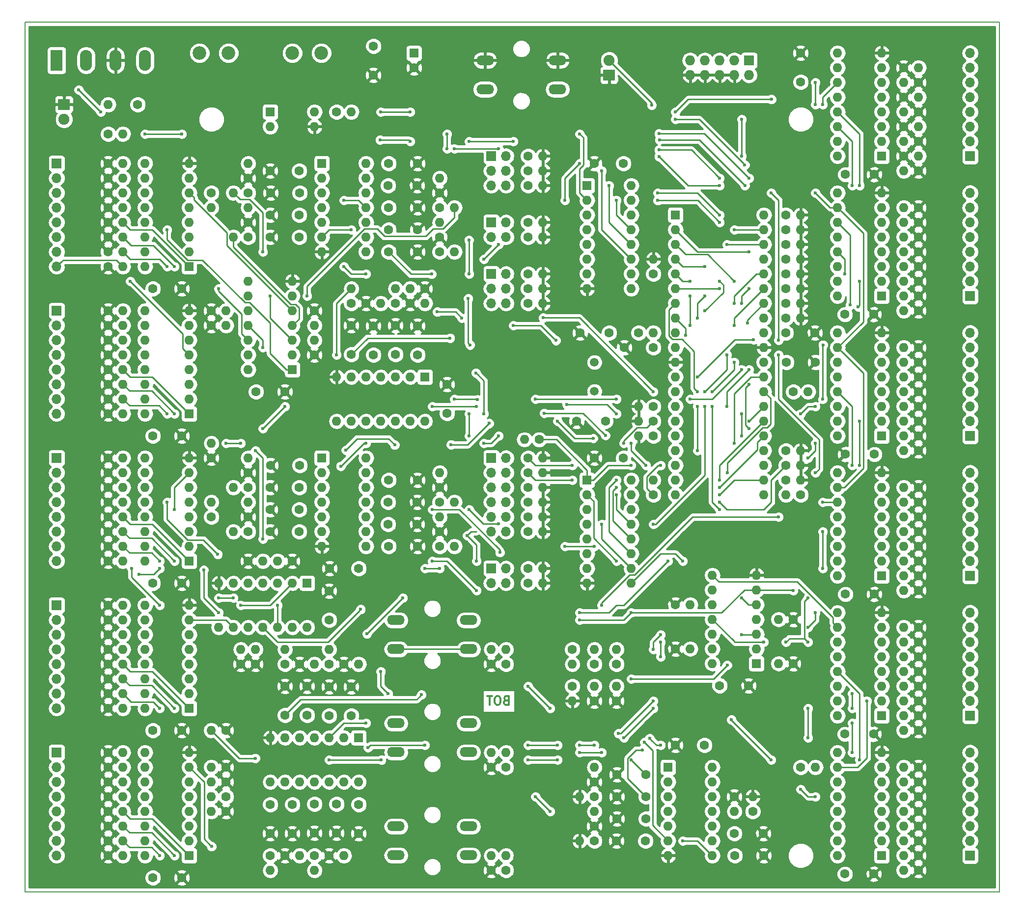
<source format=gbr>
%TF.GenerationSoftware,KiCad,Pcbnew,4.0.7*%
%TF.CreationDate,2018-03-06T18:34:12+01:00*%
%TF.ProjectId,AZTEC_motherboard,415A5445435F6D6F74686572626F6172,rev?*%
%TF.FileFunction,Copper,L2,Bot,Signal*%
%FSLAX46Y46*%
G04 Gerber Fmt 4.6, Leading zero omitted, Abs format (unit mm)*
G04 Created by KiCad (PCBNEW 4.0.7) date 2018 March 06, Tuesday 18:34:12*
%MOMM*%
%LPD*%
G01*
G04 APERTURE LIST*
%ADD10C,0.150000*%
%ADD11C,0.300000*%
%ADD12C,2.350000*%
%ADD13C,1.600000*%
%ADD14O,1.600000X1.600000*%
%ADD15R,2.000000X1.900000*%
%ADD16C,1.900000*%
%ADD17R,1.700000X1.700000*%
%ADD18O,1.700000X1.700000*%
%ADD19R,1.600000X1.600000*%
%ADD20C,1.500000*%
%ADD21R,1.727200X1.727200*%
%ADD22O,1.727200X1.727200*%
%ADD23O,3.048000X1.727200*%
%ADD24R,2.100000X3.600000*%
%ADD25O,2.100000X3.600000*%
%ADD26C,0.600000*%
%ADD27C,0.250000*%
%ADD28C,0.254000*%
G04 APERTURE END LIST*
D10*
D11*
X100930000Y-131972857D02*
X100715714Y-132044286D01*
X100644286Y-132115714D01*
X100572857Y-132258571D01*
X100572857Y-132472857D01*
X100644286Y-132615714D01*
X100715714Y-132687143D01*
X100858572Y-132758571D01*
X101430000Y-132758571D01*
X101430000Y-131258571D01*
X100930000Y-131258571D01*
X100787143Y-131330000D01*
X100715714Y-131401429D01*
X100644286Y-131544286D01*
X100644286Y-131687143D01*
X100715714Y-131830000D01*
X100787143Y-131901429D01*
X100930000Y-131972857D01*
X101430000Y-131972857D01*
X99644286Y-131258571D02*
X99358572Y-131258571D01*
X99215714Y-131330000D01*
X99072857Y-131472857D01*
X99001429Y-131758571D01*
X99001429Y-132258571D01*
X99072857Y-132544286D01*
X99215714Y-132687143D01*
X99358572Y-132758571D01*
X99644286Y-132758571D01*
X99787143Y-132687143D01*
X99930000Y-132544286D01*
X100001429Y-132258571D01*
X100001429Y-131758571D01*
X99930000Y-131472857D01*
X99787143Y-131330000D01*
X99644286Y-131258571D01*
X98572857Y-131258571D02*
X97715714Y-131258571D01*
X98144285Y-132758571D02*
X98144285Y-131258571D01*
D10*
X186000000Y-165000000D02*
X18000000Y-165000000D01*
X186000000Y-15000000D02*
X186000000Y-165000000D01*
X18000000Y-15000000D02*
X186000000Y-15000000D01*
X18000000Y-165000000D02*
X18000000Y-15000000D01*
D12*
X53120000Y-20320000D03*
X48120000Y-20320000D03*
X64120000Y-20320000D03*
X69120000Y-20320000D03*
D13*
X85630000Y-43180000D03*
X80630000Y-43180000D03*
X60310000Y-40640000D03*
X65310000Y-40640000D03*
X56500000Y-41910000D03*
D14*
X56500000Y-39370000D03*
D13*
X56500000Y-49530000D03*
D14*
X56500000Y-46990000D03*
D13*
X60390000Y-44450000D03*
X65390000Y-44450000D03*
X32370000Y-39370000D03*
D14*
X34910000Y-39370000D03*
D13*
X32370000Y-44450000D03*
D14*
X34910000Y-44450000D03*
D13*
X32370000Y-41910000D03*
D14*
X34910000Y-41910000D03*
D13*
X32370000Y-46990000D03*
D14*
X34910000Y-46990000D03*
D13*
X32370000Y-49530000D03*
D14*
X34910000Y-49530000D03*
D13*
X32370000Y-54610000D03*
D14*
X34910000Y-54610000D03*
D13*
X32370000Y-52070000D03*
D14*
X34910000Y-52070000D03*
D13*
X32370000Y-57150000D03*
D14*
X34910000Y-57150000D03*
D13*
X151750000Y-20320000D03*
X151750000Y-25320000D03*
X120080000Y-144780000D03*
X125080000Y-144780000D03*
X120080000Y-148590000D03*
X125080000Y-148590000D03*
X120000000Y-156210000D03*
X125000000Y-156210000D03*
X145400000Y-158750000D03*
X140400000Y-158750000D03*
X118730000Y-68580000D03*
X113730000Y-68580000D03*
X118095000Y-83820000D03*
X113095000Y-83820000D03*
X135160000Y-139700000D03*
X130160000Y-139700000D03*
X121350000Y-71120000D03*
X126350000Y-71120000D03*
X149290000Y-73660000D03*
X154290000Y-73660000D03*
X137785152Y-129441182D03*
X142785152Y-129441182D03*
X45070000Y-60960000D03*
X40070000Y-60960000D03*
X45070000Y-86360000D03*
X40070000Y-86360000D03*
X45070000Y-111760000D03*
X40070000Y-111760000D03*
X45070000Y-137160000D03*
X40070000Y-137160000D03*
X62850000Y-78740000D03*
X57850000Y-78740000D03*
X70470000Y-113110000D03*
X70470000Y-118110000D03*
X80710000Y-39370000D03*
X85710000Y-39370000D03*
X60310000Y-48260000D03*
X65310000Y-48260000D03*
X85710000Y-50800000D03*
X80710000Y-50800000D03*
X60390000Y-91440000D03*
X65390000Y-91440000D03*
X60310000Y-99060000D03*
X65310000Y-99060000D03*
X85630000Y-101600000D03*
X80630000Y-101600000D03*
X60310000Y-52070000D03*
X65310000Y-52070000D03*
X85710000Y-54610000D03*
X80710000Y-54610000D03*
X85710000Y-46990000D03*
X80710000Y-46990000D03*
X60310000Y-95250000D03*
X65310000Y-95250000D03*
X60310000Y-102870000D03*
X65310000Y-102870000D03*
X85710000Y-105410000D03*
X80710000Y-105410000D03*
X85630000Y-97790000D03*
X80630000Y-97790000D03*
X75550000Y-149940000D03*
X75550000Y-154940000D03*
X90790000Y-82470000D03*
X90790000Y-77470000D03*
X74280000Y-129620000D03*
X74280000Y-134620000D03*
X66660000Y-129540000D03*
X66660000Y-134540000D03*
X64120000Y-154940000D03*
X64120000Y-149940000D03*
X71740000Y-154860000D03*
X71740000Y-149860000D03*
X85710000Y-67390000D03*
X85710000Y-72390000D03*
X70470000Y-129620000D03*
X70470000Y-134620000D03*
X62850000Y-129540000D03*
X62850000Y-134540000D03*
X60310000Y-154940000D03*
X60310000Y-149940000D03*
X67930000Y-154860000D03*
X67930000Y-149860000D03*
X81900000Y-67310000D03*
X81900000Y-72310000D03*
X74280000Y-67310000D03*
X74280000Y-72310000D03*
X116190000Y-39370000D03*
X121190000Y-39370000D03*
X116190000Y-90170000D03*
X121190000Y-90170000D03*
X159450000Y-41275000D03*
X164450000Y-41275000D03*
X159370000Y-65405000D03*
X164370000Y-65405000D03*
X164450000Y-89535000D03*
X159450000Y-89535000D03*
X159370000Y-137795000D03*
X164370000Y-137795000D03*
D15*
X24750000Y-29210000D03*
D16*
X24750000Y-31750000D03*
D15*
X118730000Y-24130000D03*
D16*
X118730000Y-21590000D03*
D17*
X23480000Y-39370000D03*
D18*
X23480000Y-41910000D03*
X23480000Y-44450000D03*
X23480000Y-46990000D03*
X23480000Y-49530000D03*
X23480000Y-52070000D03*
X23480000Y-54610000D03*
X23480000Y-57150000D03*
D17*
X23480000Y-64770000D03*
D18*
X23480000Y-67310000D03*
X23480000Y-69850000D03*
X23480000Y-72390000D03*
X23480000Y-74930000D03*
X23480000Y-77470000D03*
X23480000Y-80010000D03*
X23480000Y-82550000D03*
D17*
X23480000Y-90170000D03*
D18*
X23480000Y-92710000D03*
X23480000Y-95250000D03*
X23480000Y-97790000D03*
X23480000Y-100330000D03*
X23480000Y-102870000D03*
X23480000Y-105410000D03*
X23480000Y-107950000D03*
D17*
X23480000Y-115570000D03*
D18*
X23480000Y-118110000D03*
X23480000Y-120650000D03*
X23480000Y-123190000D03*
X23480000Y-125730000D03*
X23480000Y-128270000D03*
X23480000Y-130810000D03*
X23480000Y-133350000D03*
D17*
X23480000Y-140970000D03*
D18*
X23480000Y-143510000D03*
X23480000Y-146050000D03*
X23480000Y-148590000D03*
X23480000Y-151130000D03*
X23480000Y-153670000D03*
X23480000Y-156210000D03*
X23480000Y-158750000D03*
D17*
X98410000Y-38100000D03*
D18*
X100950000Y-38100000D03*
X98410000Y-40640000D03*
X100950000Y-40640000D03*
X98410000Y-43180000D03*
X100950000Y-43180000D03*
D17*
X98410000Y-49530000D03*
D18*
X100950000Y-49530000D03*
X98410000Y-52070000D03*
X100950000Y-52070000D03*
D17*
X98410000Y-58420000D03*
D18*
X100950000Y-58420000D03*
X98410000Y-60960000D03*
X100950000Y-60960000D03*
X98410000Y-63500000D03*
X100950000Y-63500000D03*
D17*
X98410000Y-90170000D03*
D18*
X100950000Y-90170000D03*
X98410000Y-92710000D03*
X100950000Y-92710000D03*
X98410000Y-95250000D03*
X100950000Y-95250000D03*
X98410000Y-97790000D03*
X100950000Y-97790000D03*
X98410000Y-100330000D03*
X100950000Y-100330000D03*
X98410000Y-102870000D03*
X100950000Y-102870000D03*
D17*
X98410000Y-109220000D03*
D18*
X100950000Y-109220000D03*
X98410000Y-111760000D03*
X100950000Y-111760000D03*
D17*
X180960000Y-38100000D03*
D18*
X180960000Y-35560000D03*
X180960000Y-33020000D03*
X180960000Y-30480000D03*
X180960000Y-27940000D03*
X180960000Y-25400000D03*
X180960000Y-22860000D03*
X180960000Y-20320000D03*
D17*
X180960000Y-62230000D03*
D18*
X180960000Y-59690000D03*
X180960000Y-57150000D03*
X180960000Y-54610000D03*
X180960000Y-52070000D03*
X180960000Y-49530000D03*
X180960000Y-46990000D03*
X180960000Y-44450000D03*
D17*
X180960000Y-86360000D03*
D18*
X180960000Y-83820000D03*
X180960000Y-81280000D03*
X180960000Y-78740000D03*
X180960000Y-76200000D03*
X180960000Y-73660000D03*
X180960000Y-71120000D03*
X180960000Y-68580000D03*
D17*
X180960000Y-110490000D03*
D18*
X180960000Y-107950000D03*
X180960000Y-105410000D03*
X180960000Y-102870000D03*
X180960000Y-100330000D03*
X180960000Y-97790000D03*
X180960000Y-95250000D03*
X180960000Y-92710000D03*
D17*
X180960000Y-134620000D03*
D18*
X180960000Y-132080000D03*
X180960000Y-129540000D03*
X180960000Y-127000000D03*
X180960000Y-124460000D03*
X180960000Y-121920000D03*
X180960000Y-119380000D03*
X180960000Y-116840000D03*
D17*
X180960000Y-158750000D03*
D18*
X180960000Y-156210000D03*
X180960000Y-153670000D03*
X180960000Y-151130000D03*
X180960000Y-148590000D03*
X180960000Y-146050000D03*
X180960000Y-143510000D03*
X180960000Y-140970000D03*
D13*
X98410000Y-125730000D03*
D14*
X98410000Y-123190000D03*
D13*
X98410000Y-143510000D03*
D14*
X98410000Y-140970000D03*
D13*
X98410000Y-161290000D03*
D14*
X98410000Y-158750000D03*
D13*
X37450000Y-29210000D03*
D14*
X32370000Y-29210000D03*
D13*
X100950000Y-125730000D03*
D14*
X100950000Y-123190000D03*
D13*
X100950000Y-143510000D03*
D14*
X100950000Y-140970000D03*
D13*
X100950000Y-161290000D03*
D14*
X100950000Y-158750000D03*
D13*
X32370000Y-34290000D03*
D14*
X34910000Y-34290000D03*
D13*
X116190000Y-146050000D03*
D14*
X116190000Y-143510000D03*
D13*
X116190000Y-153670000D03*
D14*
X116190000Y-151130000D03*
D13*
X140320000Y-148590000D03*
D14*
X140320000Y-151130000D03*
D13*
X71740000Y-30480000D03*
D14*
X74280000Y-30480000D03*
D13*
X116190000Y-148590000D03*
D14*
X113650000Y-148590000D03*
D13*
X116190000Y-156210000D03*
D14*
X113650000Y-156210000D03*
D13*
X143495000Y-151130000D03*
D14*
X143495000Y-148590000D03*
D13*
X123810000Y-68580000D03*
D14*
X126350000Y-68580000D03*
D13*
X151750000Y-96520000D03*
D14*
X149210000Y-96520000D03*
D13*
X150485152Y-125631182D03*
D14*
X147945152Y-125631182D03*
D13*
X150485152Y-118011182D03*
D14*
X147945152Y-118011182D03*
D13*
X130165152Y-115471182D03*
D14*
X132705152Y-115471182D03*
D13*
X130165152Y-123091182D03*
D14*
X132705152Y-123091182D03*
D13*
X32370000Y-64770000D03*
D14*
X34910000Y-64770000D03*
D13*
X32370000Y-69850000D03*
D14*
X34910000Y-69850000D03*
D13*
X32370000Y-74930000D03*
D14*
X34910000Y-74930000D03*
D13*
X32370000Y-80010000D03*
D14*
X34910000Y-80010000D03*
D13*
X32370000Y-90170000D03*
D14*
X34910000Y-90170000D03*
D13*
X32370000Y-95250000D03*
D14*
X34910000Y-95250000D03*
D13*
X32370000Y-100330000D03*
D14*
X34910000Y-100330000D03*
D13*
X32370000Y-105410000D03*
D14*
X34910000Y-105410000D03*
D13*
X32370000Y-115570000D03*
D14*
X34910000Y-115570000D03*
D13*
X32370000Y-120650000D03*
D14*
X34910000Y-120650000D03*
D13*
X32370000Y-125730000D03*
D14*
X34910000Y-125730000D03*
D13*
X32370000Y-130810000D03*
D14*
X34910000Y-130810000D03*
D13*
X32370000Y-67310000D03*
D14*
X34910000Y-67310000D03*
D13*
X32370000Y-72390000D03*
D14*
X34910000Y-72390000D03*
D13*
X32370000Y-77470000D03*
D14*
X34910000Y-77470000D03*
D13*
X32370000Y-82550000D03*
D14*
X34910000Y-82550000D03*
D13*
X32370000Y-92710000D03*
D14*
X34910000Y-92710000D03*
D13*
X32370000Y-97790000D03*
D14*
X34910000Y-97790000D03*
D13*
X32370000Y-102870000D03*
D14*
X34910000Y-102870000D03*
D13*
X32370000Y-107950000D03*
D14*
X34910000Y-107950000D03*
D13*
X32370000Y-118110000D03*
D14*
X34910000Y-118110000D03*
D13*
X32370000Y-123190000D03*
D14*
X34910000Y-123190000D03*
D13*
X32370000Y-128270000D03*
D14*
X34910000Y-128270000D03*
D13*
X32370000Y-133350000D03*
D14*
X34910000Y-133350000D03*
D13*
X50150000Y-44450000D03*
D14*
X50150000Y-46990000D03*
D13*
X50150000Y-100330000D03*
D14*
X50150000Y-97790000D03*
D13*
X67930000Y-72390000D03*
D14*
X67930000Y-69850000D03*
D13*
X67930000Y-64770000D03*
D14*
X67930000Y-67310000D03*
D13*
X50150000Y-64770000D03*
D14*
X52690000Y-64770000D03*
D13*
X50150000Y-67310000D03*
D14*
X52690000Y-67310000D03*
D13*
X64120000Y-107950000D03*
D14*
X61580000Y-107950000D03*
D13*
X56500000Y-107950000D03*
D14*
X59040000Y-107950000D03*
D13*
X55230000Y-125730000D03*
D14*
X55230000Y-123190000D03*
D13*
X57770000Y-125730000D03*
D14*
X57770000Y-123190000D03*
D13*
X56500000Y-44450000D03*
D14*
X53960000Y-44450000D03*
D13*
X56500000Y-52070000D03*
D14*
X53960000Y-52070000D03*
D13*
X89520000Y-54610000D03*
D14*
X92060000Y-54610000D03*
D13*
X89520000Y-46990000D03*
D14*
X92060000Y-46990000D03*
D13*
X56500000Y-95250000D03*
D14*
X53960000Y-95250000D03*
D13*
X56500000Y-102870000D03*
D14*
X53960000Y-102870000D03*
D13*
X89520000Y-105410000D03*
D14*
X92060000Y-105410000D03*
D13*
X89520000Y-97790000D03*
D14*
X92060000Y-97790000D03*
D13*
X89520000Y-52070000D03*
D14*
X89520000Y-49530000D03*
D13*
X89520000Y-44450000D03*
D14*
X89520000Y-41910000D03*
D13*
X56500000Y-92710000D03*
D14*
X56500000Y-90170000D03*
D13*
X56500000Y-100330000D03*
D14*
X56500000Y-97790000D03*
D13*
X89520000Y-102870000D03*
D14*
X89520000Y-100330000D03*
D13*
X89520000Y-95250000D03*
D14*
X89520000Y-92710000D03*
D13*
X126350000Y-81280000D03*
D14*
X123810000Y-81280000D03*
D13*
X149210000Y-53340000D03*
D14*
X151750000Y-53340000D03*
D13*
X149210000Y-50800000D03*
D14*
X151750000Y-50800000D03*
D13*
X149210000Y-48260000D03*
D14*
X151750000Y-48260000D03*
D13*
X126350000Y-83820000D03*
D14*
X123810000Y-83820000D03*
D13*
X149210000Y-63500000D03*
D14*
X151750000Y-63500000D03*
D13*
X149210000Y-60960000D03*
D14*
X151750000Y-60960000D03*
D13*
X149210000Y-58420000D03*
D14*
X151750000Y-58420000D03*
D13*
X32370000Y-140970000D03*
D14*
X34910000Y-140970000D03*
D13*
X32370000Y-146050000D03*
D14*
X34910000Y-146050000D03*
D13*
X32370000Y-151130000D03*
D14*
X34910000Y-151130000D03*
D13*
X32370000Y-156210000D03*
D14*
X34910000Y-156210000D03*
D13*
X32370000Y-143510000D03*
D14*
X34910000Y-143510000D03*
D13*
X32370000Y-148590000D03*
D14*
X34910000Y-148590000D03*
D13*
X32370000Y-153670000D03*
D14*
X34910000Y-153670000D03*
D13*
X32370000Y-158750000D03*
D14*
X34910000Y-158750000D03*
D13*
X52690000Y-148590000D03*
D14*
X50150000Y-148590000D03*
D13*
X52690000Y-151130000D03*
D14*
X50150000Y-151130000D03*
D13*
X52690000Y-146050000D03*
D14*
X50150000Y-146050000D03*
D13*
X52690000Y-143510000D03*
D14*
X50150000Y-143510000D03*
D13*
X52690000Y-137160000D03*
D14*
X50150000Y-137160000D03*
D13*
X86980000Y-60960000D03*
D14*
X84440000Y-60960000D03*
D13*
X50150000Y-90170000D03*
D14*
X50150000Y-87630000D03*
D13*
X70470000Y-125730000D03*
D14*
X70470000Y-123190000D03*
D13*
X62850000Y-125730000D03*
D14*
X62850000Y-123190000D03*
D13*
X60310000Y-158750000D03*
D14*
X60310000Y-161290000D03*
D13*
X67930000Y-158750000D03*
D14*
X67930000Y-161290000D03*
D13*
X81900000Y-63500000D03*
D14*
X81900000Y-60960000D03*
D13*
X74280000Y-63500000D03*
D14*
X74280000Y-60960000D03*
D13*
X73010000Y-125730000D03*
D14*
X75550000Y-125730000D03*
D13*
X65390000Y-125730000D03*
D14*
X67930000Y-125730000D03*
D13*
X62850000Y-158750000D03*
D14*
X65390000Y-158750000D03*
D13*
X70470000Y-158750000D03*
D14*
X73010000Y-158750000D03*
D13*
X84440000Y-63500000D03*
D14*
X86980000Y-63500000D03*
D13*
X76820000Y-63500000D03*
D14*
X79360000Y-63500000D03*
D13*
X126350000Y-86360000D03*
D14*
X123810000Y-86360000D03*
D13*
X149210000Y-88900000D03*
D14*
X151750000Y-88900000D03*
D13*
X149210000Y-91440000D03*
D14*
X151750000Y-91440000D03*
D13*
X149210000Y-93980000D03*
D14*
X151750000Y-93980000D03*
D13*
X149210000Y-55880000D03*
D14*
X151750000Y-55880000D03*
D13*
X149210000Y-66040000D03*
D14*
X151750000Y-66040000D03*
D13*
X104760000Y-111760000D03*
D14*
X107300000Y-111760000D03*
D13*
X104760000Y-109220000D03*
D14*
X107300000Y-109220000D03*
D13*
X104760000Y-102870000D03*
D14*
X107300000Y-102870000D03*
D13*
X104760000Y-100330000D03*
D14*
X107300000Y-100330000D03*
D13*
X104760000Y-97790000D03*
D14*
X107300000Y-97790000D03*
D13*
X104760000Y-95250000D03*
D14*
X107300000Y-95250000D03*
D13*
X104760000Y-92710000D03*
D14*
X107300000Y-92710000D03*
D13*
X104760000Y-90170000D03*
D14*
X107300000Y-90170000D03*
D13*
X104760000Y-63500000D03*
D14*
X107300000Y-63500000D03*
D13*
X104760000Y-60960000D03*
D14*
X107300000Y-60960000D03*
D13*
X104760000Y-58420000D03*
D14*
X107300000Y-58420000D03*
D13*
X104760000Y-52070000D03*
D14*
X107300000Y-52070000D03*
D13*
X104760000Y-49530000D03*
D14*
X107300000Y-49530000D03*
D13*
X104760000Y-43180000D03*
D14*
X107300000Y-43180000D03*
D13*
X104760000Y-40640000D03*
D14*
X107300000Y-40640000D03*
D13*
X104760000Y-38100000D03*
D14*
X107300000Y-38100000D03*
D13*
X126350000Y-58420000D03*
D14*
X126350000Y-55880000D03*
D13*
X106665000Y-86995000D03*
D14*
X104125000Y-86995000D03*
D13*
X126350000Y-96520000D03*
D14*
X126350000Y-93980000D03*
D13*
X112380000Y-123190000D03*
D14*
X112380000Y-125730000D03*
D13*
X112380000Y-129540000D03*
D14*
X112380000Y-132080000D03*
D13*
X172070000Y-40640000D03*
D14*
X169530000Y-40640000D03*
D13*
X172070000Y-35560000D03*
D14*
X169530000Y-35560000D03*
D13*
X172070000Y-30480000D03*
D14*
X169530000Y-30480000D03*
D13*
X172070000Y-25400000D03*
D14*
X169530000Y-25400000D03*
D13*
X172070000Y-64770000D03*
D14*
X169530000Y-64770000D03*
D13*
X172070000Y-59690000D03*
D14*
X169530000Y-59690000D03*
D13*
X172070000Y-54610000D03*
D14*
X169530000Y-54610000D03*
D13*
X172070000Y-49530000D03*
D14*
X169530000Y-49530000D03*
D13*
X172070000Y-88900000D03*
D14*
X169530000Y-88900000D03*
D13*
X172070000Y-83820000D03*
D14*
X169530000Y-83820000D03*
D13*
X172070000Y-78740000D03*
D14*
X169530000Y-78740000D03*
D13*
X172070000Y-73660000D03*
D14*
X169530000Y-73660000D03*
D13*
X172070000Y-113030000D03*
D14*
X169530000Y-113030000D03*
D13*
X172070000Y-107950000D03*
D14*
X169530000Y-107950000D03*
D13*
X172070000Y-102870000D03*
D14*
X169530000Y-102870000D03*
D13*
X172070000Y-97790000D03*
D14*
X169530000Y-97790000D03*
D13*
X169530000Y-38100000D03*
D14*
X172070000Y-38100000D03*
D13*
X169530000Y-33020000D03*
D14*
X172070000Y-33020000D03*
D13*
X169530000Y-27940000D03*
D14*
X172070000Y-27940000D03*
D13*
X169530000Y-22860000D03*
D14*
X172070000Y-22860000D03*
D13*
X172070000Y-62230000D03*
D14*
X169530000Y-62230000D03*
D13*
X172070000Y-57150000D03*
D14*
X169530000Y-57150000D03*
D13*
X172070000Y-52070000D03*
D14*
X169530000Y-52070000D03*
D13*
X172070000Y-46990000D03*
D14*
X169530000Y-46990000D03*
D13*
X172070000Y-86360000D03*
D14*
X169530000Y-86360000D03*
D13*
X172070000Y-81280000D03*
D14*
X169530000Y-81280000D03*
D13*
X172070000Y-76200000D03*
D14*
X169530000Y-76200000D03*
D13*
X172070000Y-71120000D03*
D14*
X169530000Y-71120000D03*
D13*
X172070000Y-110490000D03*
D14*
X169530000Y-110490000D03*
D13*
X172070000Y-105410000D03*
D14*
X169530000Y-105410000D03*
D13*
X172070000Y-100330000D03*
D14*
X169530000Y-100330000D03*
D13*
X172070000Y-95250000D03*
D14*
X169530000Y-95250000D03*
D13*
X116190000Y-125730000D03*
D14*
X116190000Y-123190000D03*
D13*
X116190000Y-132080000D03*
D14*
X116190000Y-129540000D03*
D13*
X120000000Y-125730000D03*
D14*
X120000000Y-123190000D03*
D13*
X120000000Y-132080000D03*
D14*
X120000000Y-129540000D03*
D13*
X151750000Y-143510000D03*
D14*
X154290000Y-143510000D03*
D13*
X150480000Y-78740000D03*
D14*
X153020000Y-78740000D03*
D13*
X172070000Y-137160000D03*
D14*
X169530000Y-137160000D03*
D13*
X172070000Y-132080000D03*
D14*
X169530000Y-132080000D03*
D13*
X172070000Y-127000000D03*
D14*
X169530000Y-127000000D03*
D13*
X172070000Y-121920000D03*
D14*
X169530000Y-121920000D03*
D13*
X172070000Y-161290000D03*
D14*
X169530000Y-161290000D03*
D13*
X172070000Y-156210000D03*
D14*
X169530000Y-156210000D03*
D13*
X172070000Y-151130000D03*
D14*
X169530000Y-151130000D03*
D13*
X172070000Y-146050000D03*
D14*
X169530000Y-146050000D03*
D13*
X172070000Y-134620000D03*
D14*
X169530000Y-134620000D03*
D13*
X172070000Y-129540000D03*
D14*
X169530000Y-129540000D03*
D13*
X172070000Y-124460000D03*
D14*
X169530000Y-124460000D03*
D13*
X172070000Y-119380000D03*
D14*
X169530000Y-119380000D03*
D13*
X172070000Y-158750000D03*
D14*
X169530000Y-158750000D03*
D13*
X172070000Y-153670000D03*
D14*
X169530000Y-153670000D03*
D13*
X172070000Y-148590000D03*
D14*
X169530000Y-148590000D03*
D13*
X172070000Y-143510000D03*
D14*
X169530000Y-143510000D03*
D19*
X60310000Y-30480000D03*
D14*
X67930000Y-33020000D03*
X60310000Y-33020000D03*
X67930000Y-30480000D03*
D19*
X128890000Y-143510000D03*
D14*
X136510000Y-158750000D03*
X128890000Y-146050000D03*
X136510000Y-156210000D03*
X128890000Y-148590000D03*
X136510000Y-153670000D03*
X128890000Y-151130000D03*
X136510000Y-151130000D03*
X128890000Y-153670000D03*
X136510000Y-148590000D03*
X128890000Y-156210000D03*
X136510000Y-146050000D03*
X128890000Y-158750000D03*
X136510000Y-143510000D03*
D19*
X130160000Y-48260000D03*
D14*
X145400000Y-96520000D03*
X130160000Y-50800000D03*
X145400000Y-93980000D03*
X130160000Y-53340000D03*
X145400000Y-91440000D03*
X130160000Y-55880000D03*
X145400000Y-88900000D03*
X130160000Y-58420000D03*
X145400000Y-86360000D03*
X130160000Y-60960000D03*
X145400000Y-83820000D03*
X130160000Y-63500000D03*
X145400000Y-81280000D03*
X130160000Y-66040000D03*
X145400000Y-78740000D03*
X130160000Y-68580000D03*
X145400000Y-76200000D03*
X130160000Y-71120000D03*
X145400000Y-73660000D03*
X130160000Y-73660000D03*
X145400000Y-71120000D03*
X130160000Y-76200000D03*
X145400000Y-68580000D03*
X130160000Y-78740000D03*
X145400000Y-66040000D03*
X130160000Y-81280000D03*
X145400000Y-63500000D03*
X130160000Y-83820000D03*
X145400000Y-60960000D03*
X130160000Y-86360000D03*
X145400000Y-58420000D03*
X130160000Y-88900000D03*
X145400000Y-55880000D03*
X130160000Y-91440000D03*
X145400000Y-53340000D03*
X130160000Y-93980000D03*
X145400000Y-50800000D03*
X130160000Y-96520000D03*
X145400000Y-48260000D03*
D19*
X144135152Y-125631182D03*
D14*
X136515152Y-110391182D03*
X144135152Y-123091182D03*
X136515152Y-112931182D03*
X144135152Y-120551182D03*
X136515152Y-115471182D03*
X144135152Y-118011182D03*
X136515152Y-118011182D03*
X144135152Y-115471182D03*
X136515152Y-120551182D03*
X144135152Y-112931182D03*
X136515152Y-123091182D03*
X144135152Y-110391182D03*
X136515152Y-125631182D03*
D19*
X46340000Y-57150000D03*
D14*
X38720000Y-39370000D03*
X46340000Y-54610000D03*
X38720000Y-41910000D03*
X46340000Y-52070000D03*
X38720000Y-44450000D03*
X46340000Y-49530000D03*
X38720000Y-46990000D03*
X46340000Y-46990000D03*
X38720000Y-49530000D03*
X46340000Y-44450000D03*
X38720000Y-52070000D03*
X46340000Y-41910000D03*
X38720000Y-54610000D03*
X46340000Y-39370000D03*
X38720000Y-57150000D03*
D19*
X46340000Y-82550000D03*
D14*
X38720000Y-64770000D03*
X46340000Y-80010000D03*
X38720000Y-67310000D03*
X46340000Y-77470000D03*
X38720000Y-69850000D03*
X46340000Y-74930000D03*
X38720000Y-72390000D03*
X46340000Y-72390000D03*
X38720000Y-74930000D03*
X46340000Y-69850000D03*
X38720000Y-77470000D03*
X46340000Y-67310000D03*
X38720000Y-80010000D03*
X46340000Y-64770000D03*
X38720000Y-82550000D03*
D19*
X46340000Y-107950000D03*
D14*
X38720000Y-90170000D03*
X46340000Y-105410000D03*
X38720000Y-92710000D03*
X46340000Y-102870000D03*
X38720000Y-95250000D03*
X46340000Y-100330000D03*
X38720000Y-97790000D03*
X46340000Y-97790000D03*
X38720000Y-100330000D03*
X46340000Y-95250000D03*
X38720000Y-102870000D03*
X46340000Y-92710000D03*
X38720000Y-105410000D03*
X46340000Y-90170000D03*
X38720000Y-107950000D03*
D19*
X46340000Y-133350000D03*
D14*
X38720000Y-115570000D03*
X46340000Y-130810000D03*
X38720000Y-118110000D03*
X46340000Y-128270000D03*
X38720000Y-120650000D03*
X46340000Y-125730000D03*
X38720000Y-123190000D03*
X46340000Y-123190000D03*
X38720000Y-125730000D03*
X46340000Y-120650000D03*
X38720000Y-128270000D03*
X46340000Y-118110000D03*
X38720000Y-130810000D03*
X46340000Y-115570000D03*
X38720000Y-133350000D03*
D19*
X64120000Y-74930000D03*
D14*
X56500000Y-59690000D03*
X64120000Y-72390000D03*
X56500000Y-62230000D03*
X64120000Y-69850000D03*
X56500000Y-64770000D03*
X64120000Y-67310000D03*
X56500000Y-67310000D03*
X64120000Y-64770000D03*
X56500000Y-69850000D03*
X64120000Y-62230000D03*
X56500000Y-72390000D03*
X64120000Y-59690000D03*
X56500000Y-74930000D03*
D19*
X66660000Y-111760000D03*
D14*
X51420000Y-119380000D03*
X64120000Y-111760000D03*
X53960000Y-119380000D03*
X61580000Y-111760000D03*
X56500000Y-119380000D03*
X59040000Y-111760000D03*
X59040000Y-119380000D03*
X56500000Y-111760000D03*
X61580000Y-119380000D03*
X53960000Y-111760000D03*
X64120000Y-119380000D03*
X51420000Y-111760000D03*
X66660000Y-119380000D03*
D19*
X69200000Y-39370000D03*
D14*
X76820000Y-54610000D03*
X69200000Y-41910000D03*
X76820000Y-52070000D03*
X69200000Y-44450000D03*
X76820000Y-49530000D03*
X69200000Y-46990000D03*
X76820000Y-46990000D03*
X69200000Y-49530000D03*
X76820000Y-44450000D03*
X69200000Y-52070000D03*
X76820000Y-41910000D03*
X69200000Y-54610000D03*
X76820000Y-39370000D03*
D19*
X69200000Y-90170000D03*
D14*
X76820000Y-105410000D03*
X69200000Y-92710000D03*
X76820000Y-102870000D03*
X69200000Y-95250000D03*
X76820000Y-100330000D03*
X69200000Y-97790000D03*
X76820000Y-97790000D03*
X69200000Y-100330000D03*
X76820000Y-95250000D03*
X69200000Y-102870000D03*
X76820000Y-92710000D03*
X69200000Y-105410000D03*
X76820000Y-90170000D03*
D19*
X46340000Y-158750000D03*
D14*
X38720000Y-140970000D03*
X46340000Y-156210000D03*
X38720000Y-143510000D03*
X46340000Y-153670000D03*
X38720000Y-146050000D03*
X46340000Y-151130000D03*
X38720000Y-148590000D03*
X46340000Y-148590000D03*
X38720000Y-151130000D03*
X46340000Y-146050000D03*
X38720000Y-153670000D03*
X46340000Y-143510000D03*
X38720000Y-156210000D03*
X46340000Y-140970000D03*
X38720000Y-158750000D03*
D19*
X75550000Y-138430000D03*
D14*
X60310000Y-146050000D03*
X73010000Y-138430000D03*
X62850000Y-146050000D03*
X70470000Y-138430000D03*
X65390000Y-146050000D03*
X67930000Y-138430000D03*
X67930000Y-146050000D03*
X65390000Y-138430000D03*
X70470000Y-146050000D03*
X62850000Y-138430000D03*
X73010000Y-146050000D03*
X60310000Y-138430000D03*
X75550000Y-146050000D03*
D19*
X86980000Y-76200000D03*
D14*
X71740000Y-83820000D03*
X84440000Y-76200000D03*
X74280000Y-83820000D03*
X81900000Y-76200000D03*
X76820000Y-83820000D03*
X79360000Y-76200000D03*
X79360000Y-83820000D03*
X76820000Y-76200000D03*
X81900000Y-83820000D03*
X74280000Y-76200000D03*
X84440000Y-83820000D03*
X71740000Y-76200000D03*
X86980000Y-83820000D03*
D19*
X114920000Y-43180000D03*
D14*
X122540000Y-60960000D03*
X114920000Y-45720000D03*
X122540000Y-58420000D03*
X114920000Y-48260000D03*
X122540000Y-55880000D03*
X114920000Y-50800000D03*
X122540000Y-53340000D03*
X114920000Y-53340000D03*
X122540000Y-50800000D03*
X114920000Y-55880000D03*
X122540000Y-48260000D03*
X114920000Y-58420000D03*
X122540000Y-45720000D03*
X114920000Y-60960000D03*
X122540000Y-43180000D03*
D19*
X114920000Y-93980000D03*
D14*
X122540000Y-111760000D03*
X114920000Y-96520000D03*
X122540000Y-109220000D03*
X114920000Y-99060000D03*
X122540000Y-106680000D03*
X114920000Y-101600000D03*
X122540000Y-104140000D03*
X114920000Y-104140000D03*
X122540000Y-101600000D03*
X114920000Y-106680000D03*
X122540000Y-99060000D03*
X114920000Y-109220000D03*
X122540000Y-96520000D03*
X114920000Y-111760000D03*
X122540000Y-93980000D03*
D19*
X165720000Y-38100000D03*
D14*
X158100000Y-20320000D03*
X165720000Y-35560000D03*
X158100000Y-22860000D03*
X165720000Y-33020000D03*
X158100000Y-25400000D03*
X165720000Y-30480000D03*
X158100000Y-27940000D03*
X165720000Y-27940000D03*
X158100000Y-30480000D03*
X165720000Y-25400000D03*
X158100000Y-33020000D03*
X165720000Y-22860000D03*
X158100000Y-35560000D03*
X165720000Y-20320000D03*
X158100000Y-38100000D03*
D19*
X165720000Y-62230000D03*
D14*
X158100000Y-44450000D03*
X165720000Y-59690000D03*
X158100000Y-46990000D03*
X165720000Y-57150000D03*
X158100000Y-49530000D03*
X165720000Y-54610000D03*
X158100000Y-52070000D03*
X165720000Y-52070000D03*
X158100000Y-54610000D03*
X165720000Y-49530000D03*
X158100000Y-57150000D03*
X165720000Y-46990000D03*
X158100000Y-59690000D03*
X165720000Y-44450000D03*
X158100000Y-62230000D03*
D19*
X165720000Y-86360000D03*
D14*
X158100000Y-68580000D03*
X165720000Y-83820000D03*
X158100000Y-71120000D03*
X165720000Y-81280000D03*
X158100000Y-73660000D03*
X165720000Y-78740000D03*
X158100000Y-76200000D03*
X165720000Y-76200000D03*
X158100000Y-78740000D03*
X165720000Y-73660000D03*
X158100000Y-81280000D03*
X165720000Y-71120000D03*
X158100000Y-83820000D03*
X165720000Y-68580000D03*
X158100000Y-86360000D03*
D19*
X165720000Y-110490000D03*
D14*
X158100000Y-92710000D03*
X165720000Y-107950000D03*
X158100000Y-95250000D03*
X165720000Y-105410000D03*
X158100000Y-97790000D03*
X165720000Y-102870000D03*
X158100000Y-100330000D03*
X165720000Y-100330000D03*
X158100000Y-102870000D03*
X165720000Y-97790000D03*
X158100000Y-105410000D03*
X165720000Y-95250000D03*
X158100000Y-107950000D03*
X165720000Y-92710000D03*
X158100000Y-110490000D03*
D19*
X165720000Y-134620000D03*
D14*
X158100000Y-116840000D03*
X165720000Y-132080000D03*
X158100000Y-119380000D03*
X165720000Y-129540000D03*
X158100000Y-121920000D03*
X165720000Y-127000000D03*
X158100000Y-124460000D03*
X165720000Y-124460000D03*
X158100000Y-127000000D03*
X165720000Y-121920000D03*
X158100000Y-129540000D03*
X165720000Y-119380000D03*
X158100000Y-132080000D03*
X165720000Y-116840000D03*
X158100000Y-134620000D03*
D19*
X165720000Y-158750000D03*
D14*
X158100000Y-140970000D03*
X165720000Y-156210000D03*
X158100000Y-143510000D03*
X165720000Y-153670000D03*
X158100000Y-146050000D03*
X165720000Y-151130000D03*
X158100000Y-148590000D03*
X165720000Y-148590000D03*
X158100000Y-151130000D03*
X165720000Y-146050000D03*
X158100000Y-153670000D03*
X165720000Y-143510000D03*
X158100000Y-156210000D03*
X165720000Y-140970000D03*
X158100000Y-158750000D03*
D20*
X116190000Y-73660000D03*
X116190000Y-78660000D03*
D21*
X142860000Y-21590000D03*
D22*
X142860000Y-24130000D03*
X140320000Y-21590000D03*
X140320000Y-24130000D03*
X137780000Y-21590000D03*
X137780000Y-24130000D03*
X135240000Y-21590000D03*
X135240000Y-24130000D03*
X132700000Y-21590000D03*
X132700000Y-24130000D03*
D13*
X154210000Y-68580000D03*
X149210000Y-68580000D03*
X159370000Y-161925000D03*
X164370000Y-161925000D03*
X75550000Y-109220000D03*
X70550000Y-109220000D03*
X85710000Y-93980000D03*
X80710000Y-93980000D03*
D19*
X85075000Y-20360000D03*
D13*
X85075000Y-22860000D03*
X159450000Y-113665000D03*
X164450000Y-113665000D03*
X45070000Y-162560000D03*
X40070000Y-162560000D03*
X78090000Y-24130000D03*
X78090000Y-19130000D03*
X78090000Y-67390000D03*
X78090000Y-72390000D03*
X145320000Y-154940000D03*
X140320000Y-154940000D03*
X120080000Y-152400000D03*
X125080000Y-152400000D03*
D23*
X109840000Y-21590000D03*
X109840000Y-26590000D03*
X97340000Y-21590000D03*
X97340000Y-26590000D03*
X94500000Y-135930000D03*
X94500000Y-140930000D03*
X82000000Y-135930000D03*
X82000000Y-140930000D03*
X94500000Y-153710000D03*
X94500000Y-158710000D03*
X82000000Y-153710000D03*
X82000000Y-158710000D03*
X94500000Y-118150000D03*
X94500000Y-123150000D03*
X82000000Y-118150000D03*
X82000000Y-123150000D03*
D24*
X23480000Y-21590000D03*
D25*
X28560000Y-21590000D03*
X33640000Y-21590000D03*
X38720000Y-21590000D03*
D26*
X108570000Y-133350000D03*
X104760000Y-129540000D03*
X122540000Y-142240000D03*
X124485833Y-140521438D03*
X124799368Y-139188912D03*
X125718287Y-138519406D03*
X127620000Y-139700000D03*
X131430000Y-156210000D03*
X89115405Y-64964911D03*
X93330000Y-66040000D03*
X107362832Y-65996731D03*
X73010000Y-57150000D03*
X76820000Y-58420000D03*
X126350000Y-78740000D03*
X99680000Y-36830000D03*
X92060000Y-36830000D03*
X127310685Y-38167418D03*
X74280000Y-50800000D03*
X137780000Y-43180000D03*
X139050000Y-53340000D03*
X97140000Y-55880000D03*
X99680000Y-53340000D03*
X88107532Y-58457825D03*
X127310685Y-37031102D03*
X140320000Y-50800000D03*
X137780000Y-41910000D03*
X113650000Y-39370000D03*
X111110000Y-45720000D03*
X102220000Y-35560000D03*
X94600000Y-35560000D03*
X84440000Y-35560000D03*
X79221093Y-35303905D03*
X127401590Y-35303905D03*
X73010000Y-45720000D03*
X142133601Y-43180000D03*
X98030008Y-84201337D03*
X73317345Y-88830895D03*
X115998951Y-86781979D03*
X91478440Y-87872169D03*
X81760623Y-87912829D03*
X121270000Y-87630000D03*
X109840000Y-83820000D03*
X95870000Y-81280000D03*
X76820000Y-87630000D03*
X72463214Y-91591784D03*
X111415019Y-80955040D03*
X88250000Y-81280000D03*
X142555900Y-66931056D03*
X142860000Y-74930000D03*
X139050000Y-81280000D03*
X120000000Y-82550000D03*
X88250000Y-107950000D03*
X95870000Y-113030000D03*
X113650000Y-116840000D03*
X128890000Y-107950000D03*
X137780000Y-99060000D03*
X136510000Y-81280000D03*
X136510000Y-78740000D03*
X140320000Y-73660000D03*
X140320000Y-67310000D03*
X99899049Y-106465722D03*
X88250000Y-99060000D03*
X111110000Y-105410000D03*
X116190000Y-105410000D03*
X126350000Y-101600000D03*
X135240000Y-81280000D03*
X135240000Y-78740000D03*
X139050000Y-72390000D03*
X140320000Y-63500000D03*
X94261287Y-103550824D03*
X79360000Y-127000000D03*
X80630000Y-130810000D03*
X97140000Y-87630000D03*
X99680000Y-86360000D03*
X95870000Y-107950000D03*
X76820000Y-135890000D03*
X86371787Y-131008989D03*
X147940000Y-100330000D03*
X117460000Y-115570000D03*
X121278516Y-138415247D03*
X104760000Y-142240000D03*
X109840000Y-142240000D03*
X79451085Y-142255340D03*
X137780000Y-97790000D03*
X127620000Y-121920000D03*
X127620000Y-124460000D03*
X126350000Y-133350000D03*
X117460000Y-140970000D03*
X113650000Y-140970000D03*
X70470000Y-142240000D03*
X120352150Y-137690266D03*
X77155385Y-140128528D03*
X109840000Y-139700000D03*
X104760000Y-139700000D03*
X86980000Y-139700000D03*
X137780000Y-96520000D03*
X127620000Y-120650000D03*
X126350000Y-123190000D03*
X126350000Y-132080000D03*
X116190000Y-139700000D03*
X113650000Y-139700000D03*
X132700000Y-80010000D03*
X120000000Y-80010000D03*
X95998251Y-80138251D03*
X92060000Y-80010000D03*
X142860000Y-60960000D03*
X141590000Y-63500000D03*
X141590000Y-74930000D03*
X106030000Y-80010000D03*
X109553054Y-69893907D03*
X143616541Y-69781525D03*
X102220000Y-67310000D03*
X91309797Y-69493281D03*
X133970000Y-76200000D03*
X142116740Y-39621082D03*
X126058148Y-29318783D03*
X130160000Y-31750000D03*
X146670000Y-44450000D03*
X147940000Y-69850000D03*
X147940000Y-72390000D03*
X154290000Y-92710000D03*
X38720000Y-34290000D03*
X31100000Y-30480000D03*
X27290000Y-26670000D03*
X45070000Y-34290000D03*
X141590000Y-31750000D03*
X141590000Y-38100000D03*
X142860000Y-77470000D03*
X142860000Y-85090000D03*
X137780000Y-60960000D03*
X131938712Y-68974554D03*
X141590000Y-82550000D03*
X141590000Y-86360000D03*
X141590000Y-114300000D03*
X133970000Y-78740000D03*
X133970000Y-81280000D03*
X133970000Y-88900000D03*
X131430000Y-107950000D03*
X43800000Y-57150000D03*
X42530000Y-57150000D03*
X43800000Y-82550000D03*
X42530000Y-82550000D03*
X43800000Y-107950000D03*
X41260000Y-107950000D03*
X37654522Y-110269455D03*
X41260000Y-109220000D03*
X43800000Y-133350000D03*
X41260000Y-133350000D03*
X43800000Y-158750000D03*
X41260000Y-158750000D03*
X117460000Y-40640000D03*
X118730000Y-43180000D03*
X120000000Y-45720000D03*
X112380000Y-91440000D03*
X120000000Y-93980000D03*
X112380000Y-93980000D03*
X120000000Y-95250000D03*
X120000000Y-96520000D03*
X97140000Y-82550000D03*
X118095017Y-86272125D03*
X84440000Y-30480000D03*
X79360000Y-30480000D03*
X94561952Y-52582077D03*
X94439474Y-62655963D03*
X107549353Y-82437761D03*
X95762000Y-75493546D03*
X94752006Y-70660031D03*
X90790000Y-34290000D03*
X90790000Y-36830000D03*
X94600000Y-58420000D03*
X122540000Y-87630000D03*
X125080000Y-91440000D03*
X59040000Y-54610000D03*
X60310000Y-62230000D03*
X66660000Y-62230000D03*
X59040000Y-71120000D03*
X83170000Y-114300000D03*
X76964999Y-120505001D03*
X75896237Y-116281334D03*
X89520000Y-109220000D03*
X86980000Y-109220000D03*
X50188898Y-157180870D03*
X57723068Y-141961314D03*
X42530000Y-50800000D03*
X62850000Y-81280000D03*
X59040000Y-85090000D03*
X55230000Y-87630000D03*
X52690000Y-87630000D03*
X57770000Y-88900000D03*
X59040000Y-104140000D03*
X71740000Y-72390000D03*
X127081193Y-44465762D03*
X142860000Y-83820000D03*
X122540000Y-91440000D03*
X137780000Y-48260000D03*
X127121413Y-45752864D03*
X127620000Y-91440000D03*
X137780000Y-93980000D03*
X135240000Y-64770000D03*
X137780000Y-59690000D03*
X137780000Y-49530000D03*
X160299263Y-63769496D03*
X127310685Y-34213040D03*
X154290000Y-81280000D03*
X151750000Y-82550000D03*
X160640000Y-135890000D03*
X160640000Y-140970000D03*
X113650000Y-34290000D03*
X142860000Y-41910000D03*
X113650000Y-118110000D03*
X120000000Y-107950000D03*
X122540000Y-116840000D03*
X155560000Y-29210000D03*
X154290000Y-87630000D03*
X153020000Y-90170000D03*
X155560000Y-97790000D03*
X160640000Y-133350000D03*
X160640000Y-130810000D03*
X150480000Y-113030000D03*
X155600003Y-70670297D03*
X139072297Y-125900478D03*
X153020000Y-133350000D03*
X153020000Y-138430000D03*
X141590000Y-120650000D03*
X122540000Y-128270000D03*
X160640000Y-43180000D03*
X155560000Y-80010000D03*
X161910000Y-83820000D03*
X161910000Y-91440000D03*
X154290000Y-116840000D03*
X153020000Y-119380000D03*
X163180000Y-132080000D03*
X154290000Y-25400000D03*
X154290000Y-29210000D03*
X154290000Y-44450000D03*
X155560000Y-102870000D03*
X155560000Y-109220000D03*
X161648791Y-64062872D03*
X145400000Y-121920000D03*
X149210000Y-121920000D03*
X161910000Y-43180000D03*
X159370000Y-58420000D03*
X161910000Y-59690000D03*
X160640000Y-91440000D03*
X153020000Y-114300000D03*
X161910000Y-142240000D03*
X153020000Y-121920000D03*
X146702768Y-28311850D03*
X130160000Y-30480000D03*
X142860000Y-54610000D03*
X140320000Y-59690000D03*
X135240000Y-57150000D03*
X135240000Y-62230000D03*
X133970000Y-66040000D03*
X132700000Y-59690000D03*
X132700000Y-62230000D03*
X132700000Y-67310000D03*
X139820225Y-135325061D03*
X146670000Y-142240000D03*
X137780000Y-95250000D03*
X151750000Y-147320000D03*
X154290000Y-148590000D03*
X139121745Y-92733435D03*
X140320000Y-87630000D03*
X51420000Y-60960000D03*
X36180000Y-59690000D03*
X51251292Y-106785460D03*
X61580000Y-115570000D03*
X42530000Y-97790000D03*
X48860784Y-109473362D03*
X43800000Y-99060000D03*
X51420000Y-116840000D03*
X36407769Y-109217979D03*
X41260000Y-115570000D03*
X53960000Y-114300000D03*
X51420000Y-114300000D03*
X55230000Y-115570000D03*
X94600000Y-86360000D03*
X94600000Y-82550000D03*
X99635319Y-101511310D03*
X94600000Y-99060000D03*
X117460000Y-101600000D03*
X106030000Y-148590000D03*
X108570000Y-151130000D03*
D27*
X104760000Y-129540000D02*
X108570000Y-133350000D01*
X122540000Y-142240000D02*
X125080000Y-144780000D01*
X124061569Y-140521438D02*
X124485833Y-140521438D01*
X123356114Y-140521438D02*
X124061569Y-140521438D01*
X121912702Y-141964850D02*
X123356114Y-140521438D01*
X121912702Y-145422702D02*
X121912702Y-141964850D01*
X125080000Y-148590000D02*
X121912702Y-145422702D01*
X125099367Y-139488911D02*
X124799368Y-139188912D01*
X128890000Y-156210000D02*
X126210278Y-153530278D01*
X126210278Y-140599822D02*
X125099367Y-139488911D01*
X126210278Y-153530278D02*
X126210278Y-140599822D01*
X127620000Y-139700000D02*
X126898881Y-139700000D01*
X126018286Y-138819405D02*
X125718287Y-138519406D01*
X126898881Y-139700000D02*
X126018286Y-138819405D01*
X131430000Y-156210000D02*
X133970000Y-156210000D01*
X133970000Y-156210000D02*
X136510000Y-158750000D01*
X89539669Y-64964911D02*
X89115405Y-64964911D01*
X92254911Y-64964911D02*
X89539669Y-64964911D01*
X93330000Y-66040000D02*
X92254911Y-64964911D01*
X107787096Y-65996731D02*
X107362832Y-65996731D01*
X113606731Y-65996731D02*
X107787096Y-65996731D01*
X126350000Y-78740000D02*
X113606731Y-65996731D01*
X74280000Y-58420000D02*
X73010000Y-57150000D01*
X76820000Y-58420000D02*
X74280000Y-58420000D01*
X92060000Y-36830000D02*
X99680000Y-36830000D01*
X137780000Y-43180000D02*
X132323267Y-43180000D01*
X132323267Y-43180000D02*
X127610684Y-38467417D01*
X127610684Y-38467417D02*
X127310685Y-38167418D01*
X74280000Y-50800000D02*
X70470000Y-50800000D01*
X70470000Y-50800000D02*
X69200000Y-52070000D01*
X145400000Y-53340000D02*
X139050000Y-53340000D01*
X99680000Y-53340000D02*
X97140000Y-55880000D01*
X87683268Y-58457825D02*
X88107532Y-58457825D01*
X84557825Y-58457825D02*
X87683268Y-58457825D01*
X80710000Y-54610000D02*
X84557825Y-58457825D01*
X127734949Y-37031102D02*
X127310685Y-37031102D01*
X137780000Y-41910000D02*
X132901102Y-37031102D01*
X132901102Y-37031102D02*
X127734949Y-37031102D01*
X140320000Y-50800000D02*
X145400000Y-50800000D01*
X111110000Y-45720000D02*
X111110000Y-41910000D01*
X111110000Y-41910000D02*
X113650000Y-39370000D01*
X94600000Y-35560000D02*
X102220000Y-35560000D01*
X79221093Y-35303905D02*
X84183905Y-35303905D01*
X84183905Y-35303905D02*
X84440000Y-35560000D01*
X127825854Y-35303905D02*
X127401590Y-35303905D01*
X134257506Y-35303905D02*
X127825854Y-35303905D01*
X142133601Y-43180000D02*
X134257506Y-35303905D01*
X73010000Y-45720000D02*
X75550000Y-45720000D01*
X75550000Y-45720000D02*
X76820000Y-46990000D01*
X97730009Y-84501336D02*
X98030008Y-84201337D01*
X94359176Y-87872169D02*
X97730009Y-84501336D01*
X91478440Y-87872169D02*
X94359176Y-87872169D01*
X73617344Y-88530896D02*
X73317345Y-88830895D01*
X75301136Y-86847104D02*
X73617344Y-88530896D01*
X80694898Y-86847104D02*
X75301136Y-86847104D01*
X81760623Y-87912829D02*
X80694898Y-86847104D01*
X115574687Y-86781979D02*
X115998951Y-86781979D01*
X112801979Y-86781979D02*
X115574687Y-86781979D01*
X109840000Y-83820000D02*
X112801979Y-86781979D01*
X121270000Y-87630000D02*
X121270000Y-87205736D01*
X121270000Y-87205736D02*
X123530735Y-84945001D01*
X123530735Y-84945001D02*
X125224999Y-84945001D01*
X125224999Y-84945001D02*
X125550001Y-84619999D01*
X125550001Y-84619999D02*
X126350000Y-83820000D01*
X95870000Y-81280000D02*
X88250000Y-81280000D01*
X72463214Y-91591784D02*
X76424998Y-87630000D01*
X76424998Y-87630000D02*
X76820000Y-87630000D01*
X120000000Y-82550000D02*
X118405040Y-80955040D01*
X111839283Y-80955040D02*
X111415019Y-80955040D01*
X118405040Y-80955040D02*
X111839283Y-80955040D01*
X142555900Y-66506792D02*
X142555900Y-66931056D01*
X145400000Y-63500000D02*
X142555900Y-66344100D01*
X142555900Y-66344100D02*
X142555900Y-66506792D01*
X139050000Y-81280000D02*
X139050000Y-78740000D01*
X139050000Y-78740000D02*
X142860000Y-74930000D01*
X95870000Y-113030000D02*
X90790000Y-107950000D01*
X90790000Y-107950000D02*
X88250000Y-107950000D01*
X120000000Y-115570000D02*
X118730000Y-116840000D01*
X118730000Y-116840000D02*
X117115002Y-116840000D01*
X117115002Y-116840000D02*
X113650000Y-116840000D01*
X128890000Y-107950000D02*
X121270000Y-115570000D01*
X121270000Y-115570000D02*
X120000000Y-115570000D01*
X136510000Y-81280000D02*
X136510000Y-97790000D01*
X136510000Y-97790000D02*
X137780000Y-99060000D01*
X140320000Y-74930000D02*
X136510000Y-78740000D01*
X140320000Y-73660000D02*
X140320000Y-74930000D01*
X145400000Y-60960000D02*
X140320000Y-66040000D01*
X140320000Y-66040000D02*
X140320000Y-67310000D01*
X99899049Y-106041458D02*
X99899049Y-106465722D01*
X92917591Y-99060000D02*
X99899049Y-106041458D01*
X88250000Y-99060000D02*
X92917591Y-99060000D01*
X116190000Y-105410000D02*
X111110000Y-105410000D01*
X126745002Y-101600000D02*
X126350000Y-101600000D01*
X135240000Y-83820000D02*
X135240000Y-93105002D01*
X135240000Y-93105002D02*
X126745002Y-101600000D01*
X135240000Y-81280000D02*
X135240000Y-83820000D01*
X139050000Y-72390000D02*
X139050000Y-74930000D01*
X139050000Y-74930000D02*
X135240000Y-78740000D01*
X144130000Y-58420000D02*
X140320000Y-62230000D01*
X140320000Y-62230000D02*
X140320000Y-63500000D01*
X145400000Y-58420000D02*
X144130000Y-58420000D01*
X94942111Y-102870000D02*
X94561286Y-103250825D01*
X94561286Y-103250825D02*
X94261287Y-103550824D01*
X95870000Y-102870000D02*
X94942111Y-102870000D01*
X94561286Y-103850823D02*
X94261287Y-103550824D01*
X95870000Y-107950000D02*
X95870000Y-105159537D01*
X95870000Y-105159537D02*
X94561286Y-103850823D01*
X79360000Y-129540000D02*
X79360000Y-127000000D01*
X80630000Y-130810000D02*
X79360000Y-129540000D01*
X98410000Y-87630000D02*
X97140000Y-87630000D01*
X99680000Y-86360000D02*
X98410000Y-87630000D01*
X73010000Y-135890000D02*
X76820000Y-135890000D01*
X70470000Y-138430000D02*
X73010000Y-135890000D01*
X86071788Y-131308988D02*
X86371787Y-131008989D01*
X85553892Y-131826884D02*
X86071788Y-131308988D01*
X65563116Y-131826884D02*
X85553892Y-131826884D01*
X62850000Y-134540000D02*
X65563116Y-131826884D01*
X117460000Y-115570000D02*
X117460000Y-115145736D01*
X117460000Y-115145736D02*
X122260735Y-110345001D01*
X122260735Y-110345001D02*
X123080001Y-110345001D01*
X123080001Y-110345001D02*
X133095002Y-100330000D01*
X133095002Y-100330000D02*
X147940000Y-100330000D01*
X126350000Y-133350000D02*
X121284753Y-138415247D01*
X121284753Y-138415247D02*
X121278516Y-138415247D01*
X104760000Y-142240000D02*
X109840000Y-142240000D01*
X79435745Y-142240000D02*
X79451085Y-142255340D01*
X70470000Y-142240000D02*
X79435745Y-142240000D01*
X145400000Y-99060000D02*
X146670000Y-97790000D01*
X146670000Y-97790000D02*
X146670000Y-93980000D01*
X146670000Y-93980000D02*
X148410001Y-92239999D01*
X148410001Y-92239999D02*
X149210000Y-91440000D01*
X137780000Y-97790000D02*
X139050000Y-99060000D01*
X139050000Y-99060000D02*
X145400000Y-99060000D01*
X127620000Y-124460000D02*
X127620000Y-121920000D01*
X113650000Y-140970000D02*
X117460000Y-140970000D01*
X120739734Y-137690266D02*
X120352150Y-137690266D01*
X126350000Y-132080000D02*
X120739734Y-137690266D01*
X77455384Y-139828529D02*
X77155385Y-140128528D01*
X77583913Y-139700000D02*
X77455384Y-139828529D01*
X86980000Y-139700000D02*
X77583913Y-139700000D01*
X104760000Y-139700000D02*
X109840000Y-139700000D01*
X137780000Y-96520000D02*
X140320000Y-93980000D01*
X140320000Y-93980000D02*
X145400000Y-93980000D01*
X126350000Y-123190000D02*
X126350000Y-121920000D01*
X126350000Y-121920000D02*
X127620000Y-120650000D01*
X113650000Y-139700000D02*
X116190000Y-139700000D01*
X132700000Y-80010000D02*
X136510000Y-80010000D01*
X116190000Y-80010000D02*
X116431002Y-80010000D01*
X106030000Y-80010000D02*
X116190000Y-80010000D01*
X116190000Y-80010000D02*
X120000000Y-80010000D01*
X95870000Y-80010000D02*
X95998251Y-80138251D01*
X92060000Y-80010000D02*
X95870000Y-80010000D01*
X141590000Y-63500000D02*
X141590000Y-62230000D01*
X141590000Y-62230000D02*
X142860000Y-60960000D01*
X136510000Y-80010000D02*
X141590000Y-74930000D01*
X109253055Y-69593908D02*
X109553054Y-69893907D01*
X102220000Y-67310000D02*
X106969147Y-67310000D01*
X106969147Y-67310000D02*
X109253055Y-69593908D01*
X140388475Y-69781525D02*
X143192277Y-69781525D01*
X133970000Y-76200000D02*
X140388475Y-69781525D01*
X143192277Y-69781525D02*
X143616541Y-69781525D01*
X90885533Y-69493281D02*
X91309797Y-69493281D01*
X77096719Y-69493281D02*
X90885533Y-69493281D01*
X74280000Y-72310000D02*
X77096719Y-69493281D01*
X141816741Y-39321083D02*
X142116740Y-39621082D01*
X134245658Y-31750000D02*
X141816741Y-39321083D01*
X130160000Y-31750000D02*
X134245658Y-31750000D01*
X126058148Y-28918148D02*
X126058148Y-29318783D01*
X118730000Y-21590000D02*
X126058148Y-28918148D01*
X147940000Y-69850000D02*
X147940000Y-45720000D01*
X147940000Y-45720000D02*
X146670000Y-44450000D01*
X154290000Y-86360000D02*
X147940000Y-80010000D01*
X147940000Y-80010000D02*
X147940000Y-72390000D01*
X154290000Y-92710000D02*
X154915001Y-92084999D01*
X154915001Y-92084999D02*
X154915001Y-86985001D01*
X154915001Y-86985001D02*
X154290000Y-86360000D01*
X38720000Y-34290000D02*
X45070000Y-34290000D01*
X27290000Y-26670000D02*
X31100000Y-30480000D01*
X141590000Y-38100000D02*
X141590000Y-31750000D01*
X142860000Y-85090000D02*
X142234999Y-84464999D01*
X142234999Y-84464999D02*
X142234999Y-78095001D01*
X142234999Y-78095001D02*
X142860000Y-77470000D01*
X137780000Y-60960000D02*
X130160000Y-60960000D01*
X131938712Y-68550290D02*
X131938712Y-68974554D01*
X131938712Y-67818712D02*
X131938712Y-68550290D01*
X130160000Y-66040000D02*
X131938712Y-67818712D01*
X141590000Y-86360000D02*
X141590000Y-82550000D01*
X144135152Y-115471182D02*
X142761182Y-115471182D01*
X142761182Y-115471182D02*
X141590000Y-114300000D01*
X133344999Y-71764999D02*
X131285001Y-69705001D01*
X131285001Y-69705001D02*
X129619999Y-69705001D01*
X129619999Y-69705001D02*
X129034999Y-69120001D01*
X129034999Y-69120001D02*
X129034999Y-64625001D01*
X133970000Y-78740000D02*
X133344999Y-78114999D01*
X133344999Y-78114999D02*
X133344999Y-71764999D01*
X129034999Y-64625001D02*
X129360001Y-64299999D01*
X129360001Y-64299999D02*
X130160000Y-63500000D01*
X133970000Y-88900000D02*
X133970000Y-81280000D01*
X122540000Y-111760000D02*
X127620000Y-106680000D01*
X130160000Y-106680000D02*
X131430000Y-107950000D01*
X127620000Y-106680000D02*
X130160000Y-106680000D01*
X34910000Y-49530000D02*
X36180000Y-50800000D01*
X36180000Y-50800000D02*
X39990000Y-50800000D01*
X39990000Y-50800000D02*
X46340000Y-57150000D01*
X40134999Y-53484999D02*
X43800000Y-57150000D01*
X34910000Y-52070000D02*
X36324999Y-53484999D01*
X36324999Y-53484999D02*
X40134999Y-53484999D01*
X41260000Y-55880000D02*
X42530000Y-57150000D01*
X34910000Y-54610000D02*
X36180000Y-55880000D01*
X36180000Y-55880000D02*
X41260000Y-55880000D01*
X34910000Y-57150000D02*
X33784999Y-56024999D01*
X33784999Y-56024999D02*
X24605001Y-56024999D01*
X24605001Y-56024999D02*
X24329999Y-56300001D01*
X24329999Y-56300001D02*
X23480000Y-57150000D01*
X34910000Y-74930000D02*
X36180000Y-76200000D01*
X36180000Y-76200000D02*
X39990000Y-76200000D01*
X39990000Y-76200000D02*
X46340000Y-82550000D01*
X39845001Y-78595001D02*
X43800000Y-82550000D01*
X34910000Y-77470000D02*
X36035001Y-78595001D01*
X36035001Y-78595001D02*
X39845001Y-78595001D01*
X41115001Y-81135001D02*
X42530000Y-82550000D01*
X34910000Y-80010000D02*
X36035001Y-81135001D01*
X36035001Y-81135001D02*
X41115001Y-81135001D01*
X34910000Y-100330000D02*
X36180000Y-101600000D01*
X36180000Y-101600000D02*
X39990000Y-101600000D01*
X39990000Y-101600000D02*
X46340000Y-107950000D01*
X34910000Y-102870000D02*
X36035001Y-103995001D01*
X36035001Y-103995001D02*
X39845001Y-103995001D01*
X39845001Y-103995001D02*
X43800000Y-107950000D01*
X34910000Y-105410000D02*
X36035001Y-106535001D01*
X36035001Y-106535001D02*
X39845001Y-106535001D01*
X39845001Y-106535001D02*
X41260000Y-107950000D01*
X38078786Y-110269455D02*
X37654522Y-110269455D01*
X40210545Y-110269455D02*
X38078786Y-110269455D01*
X41260000Y-109220000D02*
X40210545Y-110269455D01*
X34910000Y-125730000D02*
X36180000Y-127000000D01*
X36180000Y-127000000D02*
X39990000Y-127000000D01*
X39990000Y-127000000D02*
X46340000Y-133350000D01*
X34910000Y-128270000D02*
X36035001Y-129395001D01*
X36035001Y-129395001D02*
X39845001Y-129395001D01*
X39845001Y-129395001D02*
X43800000Y-133350000D01*
X40134999Y-132224999D02*
X41260000Y-133350000D01*
X34910000Y-130810000D02*
X36324999Y-132224999D01*
X36324999Y-132224999D02*
X40134999Y-132224999D01*
X39990000Y-152400000D02*
X46340000Y-158750000D01*
X34910000Y-151130000D02*
X36180000Y-152400000D01*
X36180000Y-152400000D02*
X39990000Y-152400000D01*
X34910000Y-153670000D02*
X36035001Y-154795001D01*
X36035001Y-154795001D02*
X39845001Y-154795001D01*
X39845001Y-154795001D02*
X43800000Y-158750000D01*
X34910000Y-156210000D02*
X36035001Y-157335001D01*
X36035001Y-157335001D02*
X39845001Y-157335001D01*
X39845001Y-157335001D02*
X41260000Y-158750000D01*
X117460000Y-40640000D02*
X117460000Y-50800000D01*
X117460000Y-50800000D02*
X122540000Y-55880000D01*
X118730000Y-49530000D02*
X122540000Y-53340000D01*
X118730000Y-43180000D02*
X118730000Y-49530000D01*
X120000000Y-45720000D02*
X120000000Y-48260000D01*
X120000000Y-48260000D02*
X122540000Y-50800000D01*
X104760000Y-90170000D02*
X106030000Y-91440000D01*
X106904998Y-91440000D02*
X112380000Y-91440000D01*
X106030000Y-91440000D02*
X106904998Y-91440000D01*
X120000000Y-93980000D02*
X118730000Y-95250000D01*
X118730000Y-95250000D02*
X118730000Y-102870000D01*
X118730000Y-102870000D02*
X121740001Y-105880001D01*
X121740001Y-105880001D02*
X122540000Y-106680000D01*
X104760000Y-92710000D02*
X106030000Y-93980000D01*
X106030000Y-93980000D02*
X112380000Y-93980000D01*
X120000000Y-95250000D02*
X119374999Y-95875001D01*
X119374999Y-95875001D02*
X119374999Y-100974999D01*
X119374999Y-100974999D02*
X121740001Y-103340001D01*
X121740001Y-103340001D02*
X122540000Y-104140000D01*
X120000000Y-96520000D02*
X120000000Y-99060000D01*
X120000000Y-99060000D02*
X122540000Y-101600000D01*
X82000000Y-123150000D02*
X94500000Y-123150000D01*
X96061999Y-75793545D02*
X95762000Y-75493546D01*
X97140000Y-82550000D02*
X97140000Y-76871546D01*
X97140000Y-76871546D02*
X96061999Y-75793545D01*
X117795018Y-85972126D02*
X118095017Y-86272125D01*
X114260653Y-82437761D02*
X117795018Y-85972126D01*
X107549353Y-82437761D02*
X114260653Y-82437761D01*
X79360000Y-30480000D02*
X84440000Y-30480000D01*
X94600000Y-52620125D02*
X94561952Y-52582077D01*
X94600000Y-58420000D02*
X94600000Y-52620125D01*
X94439474Y-63080227D02*
X94439474Y-62655963D01*
X94752006Y-70660031D02*
X94439474Y-70347499D01*
X94439474Y-70347499D02*
X94439474Y-63080227D01*
X90790000Y-36830000D02*
X90790000Y-34290000D01*
X125080000Y-91440000D02*
X122540000Y-88900000D01*
X122540000Y-88900000D02*
X122540000Y-87630000D01*
X59040000Y-54610000D02*
X59040000Y-47864998D01*
X59040000Y-47864998D02*
X56750003Y-45575001D01*
X56750003Y-45575001D02*
X55085001Y-45575001D01*
X55085001Y-45575001D02*
X54759999Y-45249999D01*
X54759999Y-45249999D02*
X53960000Y-44450000D01*
X60310000Y-66040000D02*
X60310000Y-62230000D01*
X64120000Y-69850000D02*
X60310000Y-66040000D01*
X64120000Y-67310000D02*
X65245001Y-66184999D01*
X65245001Y-66184999D02*
X65245001Y-64229999D01*
X63869997Y-63644999D02*
X53960000Y-53735002D01*
X65245001Y-64229999D02*
X64660001Y-63644999D01*
X64660001Y-63644999D02*
X63869997Y-63644999D01*
X53960000Y-53735002D02*
X53960000Y-53201370D01*
X53960000Y-53201370D02*
X53960000Y-52070000D01*
X66660000Y-62230000D02*
X66660000Y-60564998D01*
X66660000Y-60564998D02*
X76569997Y-50655001D01*
X76569997Y-50655001D02*
X78710001Y-50655001D01*
X78710001Y-50655001D02*
X79980001Y-51925001D01*
X79980001Y-51925001D02*
X87124999Y-51925001D01*
X87124999Y-51925001D02*
X88394999Y-50655001D01*
X88394999Y-50655001D02*
X90060001Y-50655001D01*
X90060001Y-50655001D02*
X92060000Y-48655002D01*
X92060000Y-48655002D02*
X92060000Y-48121370D01*
X92060000Y-48121370D02*
X92060000Y-46990000D01*
X56500000Y-67310000D02*
X59040000Y-69850000D01*
X59040000Y-69850000D02*
X59040000Y-71120000D01*
X76964999Y-120505001D02*
X83170000Y-114300000D01*
X75596238Y-116581333D02*
X75896237Y-116281334D01*
X70257571Y-121920000D02*
X75596238Y-116581333D01*
X59040000Y-119380000D02*
X61580000Y-121920000D01*
X61580000Y-121920000D02*
X70257571Y-121920000D01*
X86980000Y-109220000D02*
X89520000Y-109220000D01*
X49888899Y-156880871D02*
X50188898Y-157180870D01*
X48920988Y-155912960D02*
X49888899Y-156880871D01*
X48920988Y-146090988D02*
X48920988Y-155912960D01*
X46340000Y-143510000D02*
X48920988Y-146090988D01*
X57298804Y-141961314D02*
X57723068Y-141961314D01*
X54951314Y-141961314D02*
X57298804Y-141961314D01*
X50150000Y-137160000D02*
X54951314Y-141961314D01*
X60310000Y-66914998D02*
X60310000Y-72170000D01*
X60310000Y-72170000D02*
X63070000Y-74930000D01*
X63070000Y-74930000D02*
X64120000Y-74930000D01*
X42530000Y-50800000D02*
X42530000Y-52465002D01*
X42530000Y-52465002D02*
X46089997Y-56024999D01*
X46089997Y-56024999D02*
X48629997Y-56024999D01*
X48629997Y-56024999D02*
X55959999Y-63355001D01*
X55959999Y-63355001D02*
X56750003Y-63355001D01*
X56750003Y-63355001D02*
X60310000Y-66914998D01*
X59040000Y-85090000D02*
X62850000Y-81280000D01*
X52690000Y-87630000D02*
X55230000Y-87630000D01*
X59040000Y-90170000D02*
X57770000Y-88900000D01*
X59040000Y-104140000D02*
X59040000Y-90170000D01*
X71740000Y-72390000D02*
X71740000Y-63500000D01*
X71740000Y-63500000D02*
X74280000Y-60960000D01*
X114920000Y-93980000D02*
X114920000Y-92258182D01*
X109656818Y-86995000D02*
X107796370Y-86995000D01*
X107796370Y-86995000D02*
X106665000Y-86995000D01*
X114920000Y-92258182D02*
X109656818Y-86995000D01*
X127505457Y-44465762D02*
X127081193Y-44465762D01*
X133985762Y-44465762D02*
X127505457Y-44465762D01*
X137780000Y-48260000D02*
X133985762Y-44465762D01*
X142860000Y-83820000D02*
X145400000Y-81280000D01*
X114920000Y-93980000D02*
X115970000Y-93980000D01*
X115970000Y-93980000D02*
X118510000Y-91440000D01*
X118510000Y-91440000D02*
X122540000Y-91440000D01*
X137780000Y-49530000D02*
X134002864Y-45752864D01*
X127545677Y-45752864D02*
X127121413Y-45752864D01*
X134002864Y-45752864D02*
X127545677Y-45752864D01*
X127620000Y-91440000D02*
X127195736Y-91440000D01*
X127195736Y-91440000D02*
X125224999Y-93410737D01*
X125224999Y-93410737D02*
X125224999Y-95394999D01*
X125224999Y-95394999D02*
X125550001Y-95720001D01*
X125550001Y-95720001D02*
X126350000Y-96520000D01*
X145400000Y-83820000D02*
X137780000Y-91440000D01*
X137780000Y-91440000D02*
X137780000Y-93980000D01*
X137780000Y-59690000D02*
X138405001Y-60315001D01*
X138405001Y-60315001D02*
X138405001Y-61604999D01*
X138405001Y-61604999D02*
X135240000Y-64770000D01*
X160299263Y-63345232D02*
X160299263Y-63769496D01*
X160299263Y-51729263D02*
X160299263Y-63345232D01*
X158100000Y-49530000D02*
X160299263Y-51729263D01*
X127734949Y-34213040D02*
X127310685Y-34213040D01*
X135163040Y-34213040D02*
X127734949Y-34213040D01*
X142860000Y-41910000D02*
X135163040Y-34213040D01*
X153020000Y-81280000D02*
X154290000Y-81280000D01*
X151750000Y-82550000D02*
X153020000Y-81280000D01*
X160640000Y-140970000D02*
X160640000Y-135890000D01*
X113650000Y-34290000D02*
X114275001Y-34915001D01*
X114275001Y-34915001D02*
X114275001Y-39670001D01*
X114275001Y-39670001D02*
X113650000Y-40295002D01*
X113650000Y-40295002D02*
X113650000Y-44450000D01*
X113650000Y-44450000D02*
X114120001Y-44920001D01*
X114120001Y-44920001D02*
X114920000Y-45720000D01*
X121270000Y-118110000D02*
X122540000Y-116840000D01*
X113650000Y-118110000D02*
X121270000Y-118110000D01*
X114920000Y-96520000D02*
X116045001Y-97645001D01*
X116045001Y-97645001D02*
X116045001Y-103995001D01*
X116045001Y-103995001D02*
X120000000Y-107950000D01*
X122540000Y-116840000D02*
X138124998Y-116840000D01*
X138124998Y-116840000D02*
X142033816Y-112931182D01*
X142033816Y-112931182D02*
X143003782Y-112931182D01*
X143003782Y-112931182D02*
X144135152Y-112931182D01*
X155560000Y-29210000D02*
X155560000Y-27940000D01*
X155560000Y-27940000D02*
X158100000Y-25400000D01*
X153020000Y-90170000D02*
X154290000Y-88900000D01*
X154290000Y-88900000D02*
X154290000Y-87630000D01*
X155560000Y-97790000D02*
X158100000Y-97790000D01*
X160640000Y-130810000D02*
X160640000Y-133350000D01*
X144135152Y-112931182D02*
X150381182Y-112931182D01*
X150381182Y-112931182D02*
X150480000Y-113030000D01*
X155560000Y-70710300D02*
X155600003Y-70670297D01*
X155560000Y-80010000D02*
X155560000Y-70710300D01*
X138772298Y-126200477D02*
X139072297Y-125900478D01*
X136702775Y-128270000D02*
X138772298Y-126200477D01*
X122540000Y-128270000D02*
X136702775Y-128270000D01*
X153020000Y-138430000D02*
X153020000Y-133350000D01*
X141590000Y-120650000D02*
X144036334Y-120650000D01*
X144036334Y-120650000D02*
X144135152Y-120551182D01*
X160640000Y-43180000D02*
X160640000Y-35560000D01*
X160640000Y-35560000D02*
X158100000Y-33020000D01*
X161910000Y-85090000D02*
X161910000Y-83820000D01*
X161910000Y-91440000D02*
X161910000Y-85090000D01*
X154290000Y-118110000D02*
X154290000Y-116840000D01*
X153020000Y-119380000D02*
X154290000Y-118110000D01*
X163180000Y-132080000D02*
X163180000Y-141895002D01*
X163180000Y-141895002D02*
X161565002Y-143510000D01*
X161565002Y-143510000D02*
X159231370Y-143510000D01*
X159231370Y-143510000D02*
X158100000Y-143510000D01*
X154290000Y-29210000D02*
X154290000Y-25400000D01*
X156830000Y-46990000D02*
X154290000Y-44450000D01*
X158100000Y-46990000D02*
X156830000Y-46990000D01*
X158100000Y-71120000D02*
X162535001Y-66684999D01*
X162535001Y-66684999D02*
X162535001Y-51425001D01*
X162535001Y-51425001D02*
X158899999Y-47789999D01*
X158899999Y-47789999D02*
X158100000Y-46990000D01*
X158100000Y-95250000D02*
X159231370Y-95250000D01*
X162535001Y-91946369D02*
X162535001Y-75555001D01*
X159231370Y-95250000D02*
X162535001Y-91946369D01*
X162535001Y-75555001D02*
X158899999Y-71919999D01*
X158899999Y-71919999D02*
X158100000Y-71120000D01*
X155560000Y-109220000D02*
X155560000Y-102870000D01*
X136515152Y-110391182D02*
X137640153Y-111516183D01*
X137640153Y-111516183D02*
X151161185Y-111516183D01*
X151161185Y-111516183D02*
X157300001Y-117654999D01*
X157300001Y-117654999D02*
X157300001Y-118580001D01*
X157300001Y-118580001D02*
X158100000Y-119380000D01*
X161910000Y-63801663D02*
X161648791Y-64062872D01*
X161910000Y-59690000D02*
X161910000Y-63801663D01*
X140423970Y-121920000D02*
X140180153Y-121676183D01*
X145400000Y-121920000D02*
X140423970Y-121920000D01*
X152394999Y-121294999D02*
X149835001Y-121294999D01*
X149835001Y-121294999D02*
X149210000Y-121920000D01*
X161910000Y-43180000D02*
X161910000Y-34290000D01*
X161910000Y-34290000D02*
X158100000Y-30480000D01*
X159370000Y-58420000D02*
X159370000Y-55880000D01*
X159370000Y-55880000D02*
X158100000Y-54610000D01*
X160640000Y-91440000D02*
X160640000Y-81280000D01*
X160640000Y-81280000D02*
X158100000Y-78740000D01*
X152776183Y-121676183D02*
X152394999Y-121294999D01*
X152394999Y-121294999D02*
X152394999Y-114925001D01*
X152394999Y-114925001D02*
X153020000Y-114300000D01*
X158100000Y-127000000D02*
X161910000Y-130810000D01*
X161910000Y-130810000D02*
X161910000Y-142240000D01*
X152776183Y-121676183D02*
X153020000Y-121920000D01*
X136515152Y-118011182D02*
X140180153Y-121676183D01*
X146278504Y-28311850D02*
X146702768Y-28311850D01*
X132328150Y-28311850D02*
X146278504Y-28311850D01*
X130160000Y-30480000D02*
X132328150Y-28311850D01*
X142860000Y-54610000D02*
X133970000Y-54610000D01*
X133970000Y-54610000D02*
X130160000Y-50800000D01*
X140320000Y-59690000D02*
X135690010Y-55060010D01*
X135690010Y-55060010D02*
X131880010Y-55060010D01*
X131880010Y-55060010D02*
X130959999Y-54139999D01*
X130959999Y-54139999D02*
X130160000Y-53340000D01*
X135240000Y-57150000D02*
X131430000Y-57150000D01*
X131430000Y-57150000D02*
X130160000Y-55880000D01*
X133970000Y-66040000D02*
X133970000Y-63500000D01*
X133970000Y-63500000D02*
X135240000Y-62230000D01*
X132700000Y-59690000D02*
X131430000Y-59690000D01*
X131430000Y-59690000D02*
X130160000Y-58420000D01*
X132700000Y-67310000D02*
X132700000Y-62230000D01*
X139820225Y-135390225D02*
X139820225Y-135325061D01*
X146670000Y-142240000D02*
X139820225Y-135390225D01*
X137780000Y-95250000D02*
X144274999Y-88755001D01*
X144274999Y-88755001D02*
X144274999Y-87485001D01*
X144600001Y-87159999D02*
X145400000Y-86360000D01*
X144274999Y-87485001D02*
X144600001Y-87159999D01*
X153020000Y-148590000D02*
X151750000Y-147320000D01*
X154290000Y-148590000D02*
X153020000Y-148590000D01*
X145220575Y-84945001D02*
X139121745Y-91043831D01*
X146525001Y-84360001D02*
X145940001Y-84945001D01*
X139121745Y-92309171D02*
X139121745Y-92733435D01*
X145940001Y-84945001D02*
X145220575Y-84945001D01*
X146525001Y-79865001D02*
X146525001Y-84360001D01*
X145400000Y-78740000D02*
X146525001Y-79865001D01*
X139121745Y-91043831D02*
X139121745Y-92309171D01*
X140320000Y-87630000D02*
X140320000Y-79084998D01*
X144268630Y-76200000D02*
X145400000Y-76200000D01*
X140320000Y-79084998D02*
X143204998Y-76200000D01*
X143204998Y-76200000D02*
X144268630Y-76200000D01*
X51420000Y-60960000D02*
X51420000Y-61384264D01*
X51420000Y-61384264D02*
X55374999Y-65339263D01*
X55374999Y-65339263D02*
X55374999Y-68724999D01*
X55374999Y-68724999D02*
X55700001Y-69050001D01*
X55700001Y-69050001D02*
X56500000Y-69850000D01*
X46340000Y-44450000D02*
X47139999Y-45249999D01*
X47139999Y-45249999D02*
X47139999Y-45645001D01*
X47139999Y-45645001D02*
X52834999Y-51340001D01*
X52834999Y-51340001D02*
X52834999Y-53484999D01*
X52834999Y-53484999D02*
X63320001Y-63970001D01*
X63320001Y-63970001D02*
X64120000Y-64770000D01*
X46340000Y-72390000D02*
X45214999Y-71264999D01*
X45214999Y-71264999D02*
X45214999Y-68724999D01*
X45214999Y-68724999D02*
X36180000Y-59690000D01*
X50951293Y-106485461D02*
X51251292Y-106785460D01*
X46089997Y-104284999D02*
X48750831Y-104284999D01*
X42530000Y-100725002D02*
X46089997Y-104284999D01*
X42530000Y-97790000D02*
X42530000Y-100725002D01*
X48750831Y-104284999D02*
X50951293Y-106485461D01*
X61580000Y-115570000D02*
X61580000Y-119380000D01*
X48860784Y-109897626D02*
X48860784Y-109473362D01*
X48860784Y-114280784D02*
X48860784Y-109897626D01*
X51420000Y-116840000D02*
X48860784Y-114280784D01*
X43800000Y-99060000D02*
X43800000Y-95250000D01*
X43800000Y-95250000D02*
X46340000Y-92710000D01*
X36407769Y-109642243D02*
X36407769Y-109217979D01*
X36407769Y-110717769D02*
X36407769Y-109642243D01*
X41260000Y-115570000D02*
X36407769Y-110717769D01*
X51420000Y-114300000D02*
X53960000Y-114300000D01*
X55230000Y-115570000D02*
X60310000Y-115570000D01*
X60310000Y-115570000D02*
X64120000Y-111760000D01*
X53960000Y-119380000D02*
X52690000Y-118110000D01*
X52690000Y-118110000D02*
X46340000Y-118110000D01*
X94600000Y-82550000D02*
X94600000Y-86360000D01*
X99211055Y-101511310D02*
X99635319Y-101511310D01*
X97051310Y-101511310D02*
X99211055Y-101511310D01*
X94600000Y-99060000D02*
X97051310Y-101511310D01*
X117460000Y-104140000D02*
X117460000Y-101600000D01*
X118279991Y-104959991D02*
X117460000Y-104140000D01*
X122540000Y-109220000D02*
X118279991Y-104959991D01*
X108570000Y-151130000D02*
X106030000Y-148590000D01*
D28*
G36*
X185290000Y-164290000D02*
X18710000Y-164290000D01*
X18710000Y-162844187D01*
X38634752Y-162844187D01*
X38852757Y-163371800D01*
X39256077Y-163775824D01*
X39783309Y-163994750D01*
X40354187Y-163995248D01*
X40881800Y-163777243D01*
X41091663Y-163567745D01*
X44241861Y-163567745D01*
X44315995Y-163813864D01*
X44853223Y-164006965D01*
X45423454Y-163979778D01*
X45824005Y-163813864D01*
X45898139Y-163567745D01*
X45070000Y-162739605D01*
X44241861Y-163567745D01*
X41091663Y-163567745D01*
X41285824Y-163373923D01*
X41504750Y-162846691D01*
X41505189Y-162343223D01*
X43623035Y-162343223D01*
X43650222Y-162913454D01*
X43816136Y-163314005D01*
X44062255Y-163388139D01*
X44890395Y-162560000D01*
X45249605Y-162560000D01*
X46077745Y-163388139D01*
X46323864Y-163314005D01*
X46516965Y-162776777D01*
X46489778Y-162206546D01*
X46323864Y-161805995D01*
X46077745Y-161731861D01*
X45249605Y-162560000D01*
X44890395Y-162560000D01*
X44062255Y-161731861D01*
X43816136Y-161805995D01*
X43623035Y-162343223D01*
X41505189Y-162343223D01*
X41505248Y-162275813D01*
X41287243Y-161748200D01*
X41091640Y-161552255D01*
X44241861Y-161552255D01*
X45070000Y-162380395D01*
X45898139Y-161552255D01*
X45824005Y-161306136D01*
X45286777Y-161113035D01*
X44716546Y-161140222D01*
X44315995Y-161306136D01*
X44241861Y-161552255D01*
X41091640Y-161552255D01*
X40883923Y-161344176D01*
X40356691Y-161125250D01*
X39785813Y-161124752D01*
X39258200Y-161342757D01*
X38854176Y-161746077D01*
X38635250Y-162273309D01*
X38634752Y-162844187D01*
X18710000Y-162844187D01*
X18710000Y-143510000D01*
X21965907Y-143510000D01*
X22078946Y-144078285D01*
X22400853Y-144560054D01*
X22730026Y-144780000D01*
X22400853Y-144999946D01*
X22078946Y-145481715D01*
X21965907Y-146050000D01*
X22078946Y-146618285D01*
X22400853Y-147100054D01*
X22730026Y-147320000D01*
X22400853Y-147539946D01*
X22078946Y-148021715D01*
X21965907Y-148590000D01*
X22078946Y-149158285D01*
X22400853Y-149640054D01*
X22730026Y-149860000D01*
X22400853Y-150079946D01*
X22078946Y-150561715D01*
X21965907Y-151130000D01*
X22078946Y-151698285D01*
X22400853Y-152180054D01*
X22730026Y-152400000D01*
X22400853Y-152619946D01*
X22078946Y-153101715D01*
X21965907Y-153670000D01*
X22078946Y-154238285D01*
X22400853Y-154720054D01*
X22730026Y-154940000D01*
X22400853Y-155159946D01*
X22078946Y-155641715D01*
X21965907Y-156210000D01*
X22078946Y-156778285D01*
X22400853Y-157260054D01*
X22730026Y-157480000D01*
X22400853Y-157699946D01*
X22078946Y-158181715D01*
X21965907Y-158750000D01*
X22078946Y-159318285D01*
X22400853Y-159800054D01*
X22882622Y-160121961D01*
X23450907Y-160235000D01*
X23509093Y-160235000D01*
X24077378Y-160121961D01*
X24559147Y-159800054D01*
X24587416Y-159757745D01*
X31541861Y-159757745D01*
X31615995Y-160003864D01*
X32153223Y-160196965D01*
X32723454Y-160169778D01*
X33124005Y-160003864D01*
X33198139Y-159757745D01*
X32370000Y-158929605D01*
X31541861Y-159757745D01*
X24587416Y-159757745D01*
X24881054Y-159318285D01*
X24994093Y-158750000D01*
X24950974Y-158533223D01*
X30923035Y-158533223D01*
X30950222Y-159103454D01*
X31116136Y-159504005D01*
X31362255Y-159578139D01*
X32190395Y-158750000D01*
X31362255Y-157921861D01*
X31116136Y-157995995D01*
X30923035Y-158533223D01*
X24950974Y-158533223D01*
X24881054Y-158181715D01*
X24559147Y-157699946D01*
X24229974Y-157480000D01*
X24559147Y-157260054D01*
X24587416Y-157217745D01*
X31541861Y-157217745D01*
X31615995Y-157463864D01*
X31657709Y-157478858D01*
X31615995Y-157496136D01*
X31541861Y-157742255D01*
X32370000Y-158570395D01*
X33198139Y-157742255D01*
X33124005Y-157496136D01*
X33082291Y-157481142D01*
X33124005Y-157463864D01*
X33198139Y-157217745D01*
X32370000Y-156389605D01*
X31541861Y-157217745D01*
X24587416Y-157217745D01*
X24881054Y-156778285D01*
X24994093Y-156210000D01*
X24950974Y-155993223D01*
X30923035Y-155993223D01*
X30950222Y-156563454D01*
X31116136Y-156964005D01*
X31362255Y-157038139D01*
X32190395Y-156210000D01*
X31362255Y-155381861D01*
X31116136Y-155455995D01*
X30923035Y-155993223D01*
X24950974Y-155993223D01*
X24881054Y-155641715D01*
X24559147Y-155159946D01*
X24229974Y-154940000D01*
X24559147Y-154720054D01*
X24587416Y-154677745D01*
X31541861Y-154677745D01*
X31615995Y-154923864D01*
X31657709Y-154938858D01*
X31615995Y-154956136D01*
X31541861Y-155202255D01*
X32370000Y-156030395D01*
X33198139Y-155202255D01*
X33124005Y-154956136D01*
X33082291Y-154941142D01*
X33124005Y-154923864D01*
X33198139Y-154677745D01*
X32370000Y-153849605D01*
X31541861Y-154677745D01*
X24587416Y-154677745D01*
X24881054Y-154238285D01*
X24994093Y-153670000D01*
X24950974Y-153453223D01*
X30923035Y-153453223D01*
X30950222Y-154023454D01*
X31116136Y-154424005D01*
X31362255Y-154498139D01*
X32190395Y-153670000D01*
X31362255Y-152841861D01*
X31116136Y-152915995D01*
X30923035Y-153453223D01*
X24950974Y-153453223D01*
X24881054Y-153101715D01*
X24559147Y-152619946D01*
X24229974Y-152400000D01*
X24559147Y-152180054D01*
X24587416Y-152137745D01*
X31541861Y-152137745D01*
X31615995Y-152383864D01*
X31657709Y-152398858D01*
X31615995Y-152416136D01*
X31541861Y-152662255D01*
X32370000Y-153490395D01*
X33198139Y-152662255D01*
X33124005Y-152416136D01*
X33082291Y-152401142D01*
X33124005Y-152383864D01*
X33198139Y-152137745D01*
X32370000Y-151309605D01*
X31541861Y-152137745D01*
X24587416Y-152137745D01*
X24881054Y-151698285D01*
X24994093Y-151130000D01*
X24950974Y-150913223D01*
X30923035Y-150913223D01*
X30950222Y-151483454D01*
X31116136Y-151884005D01*
X31362255Y-151958139D01*
X32190395Y-151130000D01*
X31362255Y-150301861D01*
X31116136Y-150375995D01*
X30923035Y-150913223D01*
X24950974Y-150913223D01*
X24881054Y-150561715D01*
X24559147Y-150079946D01*
X24229974Y-149860000D01*
X24559147Y-149640054D01*
X24587416Y-149597745D01*
X31541861Y-149597745D01*
X31615995Y-149843864D01*
X31657709Y-149858858D01*
X31615995Y-149876136D01*
X31541861Y-150122255D01*
X32370000Y-150950395D01*
X33198139Y-150122255D01*
X33124005Y-149876136D01*
X33082291Y-149861142D01*
X33124005Y-149843864D01*
X33198139Y-149597745D01*
X32370000Y-148769605D01*
X31541861Y-149597745D01*
X24587416Y-149597745D01*
X24881054Y-149158285D01*
X24994093Y-148590000D01*
X24950974Y-148373223D01*
X30923035Y-148373223D01*
X30950222Y-148943454D01*
X31116136Y-149344005D01*
X31362255Y-149418139D01*
X32190395Y-148590000D01*
X31362255Y-147761861D01*
X31116136Y-147835995D01*
X30923035Y-148373223D01*
X24950974Y-148373223D01*
X24881054Y-148021715D01*
X24559147Y-147539946D01*
X24229974Y-147320000D01*
X24559147Y-147100054D01*
X24587416Y-147057745D01*
X31541861Y-147057745D01*
X31615995Y-147303864D01*
X31657709Y-147318858D01*
X31615995Y-147336136D01*
X31541861Y-147582255D01*
X32370000Y-148410395D01*
X33198139Y-147582255D01*
X33124005Y-147336136D01*
X33082291Y-147321142D01*
X33124005Y-147303864D01*
X33198139Y-147057745D01*
X32370000Y-146229605D01*
X31541861Y-147057745D01*
X24587416Y-147057745D01*
X24881054Y-146618285D01*
X24994093Y-146050000D01*
X24950974Y-145833223D01*
X30923035Y-145833223D01*
X30950222Y-146403454D01*
X31116136Y-146804005D01*
X31362255Y-146878139D01*
X32190395Y-146050000D01*
X31362255Y-145221861D01*
X31116136Y-145295995D01*
X30923035Y-145833223D01*
X24950974Y-145833223D01*
X24881054Y-145481715D01*
X24559147Y-144999946D01*
X24229974Y-144780000D01*
X24559147Y-144560054D01*
X24587416Y-144517745D01*
X31541861Y-144517745D01*
X31615995Y-144763864D01*
X31657709Y-144778858D01*
X31615995Y-144796136D01*
X31541861Y-145042255D01*
X32370000Y-145870395D01*
X33198139Y-145042255D01*
X33124005Y-144796136D01*
X33082291Y-144781142D01*
X33124005Y-144763864D01*
X33198139Y-144517745D01*
X32370000Y-143689605D01*
X31541861Y-144517745D01*
X24587416Y-144517745D01*
X24881054Y-144078285D01*
X24994093Y-143510000D01*
X24950974Y-143293223D01*
X30923035Y-143293223D01*
X30950222Y-143863454D01*
X31116136Y-144264005D01*
X31362255Y-144338139D01*
X32190395Y-143510000D01*
X31362255Y-142681861D01*
X31116136Y-142755995D01*
X30923035Y-143293223D01*
X24950974Y-143293223D01*
X24881054Y-142941715D01*
X24559147Y-142459946D01*
X24517548Y-142432150D01*
X24565317Y-142423162D01*
X24781441Y-142284090D01*
X24926431Y-142071890D01*
X24945495Y-141977745D01*
X31541861Y-141977745D01*
X31615995Y-142223864D01*
X31657709Y-142238858D01*
X31615995Y-142256136D01*
X31541861Y-142502255D01*
X32370000Y-143330395D01*
X33198139Y-142502255D01*
X33124005Y-142256136D01*
X33082291Y-142241142D01*
X33124005Y-142223864D01*
X33198139Y-141977745D01*
X32370000Y-141149605D01*
X31541861Y-141977745D01*
X24945495Y-141977745D01*
X24977440Y-141820000D01*
X24977440Y-140753223D01*
X30923035Y-140753223D01*
X30950222Y-141323454D01*
X31116136Y-141724005D01*
X31362255Y-141798139D01*
X32190395Y-140970000D01*
X32549605Y-140970000D01*
X33377745Y-141798139D01*
X33623864Y-141724005D01*
X33648046Y-141656728D01*
X33867189Y-141984698D01*
X34249275Y-142240000D01*
X33867189Y-142495302D01*
X33650321Y-142819868D01*
X33623864Y-142755995D01*
X33377745Y-142681861D01*
X32549605Y-143510000D01*
X33377745Y-144338139D01*
X33623864Y-144264005D01*
X33648046Y-144196728D01*
X33867189Y-144524698D01*
X34249275Y-144780000D01*
X33867189Y-145035302D01*
X33650321Y-145359868D01*
X33623864Y-145295995D01*
X33377745Y-145221861D01*
X32549605Y-146050000D01*
X33377745Y-146878139D01*
X33623864Y-146804005D01*
X33648046Y-146736728D01*
X33867189Y-147064698D01*
X34249275Y-147320000D01*
X33867189Y-147575302D01*
X33650321Y-147899868D01*
X33623864Y-147835995D01*
X33377745Y-147761861D01*
X32549605Y-148590000D01*
X33377745Y-149418139D01*
X33623864Y-149344005D01*
X33648046Y-149276728D01*
X33867189Y-149604698D01*
X34249275Y-149860000D01*
X33867189Y-150115302D01*
X33650321Y-150439868D01*
X33623864Y-150375995D01*
X33377745Y-150301861D01*
X32549605Y-151130000D01*
X33377745Y-151958139D01*
X33623864Y-151884005D01*
X33648046Y-151816728D01*
X33867189Y-152144698D01*
X34249275Y-152400000D01*
X33867189Y-152655302D01*
X33650321Y-152979868D01*
X33623864Y-152915995D01*
X33377745Y-152841861D01*
X32549605Y-153670000D01*
X33377745Y-154498139D01*
X33623864Y-154424005D01*
X33648046Y-154356728D01*
X33867189Y-154684698D01*
X34249275Y-154940000D01*
X33867189Y-155195302D01*
X33650321Y-155519868D01*
X33623864Y-155455995D01*
X33377745Y-155381861D01*
X32549605Y-156210000D01*
X33377745Y-157038139D01*
X33623864Y-156964005D01*
X33648046Y-156896728D01*
X33867189Y-157224698D01*
X34249275Y-157480000D01*
X33867189Y-157735302D01*
X33650321Y-158059868D01*
X33623864Y-157995995D01*
X33377745Y-157921861D01*
X32549605Y-158750000D01*
X33377745Y-159578139D01*
X33623864Y-159504005D01*
X33648046Y-159436728D01*
X33867189Y-159764698D01*
X34332736Y-160075767D01*
X34881887Y-160185000D01*
X34938113Y-160185000D01*
X35487264Y-160075767D01*
X35952811Y-159764698D01*
X36263880Y-159299151D01*
X36373113Y-158750000D01*
X36263880Y-158200849D01*
X36193155Y-158095001D01*
X37436845Y-158095001D01*
X37366120Y-158200849D01*
X37256887Y-158750000D01*
X37366120Y-159299151D01*
X37677189Y-159764698D01*
X38142736Y-160075767D01*
X38691887Y-160185000D01*
X38748113Y-160185000D01*
X39297264Y-160075767D01*
X39762811Y-159764698D01*
X40073880Y-159299151D01*
X40183113Y-158750000D01*
X40182595Y-158747397D01*
X40324878Y-158889680D01*
X40324838Y-158935167D01*
X40466883Y-159278943D01*
X40729673Y-159542192D01*
X41073201Y-159684838D01*
X41445167Y-159685162D01*
X41788943Y-159543117D01*
X42052192Y-159280327D01*
X42194838Y-158936799D01*
X42195162Y-158564833D01*
X42053117Y-158221057D01*
X41790327Y-157957808D01*
X41446799Y-157815162D01*
X41399923Y-157815121D01*
X40382402Y-156797600D01*
X40135840Y-156632853D01*
X40100404Y-156625804D01*
X40183113Y-156210000D01*
X40182595Y-156207397D01*
X42864878Y-158889680D01*
X42864838Y-158935167D01*
X43006883Y-159278943D01*
X43269673Y-159542192D01*
X43613201Y-159684838D01*
X43985167Y-159685162D01*
X44328943Y-159543117D01*
X44592192Y-159280327D01*
X44734838Y-158936799D01*
X44735162Y-158564833D01*
X44593117Y-158221057D01*
X44330327Y-157957808D01*
X43986799Y-157815162D01*
X43939923Y-157815121D01*
X40382402Y-154257600D01*
X40135840Y-154092853D01*
X40100404Y-154085804D01*
X40183113Y-153670000D01*
X40182595Y-153667397D01*
X44892560Y-158377362D01*
X44892560Y-159550000D01*
X44936838Y-159785317D01*
X45075910Y-160001441D01*
X45288110Y-160146431D01*
X45540000Y-160197440D01*
X47140000Y-160197440D01*
X47375317Y-160153162D01*
X47591441Y-160014090D01*
X47736431Y-159801890D01*
X47787440Y-159550000D01*
X47787440Y-159034187D01*
X58874752Y-159034187D01*
X59092757Y-159561800D01*
X59496077Y-159965824D01*
X59631954Y-160022245D01*
X59295302Y-160247189D01*
X58984233Y-160712736D01*
X58875000Y-161261887D01*
X58875000Y-161318113D01*
X58984233Y-161867264D01*
X59295302Y-162332811D01*
X59760849Y-162643880D01*
X60310000Y-162753113D01*
X60859151Y-162643880D01*
X61324698Y-162332811D01*
X61635767Y-161867264D01*
X61745000Y-161318113D01*
X61745000Y-161261887D01*
X61635767Y-160712736D01*
X61324698Y-160247189D01*
X60988290Y-160022408D01*
X61121800Y-159967243D01*
X61331663Y-159757745D01*
X62021861Y-159757745D01*
X62095995Y-160003864D01*
X62633223Y-160196965D01*
X63203454Y-160169778D01*
X63604005Y-160003864D01*
X63678139Y-159757745D01*
X62850000Y-158929605D01*
X62021861Y-159757745D01*
X61331663Y-159757745D01*
X61525824Y-159563923D01*
X61573448Y-159449232D01*
X61596136Y-159504005D01*
X61842255Y-159578139D01*
X62670395Y-158750000D01*
X63029605Y-158750000D01*
X63857745Y-159578139D01*
X64103864Y-159504005D01*
X64128046Y-159436728D01*
X64347189Y-159764698D01*
X64812736Y-160075767D01*
X65361887Y-160185000D01*
X65418113Y-160185000D01*
X65967264Y-160075767D01*
X66432811Y-159764698D01*
X66657592Y-159428290D01*
X66712757Y-159561800D01*
X67116077Y-159965824D01*
X67251954Y-160022245D01*
X66915302Y-160247189D01*
X66604233Y-160712736D01*
X66495000Y-161261887D01*
X66495000Y-161318113D01*
X66604233Y-161867264D01*
X66915302Y-162332811D01*
X67380849Y-162643880D01*
X67930000Y-162753113D01*
X68479151Y-162643880D01*
X68944698Y-162332811D01*
X68968128Y-162297745D01*
X97581861Y-162297745D01*
X97655995Y-162543864D01*
X98193223Y-162736965D01*
X98763454Y-162709778D01*
X99164005Y-162543864D01*
X99238139Y-162297745D01*
X98410000Y-161469605D01*
X97581861Y-162297745D01*
X68968128Y-162297745D01*
X69255767Y-161867264D01*
X69365000Y-161318113D01*
X69365000Y-161261887D01*
X69315691Y-161013991D01*
X86714735Y-161013991D01*
X86947932Y-161578371D01*
X87379357Y-162010551D01*
X87943330Y-162244733D01*
X88553991Y-162245265D01*
X89118371Y-162012068D01*
X89550551Y-161580643D01*
X89761250Y-161073223D01*
X96963035Y-161073223D01*
X96990222Y-161643454D01*
X97156136Y-162044005D01*
X97402255Y-162118139D01*
X98230395Y-161290000D01*
X97402255Y-160461861D01*
X97156136Y-160535995D01*
X96963035Y-161073223D01*
X89761250Y-161073223D01*
X89784733Y-161016670D01*
X89785265Y-160406009D01*
X89552068Y-159841629D01*
X89120643Y-159409449D01*
X88556670Y-159175267D01*
X87946009Y-159174735D01*
X87381629Y-159407932D01*
X86949449Y-159839357D01*
X86715267Y-160403330D01*
X86714735Y-161013991D01*
X69315691Y-161013991D01*
X69255767Y-160712736D01*
X68944698Y-160247189D01*
X68608290Y-160022408D01*
X68741800Y-159967243D01*
X68951663Y-159757745D01*
X69641861Y-159757745D01*
X69715995Y-160003864D01*
X70253223Y-160196965D01*
X70823454Y-160169778D01*
X71224005Y-160003864D01*
X71298139Y-159757745D01*
X70470000Y-158929605D01*
X69641861Y-159757745D01*
X68951663Y-159757745D01*
X69145824Y-159563923D01*
X69193448Y-159449232D01*
X69216136Y-159504005D01*
X69462255Y-159578139D01*
X70290395Y-158750000D01*
X70649605Y-158750000D01*
X71477745Y-159578139D01*
X71723864Y-159504005D01*
X71748046Y-159436728D01*
X71967189Y-159764698D01*
X72432736Y-160075767D01*
X72981887Y-160185000D01*
X73038113Y-160185000D01*
X73587264Y-160075767D01*
X74052811Y-159764698D01*
X74363880Y-159299151D01*
X74473113Y-158750000D01*
X74465157Y-158710000D01*
X79798703Y-158710000D01*
X79912777Y-159283489D01*
X80237633Y-159769670D01*
X80723814Y-160094526D01*
X81297303Y-160208600D01*
X82702697Y-160208600D01*
X83276186Y-160094526D01*
X83762367Y-159769670D01*
X84087223Y-159283489D01*
X84201297Y-158710000D01*
X92298703Y-158710000D01*
X92412777Y-159283489D01*
X92737633Y-159769670D01*
X93223814Y-160094526D01*
X93797303Y-160208600D01*
X95202697Y-160208600D01*
X95776186Y-160094526D01*
X96262367Y-159769670D01*
X96587223Y-159283489D01*
X96698932Y-158721887D01*
X96975000Y-158721887D01*
X96975000Y-158778113D01*
X97084233Y-159327264D01*
X97395302Y-159792811D01*
X97719868Y-160009679D01*
X97655995Y-160036136D01*
X97581861Y-160282255D01*
X98410000Y-161110395D01*
X99238139Y-160282255D01*
X99164005Y-160036136D01*
X99096728Y-160011954D01*
X99424698Y-159792811D01*
X99680000Y-159410725D01*
X99935302Y-159792811D01*
X100271710Y-160017592D01*
X100138200Y-160072757D01*
X99734176Y-160476077D01*
X99686552Y-160590768D01*
X99663864Y-160535995D01*
X99417745Y-160461861D01*
X98589605Y-161290000D01*
X99417745Y-162118139D01*
X99663864Y-162044005D01*
X99684805Y-161985746D01*
X99732757Y-162101800D01*
X100136077Y-162505824D01*
X100663309Y-162724750D01*
X101234187Y-162725248D01*
X101761800Y-162507243D01*
X102060376Y-162209187D01*
X157934752Y-162209187D01*
X158152757Y-162736800D01*
X158556077Y-163140824D01*
X159083309Y-163359750D01*
X159654187Y-163360248D01*
X160181800Y-163142243D01*
X160391663Y-162932745D01*
X163541861Y-162932745D01*
X163615995Y-163178864D01*
X164153223Y-163371965D01*
X164723454Y-163344778D01*
X165124005Y-163178864D01*
X165198139Y-162932745D01*
X164370000Y-162104605D01*
X163541861Y-162932745D01*
X160391663Y-162932745D01*
X160585824Y-162738923D01*
X160804750Y-162211691D01*
X160805189Y-161708223D01*
X162923035Y-161708223D01*
X162950222Y-162278454D01*
X163116136Y-162679005D01*
X163362255Y-162753139D01*
X164190395Y-161925000D01*
X164549605Y-161925000D01*
X165377745Y-162753139D01*
X165623864Y-162679005D01*
X165816965Y-162141777D01*
X165789778Y-161571546D01*
X165623864Y-161170995D01*
X165377745Y-161096861D01*
X164549605Y-161925000D01*
X164190395Y-161925000D01*
X163362255Y-161096861D01*
X163116136Y-161170995D01*
X162923035Y-161708223D01*
X160805189Y-161708223D01*
X160805248Y-161640813D01*
X160587243Y-161113200D01*
X160391640Y-160917255D01*
X163541861Y-160917255D01*
X164370000Y-161745395D01*
X165198139Y-160917255D01*
X165124005Y-160671136D01*
X164586777Y-160478035D01*
X164016546Y-160505222D01*
X163615995Y-160671136D01*
X163541861Y-160917255D01*
X160391640Y-160917255D01*
X160183923Y-160709176D01*
X159656691Y-160490250D01*
X159085813Y-160489752D01*
X158558200Y-160707757D01*
X158154176Y-161111077D01*
X157935250Y-161638309D01*
X157934752Y-162209187D01*
X102060376Y-162209187D01*
X102165824Y-162103923D01*
X102384750Y-161576691D01*
X102385248Y-161005813D01*
X102167243Y-160478200D01*
X101763923Y-160074176D01*
X101628046Y-160017755D01*
X101964698Y-159792811D01*
X102275767Y-159327264D01*
X102321163Y-159099039D01*
X127498096Y-159099039D01*
X127658959Y-159487423D01*
X128034866Y-159902389D01*
X128540959Y-160141914D01*
X128763000Y-160020629D01*
X128763000Y-158877000D01*
X129017000Y-158877000D01*
X129017000Y-160020629D01*
X129239041Y-160141914D01*
X129745134Y-159902389D01*
X130121041Y-159487423D01*
X130281904Y-159099039D01*
X130159915Y-158877000D01*
X129017000Y-158877000D01*
X128763000Y-158877000D01*
X127620085Y-158877000D01*
X127498096Y-159099039D01*
X102321163Y-159099039D01*
X102385000Y-158778113D01*
X102385000Y-158721887D01*
X102275767Y-158172736D01*
X101964698Y-157707189D01*
X101499151Y-157396120D01*
X100950000Y-157286887D01*
X100400849Y-157396120D01*
X99935302Y-157707189D01*
X99680000Y-158089275D01*
X99424698Y-157707189D01*
X98959151Y-157396120D01*
X98410000Y-157286887D01*
X97860849Y-157396120D01*
X97395302Y-157707189D01*
X97084233Y-158172736D01*
X96975000Y-158721887D01*
X96698932Y-158721887D01*
X96701297Y-158710000D01*
X96587223Y-158136511D01*
X96262367Y-157650330D01*
X95776186Y-157325474D01*
X95202697Y-157211400D01*
X93797303Y-157211400D01*
X93223814Y-157325474D01*
X92737633Y-157650330D01*
X92412777Y-158136511D01*
X92298703Y-158710000D01*
X84201297Y-158710000D01*
X84087223Y-158136511D01*
X83762367Y-157650330D01*
X83276186Y-157325474D01*
X82702697Y-157211400D01*
X81297303Y-157211400D01*
X80723814Y-157325474D01*
X80237633Y-157650330D01*
X79912777Y-158136511D01*
X79798703Y-158710000D01*
X74465157Y-158710000D01*
X74363880Y-158200849D01*
X74052811Y-157735302D01*
X73587264Y-157424233D01*
X73038113Y-157315000D01*
X72981887Y-157315000D01*
X72432736Y-157424233D01*
X71967189Y-157735302D01*
X71750321Y-158059868D01*
X71723864Y-157995995D01*
X71477745Y-157921861D01*
X70649605Y-158750000D01*
X70290395Y-158750000D01*
X69462255Y-157921861D01*
X69216136Y-157995995D01*
X69195195Y-158054254D01*
X69147243Y-157938200D01*
X68951640Y-157742255D01*
X69641861Y-157742255D01*
X70470000Y-158570395D01*
X71298139Y-157742255D01*
X71224005Y-157496136D01*
X70686777Y-157303035D01*
X70116546Y-157330222D01*
X69715995Y-157496136D01*
X69641861Y-157742255D01*
X68951640Y-157742255D01*
X68743923Y-157534176D01*
X68216691Y-157315250D01*
X67645813Y-157314752D01*
X67118200Y-157532757D01*
X66714176Y-157936077D01*
X66657755Y-158071954D01*
X66432811Y-157735302D01*
X65967264Y-157424233D01*
X65418113Y-157315000D01*
X65361887Y-157315000D01*
X64812736Y-157424233D01*
X64347189Y-157735302D01*
X64130321Y-158059868D01*
X64103864Y-157995995D01*
X63857745Y-157921861D01*
X63029605Y-158750000D01*
X62670395Y-158750000D01*
X61842255Y-157921861D01*
X61596136Y-157995995D01*
X61575195Y-158054254D01*
X61527243Y-157938200D01*
X61331640Y-157742255D01*
X62021861Y-157742255D01*
X62850000Y-158570395D01*
X63678139Y-157742255D01*
X63604005Y-157496136D01*
X63066777Y-157303035D01*
X62496546Y-157330222D01*
X62095995Y-157496136D01*
X62021861Y-157742255D01*
X61331640Y-157742255D01*
X61123923Y-157534176D01*
X60596691Y-157315250D01*
X60025813Y-157314752D01*
X59498200Y-157532757D01*
X59094176Y-157936077D01*
X58875250Y-158463309D01*
X58874752Y-159034187D01*
X47787440Y-159034187D01*
X47787440Y-157950000D01*
X47743162Y-157714683D01*
X47604090Y-157498559D01*
X47391890Y-157353569D01*
X47236911Y-157322185D01*
X47382811Y-157224698D01*
X47693880Y-156759151D01*
X47803113Y-156210000D01*
X47693880Y-155660849D01*
X47382811Y-155195302D01*
X47000725Y-154940000D01*
X47382811Y-154684698D01*
X47693880Y-154219151D01*
X47803113Y-153670000D01*
X47693880Y-153120849D01*
X47382811Y-152655302D01*
X47000725Y-152400000D01*
X47382811Y-152144698D01*
X47693880Y-151679151D01*
X47803113Y-151130000D01*
X47693880Y-150580849D01*
X47382811Y-150115302D01*
X47000725Y-149860000D01*
X47382811Y-149604698D01*
X47693880Y-149139151D01*
X47803113Y-148590000D01*
X47693880Y-148040849D01*
X47382811Y-147575302D01*
X47000725Y-147320000D01*
X47382811Y-147064698D01*
X47693880Y-146599151D01*
X47803113Y-146050000D01*
X47802595Y-146047397D01*
X48160988Y-146405790D01*
X48160988Y-155912960D01*
X48218840Y-156203799D01*
X48383587Y-156450361D01*
X49253776Y-157320550D01*
X49253736Y-157366037D01*
X49395781Y-157709813D01*
X49658571Y-157973062D01*
X50002099Y-158115708D01*
X50374065Y-158116032D01*
X50717841Y-157973987D01*
X50981090Y-157711197D01*
X51123736Y-157367669D01*
X51124060Y-156995703D01*
X50982015Y-156651927D01*
X50889289Y-156559039D01*
X112258096Y-156559039D01*
X112418959Y-156947423D01*
X112794866Y-157362389D01*
X113300959Y-157601914D01*
X113523000Y-157480629D01*
X113523000Y-156337000D01*
X112380085Y-156337000D01*
X112258096Y-156559039D01*
X50889289Y-156559039D01*
X50719225Y-156388678D01*
X50375697Y-156246032D01*
X50328821Y-156245991D01*
X50030575Y-155947745D01*
X59481861Y-155947745D01*
X59555995Y-156193864D01*
X60093223Y-156386965D01*
X60663454Y-156359778D01*
X61064005Y-156193864D01*
X61138139Y-155947745D01*
X63291861Y-155947745D01*
X63365995Y-156193864D01*
X63903223Y-156386965D01*
X64473454Y-156359778D01*
X64874005Y-156193864D01*
X64948139Y-155947745D01*
X64868140Y-155867745D01*
X67101861Y-155867745D01*
X67175995Y-156113864D01*
X67713223Y-156306965D01*
X68283454Y-156279778D01*
X68684005Y-156113864D01*
X68758139Y-155867745D01*
X70911861Y-155867745D01*
X70985995Y-156113864D01*
X71523223Y-156306965D01*
X72093454Y-156279778D01*
X72494005Y-156113864D01*
X72544042Y-155947745D01*
X74721861Y-155947745D01*
X74795995Y-156193864D01*
X75333223Y-156386965D01*
X75903454Y-156359778D01*
X76304005Y-156193864D01*
X76378139Y-155947745D01*
X76291356Y-155860961D01*
X112258096Y-155860961D01*
X112380085Y-156083000D01*
X113523000Y-156083000D01*
X113523000Y-154939371D01*
X113777000Y-154939371D01*
X113777000Y-156083000D01*
X113797000Y-156083000D01*
X113797000Y-156337000D01*
X113777000Y-156337000D01*
X113777000Y-157480629D01*
X113999041Y-157601914D01*
X114505134Y-157362389D01*
X114881041Y-156947423D01*
X114911570Y-156873715D01*
X114972757Y-157021800D01*
X115376077Y-157425824D01*
X115903309Y-157644750D01*
X116474187Y-157645248D01*
X117001800Y-157427243D01*
X117211663Y-157217745D01*
X119171861Y-157217745D01*
X119245995Y-157463864D01*
X119783223Y-157656965D01*
X120353454Y-157629778D01*
X120754005Y-157463864D01*
X120828139Y-157217745D01*
X120000000Y-156389605D01*
X119171861Y-157217745D01*
X117211663Y-157217745D01*
X117405824Y-157023923D01*
X117624750Y-156496691D01*
X117625189Y-155993223D01*
X118553035Y-155993223D01*
X118580222Y-156563454D01*
X118746136Y-156964005D01*
X118992255Y-157038139D01*
X119820395Y-156210000D01*
X120179605Y-156210000D01*
X121007745Y-157038139D01*
X121253864Y-156964005D01*
X121422735Y-156494187D01*
X123564752Y-156494187D01*
X123782757Y-157021800D01*
X124186077Y-157425824D01*
X124713309Y-157644750D01*
X125284187Y-157645248D01*
X125811800Y-157427243D01*
X126215824Y-157023923D01*
X126434750Y-156496691D01*
X126435248Y-155925813D01*
X126217243Y-155398200D01*
X125813923Y-154994176D01*
X125286691Y-154775250D01*
X124715813Y-154774752D01*
X124188200Y-154992757D01*
X123784176Y-155396077D01*
X123565250Y-155923309D01*
X123564752Y-156494187D01*
X121422735Y-156494187D01*
X121446965Y-156426777D01*
X121419778Y-155856546D01*
X121253864Y-155455995D01*
X121007745Y-155381861D01*
X120179605Y-156210000D01*
X119820395Y-156210000D01*
X118992255Y-155381861D01*
X118746136Y-155455995D01*
X118553035Y-155993223D01*
X117625189Y-155993223D01*
X117625248Y-155925813D01*
X117407243Y-155398200D01*
X117211640Y-155202255D01*
X119171861Y-155202255D01*
X120000000Y-156030395D01*
X120828139Y-155202255D01*
X120754005Y-154956136D01*
X120216777Y-154763035D01*
X119646546Y-154790222D01*
X119245995Y-154956136D01*
X119171861Y-155202255D01*
X117211640Y-155202255D01*
X117003923Y-154994176D01*
X116889232Y-154946552D01*
X116944005Y-154923864D01*
X117018139Y-154677745D01*
X116190000Y-153849605D01*
X115361861Y-154677745D01*
X115435995Y-154923864D01*
X115494254Y-154944805D01*
X115378200Y-154992757D01*
X114974176Y-155396077D01*
X114911687Y-155546568D01*
X114881041Y-155472577D01*
X114505134Y-155057611D01*
X113999041Y-154818086D01*
X113777000Y-154939371D01*
X113523000Y-154939371D01*
X113300959Y-154818086D01*
X112794866Y-155057611D01*
X112418959Y-155472577D01*
X112258096Y-155860961D01*
X76291356Y-155860961D01*
X75550000Y-155119605D01*
X74721861Y-155947745D01*
X72544042Y-155947745D01*
X72568139Y-155867745D01*
X71740000Y-155039605D01*
X70911861Y-155867745D01*
X68758139Y-155867745D01*
X67930000Y-155039605D01*
X67101861Y-155867745D01*
X64868140Y-155867745D01*
X64120000Y-155119605D01*
X63291861Y-155947745D01*
X61138139Y-155947745D01*
X60310000Y-155119605D01*
X59481861Y-155947745D01*
X50030575Y-155947745D01*
X49680988Y-155598158D01*
X49680988Y-154723223D01*
X58863035Y-154723223D01*
X58890222Y-155293454D01*
X59056136Y-155694005D01*
X59302255Y-155768139D01*
X60130395Y-154940000D01*
X60489605Y-154940000D01*
X61317745Y-155768139D01*
X61563864Y-155694005D01*
X61756965Y-155156777D01*
X61736295Y-154723223D01*
X62673035Y-154723223D01*
X62700222Y-155293454D01*
X62866136Y-155694005D01*
X63112255Y-155768139D01*
X63940395Y-154940000D01*
X64299605Y-154940000D01*
X65127745Y-155768139D01*
X65373864Y-155694005D01*
X65566965Y-155156777D01*
X65542481Y-154643223D01*
X66483035Y-154643223D01*
X66510222Y-155213454D01*
X66676136Y-155614005D01*
X66922255Y-155688139D01*
X67750395Y-154860000D01*
X68109605Y-154860000D01*
X68937745Y-155688139D01*
X69183864Y-155614005D01*
X69376965Y-155076777D01*
X69356295Y-154643223D01*
X70293035Y-154643223D01*
X70320222Y-155213454D01*
X70486136Y-155614005D01*
X70732255Y-155688139D01*
X71560395Y-154860000D01*
X71919605Y-154860000D01*
X72747745Y-155688139D01*
X72993864Y-155614005D01*
X73186965Y-155076777D01*
X73170109Y-154723223D01*
X74103035Y-154723223D01*
X74130222Y-155293454D01*
X74296136Y-155694005D01*
X74542255Y-155768139D01*
X75370395Y-154940000D01*
X75729605Y-154940000D01*
X76557745Y-155768139D01*
X76803864Y-155694005D01*
X76996965Y-155156777D01*
X76969778Y-154586546D01*
X76803864Y-154185995D01*
X76557745Y-154111861D01*
X75729605Y-154940000D01*
X75370395Y-154940000D01*
X74542255Y-154111861D01*
X74296136Y-154185995D01*
X74103035Y-154723223D01*
X73170109Y-154723223D01*
X73159778Y-154506546D01*
X72993864Y-154105995D01*
X72747745Y-154031861D01*
X71919605Y-154860000D01*
X71560395Y-154860000D01*
X70732255Y-154031861D01*
X70486136Y-154105995D01*
X70293035Y-154643223D01*
X69356295Y-154643223D01*
X69349778Y-154506546D01*
X69183864Y-154105995D01*
X68937745Y-154031861D01*
X68109605Y-154860000D01*
X67750395Y-154860000D01*
X66922255Y-154031861D01*
X66676136Y-154105995D01*
X66483035Y-154643223D01*
X65542481Y-154643223D01*
X65539778Y-154586546D01*
X65373864Y-154185995D01*
X65127745Y-154111861D01*
X64299605Y-154940000D01*
X63940395Y-154940000D01*
X63112255Y-154111861D01*
X62866136Y-154185995D01*
X62673035Y-154723223D01*
X61736295Y-154723223D01*
X61729778Y-154586546D01*
X61563864Y-154185995D01*
X61317745Y-154111861D01*
X60489605Y-154940000D01*
X60130395Y-154940000D01*
X59302255Y-154111861D01*
X59056136Y-154185995D01*
X58863035Y-154723223D01*
X49680988Y-154723223D01*
X49680988Y-153932255D01*
X59481861Y-153932255D01*
X60310000Y-154760395D01*
X61138139Y-153932255D01*
X63291861Y-153932255D01*
X64120000Y-154760395D01*
X64948139Y-153932255D01*
X64924043Y-153852255D01*
X67101861Y-153852255D01*
X67930000Y-154680395D01*
X68758139Y-153852255D01*
X70911861Y-153852255D01*
X71740000Y-154680395D01*
X72488139Y-153932255D01*
X74721861Y-153932255D01*
X75550000Y-154760395D01*
X76378139Y-153932255D01*
X76311194Y-153710000D01*
X79798703Y-153710000D01*
X79912777Y-154283489D01*
X80237633Y-154769670D01*
X80723814Y-155094526D01*
X81297303Y-155208600D01*
X82702697Y-155208600D01*
X83276186Y-155094526D01*
X83762367Y-154769670D01*
X84087223Y-154283489D01*
X84201297Y-153710000D01*
X92298703Y-153710000D01*
X92412777Y-154283489D01*
X92737633Y-154769670D01*
X93223814Y-155094526D01*
X93797303Y-155208600D01*
X95202697Y-155208600D01*
X95776186Y-155094526D01*
X96262367Y-154769670D01*
X96587223Y-154283489D01*
X96701297Y-153710000D01*
X96650221Y-153453223D01*
X114743035Y-153453223D01*
X114770222Y-154023454D01*
X114936136Y-154424005D01*
X115182255Y-154498139D01*
X116010395Y-153670000D01*
X116369605Y-153670000D01*
X117197745Y-154498139D01*
X117443864Y-154424005D01*
X117636965Y-153886777D01*
X117614127Y-153407745D01*
X119251861Y-153407745D01*
X119325995Y-153653864D01*
X119863223Y-153846965D01*
X120433454Y-153819778D01*
X120834005Y-153653864D01*
X120908139Y-153407745D01*
X120080000Y-152579605D01*
X119251861Y-153407745D01*
X117614127Y-153407745D01*
X117609778Y-153316546D01*
X117443864Y-152915995D01*
X117197745Y-152841861D01*
X116369605Y-153670000D01*
X116010395Y-153670000D01*
X115182255Y-152841861D01*
X114936136Y-152915995D01*
X114743035Y-153453223D01*
X96650221Y-153453223D01*
X96587223Y-153136511D01*
X96262367Y-152650330D01*
X95776186Y-152325474D01*
X95202697Y-152211400D01*
X93797303Y-152211400D01*
X93223814Y-152325474D01*
X92737633Y-152650330D01*
X92412777Y-153136511D01*
X92298703Y-153710000D01*
X84201297Y-153710000D01*
X84087223Y-153136511D01*
X83762367Y-152650330D01*
X83276186Y-152325474D01*
X82702697Y-152211400D01*
X81297303Y-152211400D01*
X80723814Y-152325474D01*
X80237633Y-152650330D01*
X79912777Y-153136511D01*
X79798703Y-153710000D01*
X76311194Y-153710000D01*
X76304005Y-153686136D01*
X75766777Y-153493035D01*
X75196546Y-153520222D01*
X74795995Y-153686136D01*
X74721861Y-153932255D01*
X72488139Y-153932255D01*
X72568139Y-153852255D01*
X72494005Y-153606136D01*
X71956777Y-153413035D01*
X71386546Y-153440222D01*
X70985995Y-153606136D01*
X70911861Y-153852255D01*
X68758139Y-153852255D01*
X68684005Y-153606136D01*
X68146777Y-153413035D01*
X67576546Y-153440222D01*
X67175995Y-153606136D01*
X67101861Y-153852255D01*
X64924043Y-153852255D01*
X64874005Y-153686136D01*
X64336777Y-153493035D01*
X63766546Y-153520222D01*
X63365995Y-153686136D01*
X63291861Y-153932255D01*
X61138139Y-153932255D01*
X61064005Y-153686136D01*
X60526777Y-153493035D01*
X59956546Y-153520222D01*
X59555995Y-153686136D01*
X59481861Y-153932255D01*
X49680988Y-153932255D01*
X49680988Y-152477300D01*
X50121887Y-152565000D01*
X50178113Y-152565000D01*
X50727264Y-152455767D01*
X51192811Y-152144698D01*
X51197456Y-152137745D01*
X51861861Y-152137745D01*
X51935995Y-152383864D01*
X52473223Y-152576965D01*
X53043454Y-152549778D01*
X53444005Y-152383864D01*
X53518139Y-152137745D01*
X53394386Y-152013991D01*
X86714735Y-152013991D01*
X86947932Y-152578371D01*
X87379357Y-153010551D01*
X87943330Y-153244733D01*
X88553991Y-153245265D01*
X89118371Y-153012068D01*
X89550551Y-152580643D01*
X89784733Y-152016670D01*
X89785265Y-151406009D01*
X89552068Y-150841629D01*
X89120643Y-150409449D01*
X88556670Y-150175267D01*
X87946009Y-150174735D01*
X87381629Y-150407932D01*
X86949449Y-150839357D01*
X86715267Y-151403330D01*
X86714735Y-152013991D01*
X53394386Y-152013991D01*
X52690000Y-151309605D01*
X51861861Y-152137745D01*
X51197456Y-152137745D01*
X51409679Y-151820132D01*
X51436136Y-151884005D01*
X51682255Y-151958139D01*
X52510395Y-151130000D01*
X52869605Y-151130000D01*
X53697745Y-151958139D01*
X53943864Y-151884005D01*
X54136965Y-151346777D01*
X54109778Y-150776546D01*
X53943864Y-150375995D01*
X53697745Y-150301861D01*
X52869605Y-151130000D01*
X52510395Y-151130000D01*
X51682255Y-150301861D01*
X51436136Y-150375995D01*
X51411954Y-150443272D01*
X51192811Y-150115302D01*
X50810725Y-149860000D01*
X51192811Y-149604698D01*
X51417592Y-149268290D01*
X51472757Y-149401800D01*
X51876077Y-149805824D01*
X51990768Y-149853448D01*
X51935995Y-149876136D01*
X51861861Y-150122255D01*
X52690000Y-150950395D01*
X53416207Y-150224187D01*
X58874752Y-150224187D01*
X59092757Y-150751800D01*
X59496077Y-151155824D01*
X60023309Y-151374750D01*
X60594187Y-151375248D01*
X61121800Y-151157243D01*
X61525824Y-150753923D01*
X61744750Y-150226691D01*
X61744752Y-150224187D01*
X62684752Y-150224187D01*
X62902757Y-150751800D01*
X63306077Y-151155824D01*
X63833309Y-151374750D01*
X64404187Y-151375248D01*
X64931800Y-151157243D01*
X65335824Y-150753923D01*
X65554750Y-150226691D01*
X65554821Y-150144187D01*
X66494752Y-150144187D01*
X66712757Y-150671800D01*
X67116077Y-151075824D01*
X67643309Y-151294750D01*
X68214187Y-151295248D01*
X68741800Y-151077243D01*
X69145824Y-150673923D01*
X69364750Y-150146691D01*
X69364752Y-150144187D01*
X70304752Y-150144187D01*
X70522757Y-150671800D01*
X70926077Y-151075824D01*
X71453309Y-151294750D01*
X72024187Y-151295248D01*
X72551800Y-151077243D01*
X72955824Y-150673923D01*
X73142570Y-150224187D01*
X74114752Y-150224187D01*
X74332757Y-150751800D01*
X74736077Y-151155824D01*
X75263309Y-151374750D01*
X75834187Y-151375248D01*
X76361800Y-151157243D01*
X76765824Y-150753923D01*
X76984750Y-150226691D01*
X76985248Y-149655813D01*
X76767243Y-149128200D01*
X76414826Y-148775167D01*
X105094838Y-148775167D01*
X105236883Y-149118943D01*
X105499673Y-149382192D01*
X105843201Y-149524838D01*
X105890077Y-149524879D01*
X107634878Y-151269680D01*
X107634838Y-151315167D01*
X107776883Y-151658943D01*
X108039673Y-151922192D01*
X108383201Y-152064838D01*
X108755167Y-152065162D01*
X109098943Y-151923117D01*
X109362192Y-151660327D01*
X109504838Y-151316799D01*
X109505162Y-150944833D01*
X109363117Y-150601057D01*
X109100327Y-150337808D01*
X108756799Y-150195162D01*
X108709923Y-150195121D01*
X107453841Y-148939039D01*
X112258096Y-148939039D01*
X112418959Y-149327423D01*
X112794866Y-149742389D01*
X113300959Y-149981914D01*
X113523000Y-149860629D01*
X113523000Y-148717000D01*
X112380085Y-148717000D01*
X112258096Y-148939039D01*
X107453841Y-148939039D01*
X106965122Y-148450320D01*
X106965162Y-148404833D01*
X106897452Y-148240961D01*
X112258096Y-148240961D01*
X112380085Y-148463000D01*
X113523000Y-148463000D01*
X113523000Y-147319371D01*
X113777000Y-147319371D01*
X113777000Y-148463000D01*
X113797000Y-148463000D01*
X113797000Y-148717000D01*
X113777000Y-148717000D01*
X113777000Y-149860629D01*
X113999041Y-149981914D01*
X114505134Y-149742389D01*
X114881041Y-149327423D01*
X114911570Y-149253715D01*
X114972757Y-149401800D01*
X115376077Y-149805824D01*
X115511954Y-149862245D01*
X115175302Y-150087189D01*
X114864233Y-150552736D01*
X114755000Y-151101887D01*
X114755000Y-151158113D01*
X114864233Y-151707264D01*
X115175302Y-152172811D01*
X115499868Y-152389679D01*
X115435995Y-152416136D01*
X115361861Y-152662255D01*
X116190000Y-153490395D01*
X117018139Y-152662255D01*
X116944005Y-152416136D01*
X116876728Y-152391954D01*
X117189115Y-152183223D01*
X118633035Y-152183223D01*
X118660222Y-152753454D01*
X118826136Y-153154005D01*
X119072255Y-153228139D01*
X119900395Y-152400000D01*
X120259605Y-152400000D01*
X121087745Y-153228139D01*
X121333864Y-153154005D01*
X121526965Y-152616777D01*
X121499778Y-152046546D01*
X121333864Y-151645995D01*
X121087745Y-151571861D01*
X120259605Y-152400000D01*
X119900395Y-152400000D01*
X119072255Y-151571861D01*
X118826136Y-151645995D01*
X118633035Y-152183223D01*
X117189115Y-152183223D01*
X117204698Y-152172811D01*
X117515767Y-151707264D01*
X117578426Y-151392255D01*
X119251861Y-151392255D01*
X120080000Y-152220395D01*
X120908139Y-151392255D01*
X120834005Y-151146136D01*
X120296777Y-150953035D01*
X119726546Y-150980222D01*
X119325995Y-151146136D01*
X119251861Y-151392255D01*
X117578426Y-151392255D01*
X117625000Y-151158113D01*
X117625000Y-151101887D01*
X117515767Y-150552736D01*
X117204698Y-150087189D01*
X116868290Y-149862408D01*
X117001800Y-149807243D01*
X117211663Y-149597745D01*
X119251861Y-149597745D01*
X119325995Y-149843864D01*
X119863223Y-150036965D01*
X120433454Y-150009778D01*
X120834005Y-149843864D01*
X120908139Y-149597745D01*
X120080000Y-148769605D01*
X119251861Y-149597745D01*
X117211663Y-149597745D01*
X117405824Y-149403923D01*
X117624750Y-148876691D01*
X117625189Y-148373223D01*
X118633035Y-148373223D01*
X118660222Y-148943454D01*
X118826136Y-149344005D01*
X119072255Y-149418139D01*
X119900395Y-148590000D01*
X120259605Y-148590000D01*
X121087745Y-149418139D01*
X121333864Y-149344005D01*
X121526965Y-148806777D01*
X121499778Y-148236546D01*
X121333864Y-147835995D01*
X121087745Y-147761861D01*
X120259605Y-148590000D01*
X119900395Y-148590000D01*
X119072255Y-147761861D01*
X118826136Y-147835995D01*
X118633035Y-148373223D01*
X117625189Y-148373223D01*
X117625248Y-148305813D01*
X117407243Y-147778200D01*
X117211640Y-147582255D01*
X119251861Y-147582255D01*
X120080000Y-148410395D01*
X120908139Y-147582255D01*
X120834005Y-147336136D01*
X120296777Y-147143035D01*
X119726546Y-147170222D01*
X119325995Y-147336136D01*
X119251861Y-147582255D01*
X117211640Y-147582255D01*
X117003923Y-147374176D01*
X116889232Y-147326552D01*
X116944005Y-147303864D01*
X117018139Y-147057745D01*
X116190000Y-146229605D01*
X115361861Y-147057745D01*
X115435995Y-147303864D01*
X115494254Y-147324805D01*
X115378200Y-147372757D01*
X114974176Y-147776077D01*
X114911687Y-147926568D01*
X114881041Y-147852577D01*
X114505134Y-147437611D01*
X113999041Y-147198086D01*
X113777000Y-147319371D01*
X113523000Y-147319371D01*
X113300959Y-147198086D01*
X112794866Y-147437611D01*
X112418959Y-147852577D01*
X112258096Y-148240961D01*
X106897452Y-148240961D01*
X106823117Y-148061057D01*
X106560327Y-147797808D01*
X106216799Y-147655162D01*
X105844833Y-147654838D01*
X105501057Y-147796883D01*
X105237808Y-148059673D01*
X105095162Y-148403201D01*
X105094838Y-148775167D01*
X76414826Y-148775167D01*
X76363923Y-148724176D01*
X75836691Y-148505250D01*
X75265813Y-148504752D01*
X74738200Y-148722757D01*
X74334176Y-149126077D01*
X74115250Y-149653309D01*
X74114752Y-150224187D01*
X73142570Y-150224187D01*
X73174750Y-150146691D01*
X73175248Y-149575813D01*
X72957243Y-149048200D01*
X72553923Y-148644176D01*
X72026691Y-148425250D01*
X71455813Y-148424752D01*
X70928200Y-148642757D01*
X70524176Y-149046077D01*
X70305250Y-149573309D01*
X70304752Y-150144187D01*
X69364752Y-150144187D01*
X69365248Y-149575813D01*
X69147243Y-149048200D01*
X68743923Y-148644176D01*
X68216691Y-148425250D01*
X67645813Y-148424752D01*
X67118200Y-148642757D01*
X66714176Y-149046077D01*
X66495250Y-149573309D01*
X66494752Y-150144187D01*
X65554821Y-150144187D01*
X65555248Y-149655813D01*
X65337243Y-149128200D01*
X64933923Y-148724176D01*
X64406691Y-148505250D01*
X63835813Y-148504752D01*
X63308200Y-148722757D01*
X62904176Y-149126077D01*
X62685250Y-149653309D01*
X62684752Y-150224187D01*
X61744752Y-150224187D01*
X61745248Y-149655813D01*
X61527243Y-149128200D01*
X61123923Y-148724176D01*
X60596691Y-148505250D01*
X60025813Y-148504752D01*
X59498200Y-148722757D01*
X59094176Y-149126077D01*
X58875250Y-149653309D01*
X58874752Y-150224187D01*
X53416207Y-150224187D01*
X53518139Y-150122255D01*
X53444005Y-149876136D01*
X53385746Y-149855195D01*
X53501800Y-149807243D01*
X53905824Y-149403923D01*
X54124750Y-148876691D01*
X54125248Y-148305813D01*
X53907243Y-147778200D01*
X53503923Y-147374176D01*
X53389232Y-147326552D01*
X53444005Y-147303864D01*
X53518139Y-147057745D01*
X52690000Y-146229605D01*
X51861861Y-147057745D01*
X51935995Y-147303864D01*
X51994254Y-147324805D01*
X51878200Y-147372757D01*
X51474176Y-147776077D01*
X51417755Y-147911954D01*
X51192811Y-147575302D01*
X50810725Y-147320000D01*
X51192811Y-147064698D01*
X51409679Y-146740132D01*
X51436136Y-146804005D01*
X51682255Y-146878139D01*
X52510395Y-146050000D01*
X52869605Y-146050000D01*
X53697745Y-146878139D01*
X53943864Y-146804005D01*
X54136965Y-146266777D01*
X54125290Y-146021887D01*
X58875000Y-146021887D01*
X58875000Y-146078113D01*
X58984233Y-146627264D01*
X59295302Y-147092811D01*
X59760849Y-147403880D01*
X60310000Y-147513113D01*
X60859151Y-147403880D01*
X61324698Y-147092811D01*
X61580000Y-146710725D01*
X61835302Y-147092811D01*
X62300849Y-147403880D01*
X62850000Y-147513113D01*
X63399151Y-147403880D01*
X63864698Y-147092811D01*
X64120000Y-146710725D01*
X64375302Y-147092811D01*
X64840849Y-147403880D01*
X65390000Y-147513113D01*
X65939151Y-147403880D01*
X66404698Y-147092811D01*
X66660000Y-146710725D01*
X66915302Y-147092811D01*
X67380849Y-147403880D01*
X67930000Y-147513113D01*
X68479151Y-147403880D01*
X68944698Y-147092811D01*
X69200000Y-146710725D01*
X69455302Y-147092811D01*
X69920849Y-147403880D01*
X70470000Y-147513113D01*
X71019151Y-147403880D01*
X71484698Y-147092811D01*
X71740000Y-146710725D01*
X71995302Y-147092811D01*
X72460849Y-147403880D01*
X73010000Y-147513113D01*
X73559151Y-147403880D01*
X74024698Y-147092811D01*
X74280000Y-146710725D01*
X74535302Y-147092811D01*
X75000849Y-147403880D01*
X75550000Y-147513113D01*
X76099151Y-147403880D01*
X76564698Y-147092811D01*
X76875767Y-146627264D01*
X76985000Y-146078113D01*
X76985000Y-146021887D01*
X76947473Y-145833223D01*
X114743035Y-145833223D01*
X114770222Y-146403454D01*
X114936136Y-146804005D01*
X115182255Y-146878139D01*
X116010395Y-146050000D01*
X116369605Y-146050000D01*
X117197745Y-146878139D01*
X117443864Y-146804005D01*
X117636965Y-146266777D01*
X117614127Y-145787745D01*
X119251861Y-145787745D01*
X119325995Y-146033864D01*
X119863223Y-146226965D01*
X120433454Y-146199778D01*
X120834005Y-146033864D01*
X120908139Y-145787745D01*
X120080000Y-144959605D01*
X119251861Y-145787745D01*
X117614127Y-145787745D01*
X117609778Y-145696546D01*
X117443864Y-145295995D01*
X117197745Y-145221861D01*
X116369605Y-146050000D01*
X116010395Y-146050000D01*
X115182255Y-145221861D01*
X114936136Y-145295995D01*
X114743035Y-145833223D01*
X76947473Y-145833223D01*
X76875767Y-145472736D01*
X76564698Y-145007189D01*
X76099151Y-144696120D01*
X75550000Y-144586887D01*
X75000849Y-144696120D01*
X74535302Y-145007189D01*
X74280000Y-145389275D01*
X74024698Y-145007189D01*
X73559151Y-144696120D01*
X73010000Y-144586887D01*
X72460849Y-144696120D01*
X71995302Y-145007189D01*
X71740000Y-145389275D01*
X71484698Y-145007189D01*
X71019151Y-144696120D01*
X70470000Y-144586887D01*
X69920849Y-144696120D01*
X69455302Y-145007189D01*
X69200000Y-145389275D01*
X68944698Y-145007189D01*
X68479151Y-144696120D01*
X67930000Y-144586887D01*
X67380849Y-144696120D01*
X66915302Y-145007189D01*
X66660000Y-145389275D01*
X66404698Y-145007189D01*
X65939151Y-144696120D01*
X65390000Y-144586887D01*
X64840849Y-144696120D01*
X64375302Y-145007189D01*
X64120000Y-145389275D01*
X63864698Y-145007189D01*
X63399151Y-144696120D01*
X62850000Y-144586887D01*
X62300849Y-144696120D01*
X61835302Y-145007189D01*
X61580000Y-145389275D01*
X61324698Y-145007189D01*
X60859151Y-144696120D01*
X60310000Y-144586887D01*
X59760849Y-144696120D01*
X59295302Y-145007189D01*
X58984233Y-145472736D01*
X58875000Y-146021887D01*
X54125290Y-146021887D01*
X54109778Y-145696546D01*
X53943864Y-145295995D01*
X53697745Y-145221861D01*
X52869605Y-146050000D01*
X52510395Y-146050000D01*
X51682255Y-145221861D01*
X51436136Y-145295995D01*
X51411954Y-145363272D01*
X51192811Y-145035302D01*
X50810725Y-144780000D01*
X51192811Y-144524698D01*
X51197456Y-144517745D01*
X51861861Y-144517745D01*
X51935995Y-144763864D01*
X51977709Y-144778858D01*
X51935995Y-144796136D01*
X51861861Y-145042255D01*
X52690000Y-145870395D01*
X53518139Y-145042255D01*
X53444005Y-144796136D01*
X53402291Y-144781142D01*
X53444005Y-144763864D01*
X53518139Y-144517745D01*
X97581861Y-144517745D01*
X97655995Y-144763864D01*
X98193223Y-144956965D01*
X98763454Y-144929778D01*
X99164005Y-144763864D01*
X99238139Y-144517745D01*
X98410000Y-143689605D01*
X97581861Y-144517745D01*
X53518139Y-144517745D01*
X52690000Y-143689605D01*
X51861861Y-144517745D01*
X51197456Y-144517745D01*
X51409679Y-144200132D01*
X51436136Y-144264005D01*
X51682255Y-144338139D01*
X52510395Y-143510000D01*
X52869605Y-143510000D01*
X53697745Y-144338139D01*
X53943864Y-144264005D01*
X54136965Y-143726777D01*
X54113471Y-143233991D01*
X86714735Y-143233991D01*
X86947932Y-143798371D01*
X87379357Y-144230551D01*
X87943330Y-144464733D01*
X88553991Y-144465265D01*
X89118371Y-144232068D01*
X89550551Y-143800643D01*
X89761250Y-143293223D01*
X96963035Y-143293223D01*
X96990222Y-143863454D01*
X97156136Y-144264005D01*
X97402255Y-144338139D01*
X98230395Y-143510000D01*
X97402255Y-142681861D01*
X97156136Y-142755995D01*
X96963035Y-143293223D01*
X89761250Y-143293223D01*
X89784733Y-143236670D01*
X89785265Y-142626009D01*
X89552068Y-142061629D01*
X89120643Y-141629449D01*
X88556670Y-141395267D01*
X87946009Y-141394735D01*
X87381629Y-141627932D01*
X86949449Y-142059357D01*
X86715267Y-142623330D01*
X86714735Y-143233991D01*
X54113471Y-143233991D01*
X54109778Y-143156546D01*
X53943864Y-142755995D01*
X53697745Y-142681861D01*
X52869605Y-143510000D01*
X52510395Y-143510000D01*
X51682255Y-142681861D01*
X51436136Y-142755995D01*
X51411954Y-142823272D01*
X51197457Y-142502255D01*
X51861861Y-142502255D01*
X52690000Y-143330395D01*
X53518139Y-142502255D01*
X53444005Y-142256136D01*
X52906777Y-142063035D01*
X52336546Y-142090222D01*
X51935995Y-142256136D01*
X51861861Y-142502255D01*
X51197457Y-142502255D01*
X51192811Y-142495302D01*
X50727264Y-142184233D01*
X50178113Y-142075000D01*
X50121887Y-142075000D01*
X49572736Y-142184233D01*
X49107189Y-142495302D01*
X48796120Y-142960849D01*
X48686887Y-143510000D01*
X48796120Y-144059151D01*
X49107189Y-144524698D01*
X49489275Y-144780000D01*
X49107189Y-145035302D01*
X49040264Y-145135462D01*
X47738688Y-143833886D01*
X47803113Y-143510000D01*
X47693880Y-142960849D01*
X47382811Y-142495302D01*
X46978297Y-142225014D01*
X47195134Y-142122389D01*
X47571041Y-141707423D01*
X47731904Y-141319039D01*
X47609915Y-141097000D01*
X46467000Y-141097000D01*
X46467000Y-141117000D01*
X46213000Y-141117000D01*
X46213000Y-141097000D01*
X45070085Y-141097000D01*
X44948096Y-141319039D01*
X45108959Y-141707423D01*
X45484866Y-142122389D01*
X45701703Y-142225014D01*
X45297189Y-142495302D01*
X44986120Y-142960849D01*
X44876887Y-143510000D01*
X44986120Y-144059151D01*
X45297189Y-144524698D01*
X45679275Y-144780000D01*
X45297189Y-145035302D01*
X44986120Y-145500849D01*
X44876887Y-146050000D01*
X44986120Y-146599151D01*
X45297189Y-147064698D01*
X45679275Y-147320000D01*
X45297189Y-147575302D01*
X44986120Y-148040849D01*
X44876887Y-148590000D01*
X44986120Y-149139151D01*
X45297189Y-149604698D01*
X45679275Y-149860000D01*
X45297189Y-150115302D01*
X44986120Y-150580849D01*
X44876887Y-151130000D01*
X44986120Y-151679151D01*
X45297189Y-152144698D01*
X45679275Y-152400000D01*
X45297189Y-152655302D01*
X44986120Y-153120849D01*
X44876887Y-153670000D01*
X44986120Y-154219151D01*
X45297189Y-154684698D01*
X45679275Y-154940000D01*
X45297189Y-155195302D01*
X44986120Y-155660849D01*
X44876887Y-156210000D01*
X44877405Y-156212603D01*
X40527401Y-151862599D01*
X40280839Y-151697852D01*
X40078179Y-151657540D01*
X40183113Y-151130000D01*
X40073880Y-150580849D01*
X39762811Y-150115302D01*
X39380725Y-149860000D01*
X39762811Y-149604698D01*
X40073880Y-149139151D01*
X40183113Y-148590000D01*
X40073880Y-148040849D01*
X39762811Y-147575302D01*
X39380725Y-147320000D01*
X39762811Y-147064698D01*
X40073880Y-146599151D01*
X40183113Y-146050000D01*
X40073880Y-145500849D01*
X39762811Y-145035302D01*
X39380725Y-144780000D01*
X39762811Y-144524698D01*
X40073880Y-144059151D01*
X40183113Y-143510000D01*
X40073880Y-142960849D01*
X39762811Y-142495302D01*
X39380725Y-142240000D01*
X39762811Y-141984698D01*
X40073880Y-141519151D01*
X40183113Y-140970000D01*
X40113685Y-140620961D01*
X44948096Y-140620961D01*
X45070085Y-140843000D01*
X46213000Y-140843000D01*
X46213000Y-139699371D01*
X46467000Y-139699371D01*
X46467000Y-140843000D01*
X47609915Y-140843000D01*
X47731904Y-140620961D01*
X47571041Y-140232577D01*
X47195134Y-139817611D01*
X46689041Y-139578086D01*
X46467000Y-139699371D01*
X46213000Y-139699371D01*
X45990959Y-139578086D01*
X45484866Y-139817611D01*
X45108959Y-140232577D01*
X44948096Y-140620961D01*
X40113685Y-140620961D01*
X40073880Y-140420849D01*
X39762811Y-139955302D01*
X39297264Y-139644233D01*
X38748113Y-139535000D01*
X38691887Y-139535000D01*
X38142736Y-139644233D01*
X37677189Y-139955302D01*
X37366120Y-140420849D01*
X37256887Y-140970000D01*
X37366120Y-141519151D01*
X37677189Y-141984698D01*
X38059275Y-142240000D01*
X37677189Y-142495302D01*
X37366120Y-142960849D01*
X37256887Y-143510000D01*
X37366120Y-144059151D01*
X37677189Y-144524698D01*
X38059275Y-144780000D01*
X37677189Y-145035302D01*
X37366120Y-145500849D01*
X37256887Y-146050000D01*
X37366120Y-146599151D01*
X37677189Y-147064698D01*
X38059275Y-147320000D01*
X37677189Y-147575302D01*
X37366120Y-148040849D01*
X37256887Y-148590000D01*
X37366120Y-149139151D01*
X37677189Y-149604698D01*
X38059275Y-149860000D01*
X37677189Y-150115302D01*
X37366120Y-150580849D01*
X37256887Y-151130000D01*
X37358332Y-151640000D01*
X36494802Y-151640000D01*
X36308688Y-151453886D01*
X36373113Y-151130000D01*
X36263880Y-150580849D01*
X35952811Y-150115302D01*
X35570725Y-149860000D01*
X35952811Y-149604698D01*
X36263880Y-149139151D01*
X36373113Y-148590000D01*
X36263880Y-148040849D01*
X35952811Y-147575302D01*
X35570725Y-147320000D01*
X35952811Y-147064698D01*
X36263880Y-146599151D01*
X36373113Y-146050000D01*
X36263880Y-145500849D01*
X35952811Y-145035302D01*
X35570725Y-144780000D01*
X35952811Y-144524698D01*
X36263880Y-144059151D01*
X36373113Y-143510000D01*
X36263880Y-142960849D01*
X35952811Y-142495302D01*
X35570725Y-142240000D01*
X35952811Y-141984698D01*
X36263880Y-141519151D01*
X36373113Y-140970000D01*
X36263880Y-140420849D01*
X35952811Y-139955302D01*
X35487264Y-139644233D01*
X34938113Y-139535000D01*
X34881887Y-139535000D01*
X34332736Y-139644233D01*
X33867189Y-139955302D01*
X33650321Y-140279868D01*
X33623864Y-140215995D01*
X33377745Y-140141861D01*
X32549605Y-140970000D01*
X32190395Y-140970000D01*
X31362255Y-140141861D01*
X31116136Y-140215995D01*
X30923035Y-140753223D01*
X24977440Y-140753223D01*
X24977440Y-140120000D01*
X24947759Y-139962255D01*
X31541861Y-139962255D01*
X32370000Y-140790395D01*
X33198139Y-139962255D01*
X33124005Y-139716136D01*
X32586777Y-139523035D01*
X32016546Y-139550222D01*
X31615995Y-139716136D01*
X31541861Y-139962255D01*
X24947759Y-139962255D01*
X24933162Y-139884683D01*
X24794090Y-139668559D01*
X24581890Y-139523569D01*
X24330000Y-139472560D01*
X22630000Y-139472560D01*
X22394683Y-139516838D01*
X22178559Y-139655910D01*
X22033569Y-139868110D01*
X21982560Y-140120000D01*
X21982560Y-141820000D01*
X22026838Y-142055317D01*
X22165910Y-142271441D01*
X22378110Y-142416431D01*
X22445541Y-142430086D01*
X22400853Y-142459946D01*
X22078946Y-142941715D01*
X21965907Y-143510000D01*
X18710000Y-143510000D01*
X18710000Y-137444187D01*
X38634752Y-137444187D01*
X38852757Y-137971800D01*
X39256077Y-138375824D01*
X39783309Y-138594750D01*
X40354187Y-138595248D01*
X40881800Y-138377243D01*
X41091663Y-138167745D01*
X44241861Y-138167745D01*
X44315995Y-138413864D01*
X44853223Y-138606965D01*
X45423454Y-138579778D01*
X45824005Y-138413864D01*
X45898139Y-138167745D01*
X45070000Y-137339605D01*
X44241861Y-138167745D01*
X41091663Y-138167745D01*
X41285824Y-137973923D01*
X41504750Y-137446691D01*
X41505189Y-136943223D01*
X43623035Y-136943223D01*
X43650222Y-137513454D01*
X43816136Y-137914005D01*
X44062255Y-137988139D01*
X44890395Y-137160000D01*
X45249605Y-137160000D01*
X46077745Y-137988139D01*
X46323864Y-137914005D01*
X46516965Y-137376777D01*
X46506630Y-137160000D01*
X48686887Y-137160000D01*
X48796120Y-137709151D01*
X49107189Y-138174698D01*
X49572736Y-138485767D01*
X50121887Y-138595000D01*
X50178113Y-138595000D01*
X50455102Y-138539904D01*
X54413913Y-142498715D01*
X54660474Y-142663462D01*
X54951314Y-142721314D01*
X57160605Y-142721314D01*
X57192741Y-142753506D01*
X57536269Y-142896152D01*
X57908235Y-142896476D01*
X58252011Y-142754431D01*
X58515260Y-142491641D01*
X58657906Y-142148113D01*
X58658230Y-141776147D01*
X58516185Y-141432371D01*
X58253395Y-141169122D01*
X57909867Y-141026476D01*
X57537901Y-141026152D01*
X57194125Y-141168197D01*
X57160950Y-141201314D01*
X55266116Y-141201314D01*
X52843843Y-138779041D01*
X58918086Y-138779041D01*
X59157611Y-139285134D01*
X59572577Y-139661041D01*
X59960961Y-139821904D01*
X60183000Y-139699915D01*
X60183000Y-138557000D01*
X59039371Y-138557000D01*
X58918086Y-138779041D01*
X52843843Y-138779041D01*
X52662732Y-138597930D01*
X53043454Y-138579778D01*
X53444005Y-138413864D01*
X53518139Y-138167745D01*
X53431354Y-138080959D01*
X58918086Y-138080959D01*
X59039371Y-138303000D01*
X60183000Y-138303000D01*
X60183000Y-137160085D01*
X60437000Y-137160085D01*
X60437000Y-138303000D01*
X60457000Y-138303000D01*
X60457000Y-138557000D01*
X60437000Y-138557000D01*
X60437000Y-139699915D01*
X60659039Y-139821904D01*
X61047423Y-139661041D01*
X61462389Y-139285134D01*
X61565014Y-139068297D01*
X61835302Y-139472811D01*
X62300849Y-139783880D01*
X62850000Y-139893113D01*
X63399151Y-139783880D01*
X63864698Y-139472811D01*
X64120000Y-139090725D01*
X64375302Y-139472811D01*
X64840849Y-139783880D01*
X65390000Y-139893113D01*
X65939151Y-139783880D01*
X66404698Y-139472811D01*
X66660000Y-139090725D01*
X66915302Y-139472811D01*
X67380849Y-139783880D01*
X67930000Y-139893113D01*
X68479151Y-139783880D01*
X68944698Y-139472811D01*
X69200000Y-139090725D01*
X69455302Y-139472811D01*
X69920849Y-139783880D01*
X70470000Y-139893113D01*
X71019151Y-139783880D01*
X71484698Y-139472811D01*
X71740000Y-139090725D01*
X71995302Y-139472811D01*
X72460849Y-139783880D01*
X73010000Y-139893113D01*
X73559151Y-139783880D01*
X74024698Y-139472811D01*
X74121101Y-139328535D01*
X74146838Y-139465317D01*
X74285910Y-139681441D01*
X74498110Y-139826431D01*
X74750000Y-139877440D01*
X76247242Y-139877440D01*
X76220547Y-139941729D01*
X76220223Y-140313695D01*
X76362268Y-140657471D01*
X76625058Y-140920720D01*
X76968586Y-141063366D01*
X77340552Y-141063690D01*
X77684328Y-140921645D01*
X77947577Y-140658855D01*
X78030149Y-140460000D01*
X79892192Y-140460000D01*
X79798703Y-140930000D01*
X79897851Y-141428450D01*
X79637884Y-141320502D01*
X79265918Y-141320178D01*
X78922142Y-141462223D01*
X78904334Y-141480000D01*
X71032463Y-141480000D01*
X71000327Y-141447808D01*
X70656799Y-141305162D01*
X70284833Y-141304838D01*
X69941057Y-141446883D01*
X69677808Y-141709673D01*
X69535162Y-142053201D01*
X69534838Y-142425167D01*
X69676883Y-142768943D01*
X69939673Y-143032192D01*
X70283201Y-143174838D01*
X70655167Y-143175162D01*
X70998943Y-143033117D01*
X71032118Y-143000000D01*
X78873309Y-143000000D01*
X78920758Y-143047532D01*
X79264286Y-143190178D01*
X79636252Y-143190502D01*
X79980028Y-143048457D01*
X80243277Y-142785667D01*
X80385923Y-142442139D01*
X80386231Y-142088960D01*
X80723814Y-142314526D01*
X81297303Y-142428600D01*
X82702697Y-142428600D01*
X83276186Y-142314526D01*
X83762367Y-141989670D01*
X84087223Y-141503489D01*
X84201297Y-140930000D01*
X92298703Y-140930000D01*
X92412777Y-141503489D01*
X92737633Y-141989670D01*
X93223814Y-142314526D01*
X93797303Y-142428600D01*
X95202697Y-142428600D01*
X95776186Y-142314526D01*
X96262367Y-141989670D01*
X96587223Y-141503489D01*
X96698932Y-140941887D01*
X96975000Y-140941887D01*
X96975000Y-140998113D01*
X97084233Y-141547264D01*
X97395302Y-142012811D01*
X97719868Y-142229679D01*
X97655995Y-142256136D01*
X97581861Y-142502255D01*
X98410000Y-143330395D01*
X99238139Y-142502255D01*
X99164005Y-142256136D01*
X99096728Y-142231954D01*
X99424698Y-142012811D01*
X99680000Y-141630725D01*
X99935302Y-142012811D01*
X100271710Y-142237592D01*
X100138200Y-142292757D01*
X99734176Y-142696077D01*
X99686552Y-142810768D01*
X99663864Y-142755995D01*
X99417745Y-142681861D01*
X98589605Y-143510000D01*
X99417745Y-144338139D01*
X99663864Y-144264005D01*
X99684805Y-144205746D01*
X99732757Y-144321800D01*
X100136077Y-144725824D01*
X100663309Y-144944750D01*
X101234187Y-144945248D01*
X101761800Y-144727243D01*
X102165824Y-144323923D01*
X102384750Y-143796691D01*
X102385024Y-143481887D01*
X114755000Y-143481887D01*
X114755000Y-143538113D01*
X114864233Y-144087264D01*
X115175302Y-144552811D01*
X115499868Y-144769679D01*
X115435995Y-144796136D01*
X115361861Y-145042255D01*
X116190000Y-145870395D01*
X117018139Y-145042255D01*
X116944005Y-144796136D01*
X116876728Y-144771954D01*
X117189115Y-144563223D01*
X118633035Y-144563223D01*
X118660222Y-145133454D01*
X118826136Y-145534005D01*
X119072255Y-145608139D01*
X119900395Y-144780000D01*
X120259605Y-144780000D01*
X121087745Y-145608139D01*
X121183831Y-145579197D01*
X121210554Y-145713541D01*
X121375301Y-145960103D01*
X123666744Y-148251546D01*
X123645250Y-148303309D01*
X123644752Y-148874187D01*
X123862757Y-149401800D01*
X124266077Y-149805824D01*
X124793309Y-150024750D01*
X125364187Y-150025248D01*
X125450278Y-149989676D01*
X125450278Y-150999958D01*
X125366691Y-150965250D01*
X124795813Y-150964752D01*
X124268200Y-151182757D01*
X123864176Y-151586077D01*
X123645250Y-152113309D01*
X123644752Y-152684187D01*
X123862757Y-153211800D01*
X124266077Y-153615824D01*
X124793309Y-153834750D01*
X125364187Y-153835248D01*
X125499795Y-153779216D01*
X125508130Y-153821117D01*
X125672877Y-154067679D01*
X127491312Y-155886114D01*
X127426887Y-156210000D01*
X127536120Y-156759151D01*
X127847189Y-157224698D01*
X128251703Y-157494986D01*
X128034866Y-157597611D01*
X127658959Y-158012577D01*
X127498096Y-158400961D01*
X127620085Y-158623000D01*
X128763000Y-158623000D01*
X128763000Y-158603000D01*
X129017000Y-158603000D01*
X129017000Y-158623000D01*
X130159915Y-158623000D01*
X130281904Y-158400961D01*
X130121041Y-158012577D01*
X129745134Y-157597611D01*
X129528297Y-157494986D01*
X129932811Y-157224698D01*
X130243880Y-156759151D01*
X130316280Y-156395167D01*
X130494838Y-156395167D01*
X130636883Y-156738943D01*
X130899673Y-157002192D01*
X131243201Y-157144838D01*
X131615167Y-157145162D01*
X131958943Y-157003117D01*
X131992118Y-156970000D01*
X133655198Y-156970000D01*
X135111312Y-158426114D01*
X135046887Y-158750000D01*
X135156120Y-159299151D01*
X135467189Y-159764698D01*
X135932736Y-160075767D01*
X136481887Y-160185000D01*
X136538113Y-160185000D01*
X137087264Y-160075767D01*
X137552811Y-159764698D01*
X137863880Y-159299151D01*
X137916584Y-159034187D01*
X138964752Y-159034187D01*
X139182757Y-159561800D01*
X139586077Y-159965824D01*
X140113309Y-160184750D01*
X140684187Y-160185248D01*
X141211800Y-159967243D01*
X141421663Y-159757745D01*
X144571861Y-159757745D01*
X144645995Y-160003864D01*
X145183223Y-160196965D01*
X145753454Y-160169778D01*
X146154005Y-160003864D01*
X146228139Y-159757745D01*
X145400000Y-158929605D01*
X144571861Y-159757745D01*
X141421663Y-159757745D01*
X141615824Y-159563923D01*
X141834750Y-159036691D01*
X141835189Y-158533223D01*
X143953035Y-158533223D01*
X143980222Y-159103454D01*
X144146136Y-159504005D01*
X144392255Y-159578139D01*
X145220395Y-158750000D01*
X145579605Y-158750000D01*
X146407745Y-159578139D01*
X146653864Y-159504005D01*
X146765788Y-159192619D01*
X149514613Y-159192619D01*
X149854155Y-160014372D01*
X150482321Y-160643636D01*
X151303481Y-160984611D01*
X152192619Y-160985387D01*
X153014372Y-160645845D01*
X153643636Y-160017679D01*
X153984611Y-159196519D01*
X153985387Y-158307381D01*
X153645845Y-157485628D01*
X153017679Y-156856364D01*
X152196519Y-156515389D01*
X151307381Y-156514613D01*
X150485628Y-156854155D01*
X149856364Y-157482321D01*
X149515389Y-158303481D01*
X149514613Y-159192619D01*
X146765788Y-159192619D01*
X146846965Y-158966777D01*
X146819778Y-158396546D01*
X146653864Y-157995995D01*
X146407745Y-157921861D01*
X145579605Y-158750000D01*
X145220395Y-158750000D01*
X144392255Y-157921861D01*
X144146136Y-157995995D01*
X143953035Y-158533223D01*
X141835189Y-158533223D01*
X141835248Y-158465813D01*
X141617243Y-157938200D01*
X141421640Y-157742255D01*
X144571861Y-157742255D01*
X145400000Y-158570395D01*
X146228139Y-157742255D01*
X146154005Y-157496136D01*
X145616777Y-157303035D01*
X145046546Y-157330222D01*
X144645995Y-157496136D01*
X144571861Y-157742255D01*
X141421640Y-157742255D01*
X141213923Y-157534176D01*
X140686691Y-157315250D01*
X140115813Y-157314752D01*
X139588200Y-157532757D01*
X139184176Y-157936077D01*
X138965250Y-158463309D01*
X138964752Y-159034187D01*
X137916584Y-159034187D01*
X137973113Y-158750000D01*
X137863880Y-158200849D01*
X137552811Y-157735302D01*
X137170725Y-157480000D01*
X137552811Y-157224698D01*
X137863880Y-156759151D01*
X137973113Y-156210000D01*
X137863880Y-155660849D01*
X137572112Y-155224187D01*
X138884752Y-155224187D01*
X139102757Y-155751800D01*
X139506077Y-156155824D01*
X140033309Y-156374750D01*
X140604187Y-156375248D01*
X141131800Y-156157243D01*
X141341663Y-155947745D01*
X144491861Y-155947745D01*
X144565995Y-156193864D01*
X145103223Y-156386965D01*
X145673454Y-156359778D01*
X146074005Y-156193864D01*
X146148139Y-155947745D01*
X145320000Y-155119605D01*
X144491861Y-155947745D01*
X141341663Y-155947745D01*
X141535824Y-155753923D01*
X141754750Y-155226691D01*
X141755189Y-154723223D01*
X143873035Y-154723223D01*
X143900222Y-155293454D01*
X144066136Y-155694005D01*
X144312255Y-155768139D01*
X145140395Y-154940000D01*
X145499605Y-154940000D01*
X146327745Y-155768139D01*
X146573864Y-155694005D01*
X146766965Y-155156777D01*
X146739778Y-154586546D01*
X146573864Y-154185995D01*
X146327745Y-154111861D01*
X145499605Y-154940000D01*
X145140395Y-154940000D01*
X144312255Y-154111861D01*
X144066136Y-154185995D01*
X143873035Y-154723223D01*
X141755189Y-154723223D01*
X141755248Y-154655813D01*
X141537243Y-154128200D01*
X141341640Y-153932255D01*
X144491861Y-153932255D01*
X145320000Y-154760395D01*
X146148139Y-153932255D01*
X146074005Y-153686136D01*
X145536777Y-153493035D01*
X144966546Y-153520222D01*
X144565995Y-153686136D01*
X144491861Y-153932255D01*
X141341640Y-153932255D01*
X141133923Y-153724176D01*
X140606691Y-153505250D01*
X140035813Y-153504752D01*
X139508200Y-153722757D01*
X139104176Y-154126077D01*
X138885250Y-154653309D01*
X138884752Y-155224187D01*
X137572112Y-155224187D01*
X137552811Y-155195302D01*
X137170725Y-154940000D01*
X137552811Y-154684698D01*
X137863880Y-154219151D01*
X137973113Y-153670000D01*
X137863880Y-153120849D01*
X137552811Y-152655302D01*
X137170725Y-152400000D01*
X137552811Y-152144698D01*
X137863880Y-151679151D01*
X137973113Y-151130000D01*
X137967521Y-151101887D01*
X138885000Y-151101887D01*
X138885000Y-151158113D01*
X138994233Y-151707264D01*
X139305302Y-152172811D01*
X139770849Y-152483880D01*
X140320000Y-152593113D01*
X140869151Y-152483880D01*
X141334698Y-152172811D01*
X141645767Y-151707264D01*
X141704063Y-151414187D01*
X142059752Y-151414187D01*
X142277757Y-151941800D01*
X142681077Y-152345824D01*
X143208309Y-152564750D01*
X143779187Y-152565248D01*
X144306800Y-152347243D01*
X144710824Y-151943923D01*
X144929750Y-151416691D01*
X144930248Y-150845813D01*
X144712243Y-150318200D01*
X144308923Y-149914176D01*
X144158432Y-149851687D01*
X144232423Y-149821041D01*
X144647389Y-149445134D01*
X144886914Y-148939041D01*
X144765629Y-148717000D01*
X143622000Y-148717000D01*
X143622000Y-148737000D01*
X143368000Y-148737000D01*
X143368000Y-148717000D01*
X142224371Y-148717000D01*
X142103086Y-148939041D01*
X142342611Y-149445134D01*
X142757577Y-149821041D01*
X142831285Y-149851570D01*
X142683200Y-149912757D01*
X142279176Y-150316077D01*
X142060250Y-150843309D01*
X142059752Y-151414187D01*
X141704063Y-151414187D01*
X141755000Y-151158113D01*
X141755000Y-151101887D01*
X141645767Y-150552736D01*
X141334698Y-150087189D01*
X141010132Y-149870321D01*
X141074005Y-149843864D01*
X141148139Y-149597745D01*
X140320000Y-148769605D01*
X139491861Y-149597745D01*
X139565995Y-149843864D01*
X139633272Y-149868046D01*
X139305302Y-150087189D01*
X138994233Y-150552736D01*
X138885000Y-151101887D01*
X137967521Y-151101887D01*
X137863880Y-150580849D01*
X137552811Y-150115302D01*
X137170725Y-149860000D01*
X137552811Y-149604698D01*
X137863880Y-149139151D01*
X137973113Y-148590000D01*
X137929994Y-148373223D01*
X138873035Y-148373223D01*
X138900222Y-148943454D01*
X139066136Y-149344005D01*
X139312255Y-149418139D01*
X140140395Y-148590000D01*
X140499605Y-148590000D01*
X141327745Y-149418139D01*
X141573864Y-149344005D01*
X141766965Y-148806777D01*
X141739989Y-148240959D01*
X142103086Y-148240959D01*
X142224371Y-148463000D01*
X143368000Y-148463000D01*
X143368000Y-147320085D01*
X143622000Y-147320085D01*
X143622000Y-148463000D01*
X144765629Y-148463000D01*
X144886914Y-148240959D01*
X144647389Y-147734866D01*
X144393823Y-147505167D01*
X150814838Y-147505167D01*
X150956883Y-147848943D01*
X151219673Y-148112192D01*
X151563201Y-148254838D01*
X151610077Y-148254879D01*
X152482599Y-149127401D01*
X152729160Y-149292148D01*
X153020000Y-149350000D01*
X153727537Y-149350000D01*
X153759673Y-149382192D01*
X154103201Y-149524838D01*
X154475167Y-149525162D01*
X154818943Y-149383117D01*
X155082192Y-149120327D01*
X155224838Y-148776799D01*
X155225162Y-148404833D01*
X155083117Y-148061057D01*
X154820327Y-147797808D01*
X154476799Y-147655162D01*
X154104833Y-147654838D01*
X153761057Y-147796883D01*
X153727882Y-147830000D01*
X153334802Y-147830000D01*
X152685122Y-147180320D01*
X152685162Y-147134833D01*
X152543117Y-146791057D01*
X152280327Y-146527808D01*
X151936799Y-146385162D01*
X151564833Y-146384838D01*
X151221057Y-146526883D01*
X150957808Y-146789673D01*
X150815162Y-147133201D01*
X150814838Y-147505167D01*
X144393823Y-147505167D01*
X144232423Y-147358959D01*
X143844039Y-147198096D01*
X143622000Y-147320085D01*
X143368000Y-147320085D01*
X143145961Y-147198096D01*
X142757577Y-147358959D01*
X142342611Y-147734866D01*
X142103086Y-148240959D01*
X141739989Y-148240959D01*
X141739778Y-148236546D01*
X141573864Y-147835995D01*
X141327745Y-147761861D01*
X140499605Y-148590000D01*
X140140395Y-148590000D01*
X139312255Y-147761861D01*
X139066136Y-147835995D01*
X138873035Y-148373223D01*
X137929994Y-148373223D01*
X137863880Y-148040849D01*
X137557457Y-147582255D01*
X139491861Y-147582255D01*
X140320000Y-148410395D01*
X141148139Y-147582255D01*
X141074005Y-147336136D01*
X140536777Y-147143035D01*
X139966546Y-147170222D01*
X139565995Y-147336136D01*
X139491861Y-147582255D01*
X137557457Y-147582255D01*
X137552811Y-147575302D01*
X137170725Y-147320000D01*
X137552811Y-147064698D01*
X137863880Y-146599151D01*
X137973113Y-146050000D01*
X137863880Y-145500849D01*
X137552811Y-145035302D01*
X137170725Y-144780000D01*
X137552811Y-144524698D01*
X137863880Y-144059151D01*
X137916584Y-143794187D01*
X150314752Y-143794187D01*
X150532757Y-144321800D01*
X150936077Y-144725824D01*
X151463309Y-144944750D01*
X152034187Y-144945248D01*
X152561800Y-144727243D01*
X152965824Y-144323923D01*
X153022245Y-144188046D01*
X153247189Y-144524698D01*
X153712736Y-144835767D01*
X154261887Y-144945000D01*
X154318113Y-144945000D01*
X154867264Y-144835767D01*
X155332811Y-144524698D01*
X155643880Y-144059151D01*
X155753113Y-143510000D01*
X155643880Y-142960849D01*
X155332811Y-142495302D01*
X154867264Y-142184233D01*
X154318113Y-142075000D01*
X154261887Y-142075000D01*
X153712736Y-142184233D01*
X153247189Y-142495302D01*
X153022408Y-142831710D01*
X152967243Y-142698200D01*
X152563923Y-142294176D01*
X152036691Y-142075250D01*
X151465813Y-142074752D01*
X150938200Y-142292757D01*
X150534176Y-142696077D01*
X150315250Y-143223309D01*
X150314752Y-143794187D01*
X137916584Y-143794187D01*
X137973113Y-143510000D01*
X137863880Y-142960849D01*
X137552811Y-142495302D01*
X137087264Y-142184233D01*
X136538113Y-142075000D01*
X136481887Y-142075000D01*
X135932736Y-142184233D01*
X135467189Y-142495302D01*
X135156120Y-142960849D01*
X135046887Y-143510000D01*
X135156120Y-144059151D01*
X135467189Y-144524698D01*
X135849275Y-144780000D01*
X135467189Y-145035302D01*
X135156120Y-145500849D01*
X135046887Y-146050000D01*
X135156120Y-146599151D01*
X135467189Y-147064698D01*
X135849275Y-147320000D01*
X135467189Y-147575302D01*
X135156120Y-148040849D01*
X135046887Y-148590000D01*
X135156120Y-149139151D01*
X135467189Y-149604698D01*
X135849275Y-149860000D01*
X135467189Y-150115302D01*
X135156120Y-150580849D01*
X135046887Y-151130000D01*
X135156120Y-151679151D01*
X135467189Y-152144698D01*
X135849275Y-152400000D01*
X135467189Y-152655302D01*
X135156120Y-153120849D01*
X135046887Y-153670000D01*
X135156120Y-154219151D01*
X135467189Y-154684698D01*
X135849275Y-154940000D01*
X135467189Y-155195302D01*
X135156120Y-155660849D01*
X135046887Y-156210000D01*
X135047405Y-156212603D01*
X134507401Y-155672599D01*
X134260839Y-155507852D01*
X133970000Y-155450000D01*
X131992463Y-155450000D01*
X131960327Y-155417808D01*
X131616799Y-155275162D01*
X131244833Y-155274838D01*
X130901057Y-155416883D01*
X130637808Y-155679673D01*
X130495162Y-156023201D01*
X130494838Y-156395167D01*
X130316280Y-156395167D01*
X130353113Y-156210000D01*
X130243880Y-155660849D01*
X129932811Y-155195302D01*
X129550725Y-154940000D01*
X129932811Y-154684698D01*
X130243880Y-154219151D01*
X130353113Y-153670000D01*
X130243880Y-153120849D01*
X129932811Y-152655302D01*
X129550725Y-152400000D01*
X129932811Y-152144698D01*
X130243880Y-151679151D01*
X130353113Y-151130000D01*
X130243880Y-150580849D01*
X129932811Y-150115302D01*
X129550725Y-149860000D01*
X129932811Y-149604698D01*
X130243880Y-149139151D01*
X130353113Y-148590000D01*
X130243880Y-148040849D01*
X129932811Y-147575302D01*
X129550725Y-147320000D01*
X129932811Y-147064698D01*
X130243880Y-146599151D01*
X130353113Y-146050000D01*
X130243880Y-145500849D01*
X129932811Y-145035302D01*
X129788535Y-144938899D01*
X129925317Y-144913162D01*
X130141441Y-144774090D01*
X130286431Y-144561890D01*
X130337440Y-144310000D01*
X130337440Y-142710000D01*
X130293162Y-142474683D01*
X130154090Y-142258559D01*
X129941890Y-142113569D01*
X129690000Y-142062560D01*
X128090000Y-142062560D01*
X127854683Y-142106838D01*
X127638559Y-142245910D01*
X127493569Y-142458110D01*
X127442560Y-142710000D01*
X127442560Y-144310000D01*
X127486838Y-144545317D01*
X127625910Y-144761441D01*
X127838110Y-144906431D01*
X127993089Y-144937815D01*
X127847189Y-145035302D01*
X127536120Y-145500849D01*
X127426887Y-146050000D01*
X127536120Y-146599151D01*
X127847189Y-147064698D01*
X128229275Y-147320000D01*
X127847189Y-147575302D01*
X127536120Y-148040849D01*
X127426887Y-148590000D01*
X127536120Y-149139151D01*
X127847189Y-149604698D01*
X128229275Y-149860000D01*
X127847189Y-150115302D01*
X127536120Y-150580849D01*
X127426887Y-151130000D01*
X127536120Y-151679151D01*
X127847189Y-152144698D01*
X128229275Y-152400000D01*
X127847189Y-152655302D01*
X127536120Y-153120849D01*
X127426887Y-153670000D01*
X127427405Y-153672603D01*
X126970278Y-153215476D01*
X126970278Y-140707745D01*
X129331861Y-140707745D01*
X129405995Y-140953864D01*
X129943223Y-141146965D01*
X130513454Y-141119778D01*
X130914005Y-140953864D01*
X130988139Y-140707745D01*
X130160000Y-139879605D01*
X129331861Y-140707745D01*
X126970278Y-140707745D01*
X126970278Y-140599822D01*
X126942465Y-140460000D01*
X127057537Y-140460000D01*
X127089673Y-140492192D01*
X127433201Y-140634838D01*
X127805167Y-140635162D01*
X128148943Y-140493117D01*
X128412192Y-140230327D01*
X128554838Y-139886799D01*
X128555162Y-139514833D01*
X128542102Y-139483223D01*
X128713035Y-139483223D01*
X128740222Y-140053454D01*
X128906136Y-140454005D01*
X129152255Y-140528139D01*
X129980395Y-139700000D01*
X130339605Y-139700000D01*
X131167745Y-140528139D01*
X131413864Y-140454005D01*
X131582735Y-139984187D01*
X133724752Y-139984187D01*
X133942757Y-140511800D01*
X134346077Y-140915824D01*
X134873309Y-141134750D01*
X135444187Y-141135248D01*
X135971800Y-140917243D01*
X136375824Y-140513923D01*
X136594750Y-139986691D01*
X136595248Y-139415813D01*
X136377243Y-138888200D01*
X135973923Y-138484176D01*
X135446691Y-138265250D01*
X134875813Y-138264752D01*
X134348200Y-138482757D01*
X133944176Y-138886077D01*
X133725250Y-139413309D01*
X133724752Y-139984187D01*
X131582735Y-139984187D01*
X131606965Y-139916777D01*
X131579778Y-139346546D01*
X131413864Y-138945995D01*
X131167745Y-138871861D01*
X130339605Y-139700000D01*
X129980395Y-139700000D01*
X129152255Y-138871861D01*
X128906136Y-138945995D01*
X128713035Y-139483223D01*
X128542102Y-139483223D01*
X128413117Y-139171057D01*
X128150327Y-138907808D01*
X127806799Y-138765162D01*
X127434833Y-138764838D01*
X127154395Y-138880712D01*
X126965938Y-138692255D01*
X129331861Y-138692255D01*
X130160000Y-139520395D01*
X130988139Y-138692255D01*
X130914005Y-138446136D01*
X130376777Y-138253035D01*
X129806546Y-138280222D01*
X129405995Y-138446136D01*
X129331861Y-138692255D01*
X126965938Y-138692255D01*
X126653409Y-138379726D01*
X126653449Y-138334239D01*
X126511404Y-137990463D01*
X126248614Y-137727214D01*
X125905086Y-137584568D01*
X125533120Y-137584244D01*
X125189344Y-137726289D01*
X124926095Y-137989079D01*
X124816120Y-138253926D01*
X124614201Y-138253750D01*
X124270425Y-138395795D01*
X124007176Y-138658585D01*
X123864530Y-139002113D01*
X123864206Y-139374079D01*
X124002747Y-139709374D01*
X123956890Y-139728321D01*
X123923715Y-139761438D01*
X123356114Y-139761438D01*
X123065275Y-139819290D01*
X122818713Y-139984037D01*
X121375301Y-141427449D01*
X121210554Y-141674011D01*
X121152702Y-141964850D01*
X121152702Y-143971427D01*
X121087745Y-143951861D01*
X120259605Y-144780000D01*
X119900395Y-144780000D01*
X119072255Y-143951861D01*
X118826136Y-144025995D01*
X118633035Y-144563223D01*
X117189115Y-144563223D01*
X117204698Y-144552811D01*
X117515767Y-144087264D01*
X117578426Y-143772255D01*
X119251861Y-143772255D01*
X120080000Y-144600395D01*
X120908139Y-143772255D01*
X120834005Y-143526136D01*
X120296777Y-143333035D01*
X119726546Y-143360222D01*
X119325995Y-143526136D01*
X119251861Y-143772255D01*
X117578426Y-143772255D01*
X117625000Y-143538113D01*
X117625000Y-143481887D01*
X117515767Y-142932736D01*
X117204698Y-142467189D01*
X116739151Y-142156120D01*
X116190000Y-142046887D01*
X115640849Y-142156120D01*
X115175302Y-142467189D01*
X114864233Y-142932736D01*
X114755000Y-143481887D01*
X102385024Y-143481887D01*
X102385248Y-143225813D01*
X102167243Y-142698200D01*
X101894686Y-142425167D01*
X103824838Y-142425167D01*
X103966883Y-142768943D01*
X104229673Y-143032192D01*
X104573201Y-143174838D01*
X104945167Y-143175162D01*
X105288943Y-143033117D01*
X105322118Y-143000000D01*
X109277537Y-143000000D01*
X109309673Y-143032192D01*
X109653201Y-143174838D01*
X110025167Y-143175162D01*
X110368943Y-143033117D01*
X110632192Y-142770327D01*
X110774838Y-142426799D01*
X110775162Y-142054833D01*
X110633117Y-141711057D01*
X110370327Y-141447808D01*
X110026799Y-141305162D01*
X109654833Y-141304838D01*
X109311057Y-141446883D01*
X109277882Y-141480000D01*
X105322463Y-141480000D01*
X105290327Y-141447808D01*
X104946799Y-141305162D01*
X104574833Y-141304838D01*
X104231057Y-141446883D01*
X103967808Y-141709673D01*
X103825162Y-142053201D01*
X103824838Y-142425167D01*
X101894686Y-142425167D01*
X101763923Y-142294176D01*
X101628046Y-142237755D01*
X101964698Y-142012811D01*
X102275767Y-141547264D01*
X102385000Y-140998113D01*
X102385000Y-140941887D01*
X102275767Y-140392736D01*
X101964698Y-139927189D01*
X101901808Y-139885167D01*
X103824838Y-139885167D01*
X103966883Y-140228943D01*
X104229673Y-140492192D01*
X104573201Y-140634838D01*
X104945167Y-140635162D01*
X105288943Y-140493117D01*
X105322118Y-140460000D01*
X109277537Y-140460000D01*
X109309673Y-140492192D01*
X109653201Y-140634838D01*
X110025167Y-140635162D01*
X110368943Y-140493117D01*
X110632192Y-140230327D01*
X110774838Y-139886799D01*
X110774839Y-139885167D01*
X112714838Y-139885167D01*
X112856883Y-140228943D01*
X112962710Y-140334954D01*
X112857808Y-140439673D01*
X112715162Y-140783201D01*
X112714838Y-141155167D01*
X112856883Y-141498943D01*
X113119673Y-141762192D01*
X113463201Y-141904838D01*
X113835167Y-141905162D01*
X114178943Y-141763117D01*
X114212118Y-141730000D01*
X116897537Y-141730000D01*
X116929673Y-141762192D01*
X117273201Y-141904838D01*
X117645167Y-141905162D01*
X117988943Y-141763117D01*
X118252192Y-141500327D01*
X118394838Y-141156799D01*
X118395162Y-140784833D01*
X118253117Y-140441057D01*
X117990327Y-140177808D01*
X117646799Y-140035162D01*
X117274833Y-140034838D01*
X117019570Y-140140310D01*
X117124838Y-139886799D01*
X117125162Y-139514833D01*
X116983117Y-139171057D01*
X116720327Y-138907808D01*
X116376799Y-138765162D01*
X116004833Y-138764838D01*
X115661057Y-138906883D01*
X115627882Y-138940000D01*
X114212463Y-138940000D01*
X114180327Y-138907808D01*
X113836799Y-138765162D01*
X113464833Y-138764838D01*
X113121057Y-138906883D01*
X112857808Y-139169673D01*
X112715162Y-139513201D01*
X112714838Y-139885167D01*
X110774839Y-139885167D01*
X110775162Y-139514833D01*
X110633117Y-139171057D01*
X110370327Y-138907808D01*
X110026799Y-138765162D01*
X109654833Y-138764838D01*
X109311057Y-138906883D01*
X109277882Y-138940000D01*
X105322463Y-138940000D01*
X105290327Y-138907808D01*
X104946799Y-138765162D01*
X104574833Y-138764838D01*
X104231057Y-138906883D01*
X103967808Y-139169673D01*
X103825162Y-139513201D01*
X103824838Y-139885167D01*
X101901808Y-139885167D01*
X101499151Y-139616120D01*
X100950000Y-139506887D01*
X100400849Y-139616120D01*
X99935302Y-139927189D01*
X99680000Y-140309275D01*
X99424698Y-139927189D01*
X98959151Y-139616120D01*
X98410000Y-139506887D01*
X97860849Y-139616120D01*
X97395302Y-139927189D01*
X97084233Y-140392736D01*
X96975000Y-140941887D01*
X96698932Y-140941887D01*
X96701297Y-140930000D01*
X96587223Y-140356511D01*
X96262367Y-139870330D01*
X95776186Y-139545474D01*
X95202697Y-139431400D01*
X93797303Y-139431400D01*
X93223814Y-139545474D01*
X92737633Y-139870330D01*
X92412777Y-140356511D01*
X92298703Y-140930000D01*
X84201297Y-140930000D01*
X84107808Y-140460000D01*
X86417537Y-140460000D01*
X86449673Y-140492192D01*
X86793201Y-140634838D01*
X87165167Y-140635162D01*
X87508943Y-140493117D01*
X87772192Y-140230327D01*
X87914838Y-139886799D01*
X87915162Y-139514833D01*
X87773117Y-139171057D01*
X87510327Y-138907808D01*
X87166799Y-138765162D01*
X86794833Y-138764838D01*
X86451057Y-138906883D01*
X86417882Y-138940000D01*
X77583913Y-138940000D01*
X77341327Y-138988254D01*
X77293073Y-138997852D01*
X77046512Y-139162599D01*
X77015705Y-139193406D01*
X76997440Y-139193390D01*
X76997440Y-137875433D01*
X119416988Y-137875433D01*
X119559033Y-138219209D01*
X119821823Y-138482458D01*
X120165351Y-138625104D01*
X120353623Y-138625268D01*
X120485399Y-138944190D01*
X120748189Y-139207439D01*
X121091717Y-139350085D01*
X121463683Y-139350409D01*
X121807459Y-139208364D01*
X122070708Y-138945574D01*
X122213354Y-138602046D01*
X122213389Y-138561413D01*
X125264574Y-135510228D01*
X138885063Y-135510228D01*
X139027108Y-135854004D01*
X139289898Y-136117253D01*
X139602082Y-136246884D01*
X145734878Y-142379680D01*
X145734838Y-142425167D01*
X145876883Y-142768943D01*
X146139673Y-143032192D01*
X146483201Y-143174838D01*
X146855167Y-143175162D01*
X147198943Y-143033117D01*
X147462192Y-142770327D01*
X147604838Y-142426799D01*
X147605162Y-142054833D01*
X147463117Y-141711057D01*
X147200327Y-141447808D01*
X146856799Y-141305162D01*
X146809923Y-141305121D01*
X140755291Y-135250489D01*
X140755387Y-135139894D01*
X140613342Y-134796118D01*
X140350552Y-134532869D01*
X140007024Y-134390223D01*
X139635058Y-134389899D01*
X139291282Y-134531944D01*
X139028033Y-134794734D01*
X138885387Y-135138262D01*
X138885063Y-135510228D01*
X125264574Y-135510228D01*
X126489680Y-134285122D01*
X126535167Y-134285162D01*
X126878943Y-134143117D01*
X127142192Y-133880327D01*
X127284838Y-133536799D01*
X127284839Y-133535167D01*
X152084838Y-133535167D01*
X152226883Y-133878943D01*
X152260000Y-133912118D01*
X152260000Y-137867537D01*
X152227808Y-137899673D01*
X152085162Y-138243201D01*
X152084838Y-138615167D01*
X152226883Y-138958943D01*
X152489673Y-139222192D01*
X152833201Y-139364838D01*
X153205167Y-139365162D01*
X153548943Y-139223117D01*
X153812192Y-138960327D01*
X153954838Y-138616799D01*
X153955162Y-138244833D01*
X153813117Y-137901057D01*
X153780000Y-137867882D01*
X153780000Y-133912463D01*
X153812192Y-133880327D01*
X153954838Y-133536799D01*
X153955162Y-133164833D01*
X153813117Y-132821057D01*
X153550327Y-132557808D01*
X153206799Y-132415162D01*
X152834833Y-132414838D01*
X152491057Y-132556883D01*
X152227808Y-132819673D01*
X152085162Y-133163201D01*
X152084838Y-133535167D01*
X127284839Y-133535167D01*
X127285162Y-133164833D01*
X127143117Y-132821057D01*
X127037290Y-132715046D01*
X127142192Y-132610327D01*
X127284838Y-132266799D01*
X127285162Y-131894833D01*
X127143117Y-131551057D01*
X126880327Y-131287808D01*
X126536799Y-131145162D01*
X126164833Y-131144838D01*
X125821057Y-131286883D01*
X125557808Y-131549673D01*
X125415162Y-131893201D01*
X125415121Y-131940077D01*
X120581925Y-136773273D01*
X120538949Y-136755428D01*
X120166983Y-136755104D01*
X119823207Y-136897149D01*
X119559958Y-137159939D01*
X119417312Y-137503467D01*
X119416988Y-137875433D01*
X76997440Y-137875433D01*
X76997440Y-137630000D01*
X76953162Y-137394683D01*
X76814090Y-137178559D01*
X76601890Y-137033569D01*
X76350000Y-136982560D01*
X74750000Y-136982560D01*
X74514683Y-137026838D01*
X74298559Y-137165910D01*
X74153569Y-137378110D01*
X74122185Y-137533089D01*
X74024698Y-137387189D01*
X73559151Y-137076120D01*
X73010000Y-136966887D01*
X73007397Y-136967405D01*
X73324802Y-136650000D01*
X76257537Y-136650000D01*
X76289673Y-136682192D01*
X76633201Y-136824838D01*
X77005167Y-136825162D01*
X77348943Y-136683117D01*
X77612192Y-136420327D01*
X77754838Y-136076799D01*
X77754965Y-135930000D01*
X79798703Y-135930000D01*
X79912777Y-136503489D01*
X80237633Y-136989670D01*
X80723814Y-137314526D01*
X81297303Y-137428600D01*
X82702697Y-137428600D01*
X83276186Y-137314526D01*
X83762367Y-136989670D01*
X84087223Y-136503489D01*
X84201297Y-135930000D01*
X92298703Y-135930000D01*
X92412777Y-136503489D01*
X92737633Y-136989670D01*
X93223814Y-137314526D01*
X93797303Y-137428600D01*
X95202697Y-137428600D01*
X95776186Y-137314526D01*
X96262367Y-136989670D01*
X96587223Y-136503489D01*
X96701297Y-135930000D01*
X96587223Y-135356511D01*
X96262367Y-134870330D01*
X95776186Y-134545474D01*
X95202697Y-134431400D01*
X93797303Y-134431400D01*
X93223814Y-134545474D01*
X92737633Y-134870330D01*
X92412777Y-135356511D01*
X92298703Y-135930000D01*
X84201297Y-135930000D01*
X84087223Y-135356511D01*
X83762367Y-134870330D01*
X83276186Y-134545474D01*
X82702697Y-134431400D01*
X81297303Y-134431400D01*
X80723814Y-134545474D01*
X80237633Y-134870330D01*
X79912777Y-135356511D01*
X79798703Y-135930000D01*
X77754965Y-135930000D01*
X77755162Y-135704833D01*
X77613117Y-135361057D01*
X77350327Y-135097808D01*
X77006799Y-134955162D01*
X76634833Y-134954838D01*
X76291057Y-135096883D01*
X76257882Y-135130000D01*
X75622024Y-135130000D01*
X75714750Y-134906691D01*
X75715248Y-134335813D01*
X75673177Y-134233991D01*
X86714735Y-134233991D01*
X86947932Y-134798371D01*
X87379357Y-135230551D01*
X87943330Y-135464733D01*
X88553991Y-135465265D01*
X89118371Y-135232068D01*
X89550551Y-134800643D01*
X89784733Y-134236670D01*
X89785265Y-133626009D01*
X89552068Y-133061629D01*
X89120643Y-132629449D01*
X88556670Y-132395267D01*
X87946009Y-132394735D01*
X87381629Y-132627932D01*
X86949449Y-133059357D01*
X86715267Y-133623330D01*
X86714735Y-134233991D01*
X75673177Y-134233991D01*
X75497243Y-133808200D01*
X75093923Y-133404176D01*
X74566691Y-133185250D01*
X73995813Y-133184752D01*
X73468200Y-133402757D01*
X73064176Y-133806077D01*
X72845250Y-134333309D01*
X72844752Y-134904187D01*
X72943520Y-135143224D01*
X72767414Y-135178254D01*
X72719160Y-135187852D01*
X72472599Y-135352599D01*
X70793886Y-137031312D01*
X70470000Y-136966887D01*
X69920849Y-137076120D01*
X69455302Y-137387189D01*
X69200000Y-137769275D01*
X68944698Y-137387189D01*
X68479151Y-137076120D01*
X67930000Y-136966887D01*
X67380849Y-137076120D01*
X66915302Y-137387189D01*
X66660000Y-137769275D01*
X66404698Y-137387189D01*
X65939151Y-137076120D01*
X65390000Y-136966887D01*
X64840849Y-137076120D01*
X64375302Y-137387189D01*
X64120000Y-137769275D01*
X63864698Y-137387189D01*
X63399151Y-137076120D01*
X62850000Y-136966887D01*
X62300849Y-137076120D01*
X61835302Y-137387189D01*
X61565014Y-137791703D01*
X61462389Y-137574866D01*
X61047423Y-137198959D01*
X60659039Y-137038096D01*
X60437000Y-137160085D01*
X60183000Y-137160085D01*
X59960961Y-137038096D01*
X59572577Y-137198959D01*
X59157611Y-137574866D01*
X58918086Y-138080959D01*
X53431354Y-138080959D01*
X52690000Y-137339605D01*
X52675858Y-137353748D01*
X52496252Y-137174142D01*
X52510395Y-137160000D01*
X52869605Y-137160000D01*
X53697745Y-137988139D01*
X53943864Y-137914005D01*
X54136965Y-137376777D01*
X54109778Y-136806546D01*
X53943864Y-136405995D01*
X53697745Y-136331861D01*
X52869605Y-137160000D01*
X52510395Y-137160000D01*
X51682255Y-136331861D01*
X51436136Y-136405995D01*
X51411954Y-136473272D01*
X51197457Y-136152255D01*
X51861861Y-136152255D01*
X52690000Y-136980395D01*
X53518139Y-136152255D01*
X53444005Y-135906136D01*
X52906777Y-135713035D01*
X52336546Y-135740222D01*
X51935995Y-135906136D01*
X51861861Y-136152255D01*
X51197457Y-136152255D01*
X51192811Y-136145302D01*
X50727264Y-135834233D01*
X50178113Y-135725000D01*
X50121887Y-135725000D01*
X49572736Y-135834233D01*
X49107189Y-136145302D01*
X48796120Y-136610849D01*
X48686887Y-137160000D01*
X46506630Y-137160000D01*
X46489778Y-136806546D01*
X46323864Y-136405995D01*
X46077745Y-136331861D01*
X45249605Y-137160000D01*
X44890395Y-137160000D01*
X44062255Y-136331861D01*
X43816136Y-136405995D01*
X43623035Y-136943223D01*
X41505189Y-136943223D01*
X41505248Y-136875813D01*
X41287243Y-136348200D01*
X41091640Y-136152255D01*
X44241861Y-136152255D01*
X45070000Y-136980395D01*
X45898139Y-136152255D01*
X45824005Y-135906136D01*
X45286777Y-135713035D01*
X44716546Y-135740222D01*
X44315995Y-135906136D01*
X44241861Y-136152255D01*
X41091640Y-136152255D01*
X40883923Y-135944176D01*
X40356691Y-135725250D01*
X39785813Y-135724752D01*
X39258200Y-135942757D01*
X38854176Y-136346077D01*
X38635250Y-136873309D01*
X38634752Y-137444187D01*
X18710000Y-137444187D01*
X18710000Y-118110000D01*
X21965907Y-118110000D01*
X22078946Y-118678285D01*
X22400853Y-119160054D01*
X22730026Y-119380000D01*
X22400853Y-119599946D01*
X22078946Y-120081715D01*
X21965907Y-120650000D01*
X22078946Y-121218285D01*
X22400853Y-121700054D01*
X22730026Y-121920000D01*
X22400853Y-122139946D01*
X22078946Y-122621715D01*
X21965907Y-123190000D01*
X22078946Y-123758285D01*
X22400853Y-124240054D01*
X22730026Y-124460000D01*
X22400853Y-124679946D01*
X22078946Y-125161715D01*
X21965907Y-125730000D01*
X22078946Y-126298285D01*
X22400853Y-126780054D01*
X22730026Y-127000000D01*
X22400853Y-127219946D01*
X22078946Y-127701715D01*
X21965907Y-128270000D01*
X22078946Y-128838285D01*
X22400853Y-129320054D01*
X22730026Y-129540000D01*
X22400853Y-129759946D01*
X22078946Y-130241715D01*
X21965907Y-130810000D01*
X22078946Y-131378285D01*
X22400853Y-131860054D01*
X22730026Y-132080000D01*
X22400853Y-132299946D01*
X22078946Y-132781715D01*
X21965907Y-133350000D01*
X22078946Y-133918285D01*
X22400853Y-134400054D01*
X22882622Y-134721961D01*
X23450907Y-134835000D01*
X23509093Y-134835000D01*
X23563453Y-134824187D01*
X61414752Y-134824187D01*
X61632757Y-135351800D01*
X62036077Y-135755824D01*
X62563309Y-135974750D01*
X63134187Y-135975248D01*
X63661800Y-135757243D01*
X64065824Y-135353923D01*
X64284750Y-134826691D01*
X64284752Y-134824187D01*
X65224752Y-134824187D01*
X65442757Y-135351800D01*
X65846077Y-135755824D01*
X66373309Y-135974750D01*
X66944187Y-135975248D01*
X67471800Y-135757243D01*
X67875824Y-135353923D01*
X68062570Y-134904187D01*
X69034752Y-134904187D01*
X69252757Y-135431800D01*
X69656077Y-135835824D01*
X70183309Y-136054750D01*
X70754187Y-136055248D01*
X71281800Y-135837243D01*
X71685824Y-135433923D01*
X71904750Y-134906691D01*
X71905248Y-134335813D01*
X71687243Y-133808200D01*
X71283923Y-133404176D01*
X70756691Y-133185250D01*
X70185813Y-133184752D01*
X69658200Y-133402757D01*
X69254176Y-133806077D01*
X69035250Y-134333309D01*
X69034752Y-134904187D01*
X68062570Y-134904187D01*
X68094750Y-134826691D01*
X68095248Y-134255813D01*
X67877243Y-133728200D01*
X67473923Y-133324176D01*
X66946691Y-133105250D01*
X66375813Y-133104752D01*
X65848200Y-133322757D01*
X65444176Y-133726077D01*
X65225250Y-134253309D01*
X65224752Y-134824187D01*
X64284752Y-134824187D01*
X64285248Y-134255813D01*
X64262951Y-134201851D01*
X65877918Y-132586884D01*
X85553892Y-132586884D01*
X85844731Y-132529032D01*
X86091293Y-132364285D01*
X86511467Y-131944111D01*
X86556954Y-131944151D01*
X86900730Y-131802106D01*
X87163979Y-131539316D01*
X87306625Y-131195788D01*
X87306949Y-130823822D01*
X87164904Y-130480046D01*
X86930268Y-130245000D01*
X96937857Y-130245000D01*
X96937857Y-134065000D01*
X102422143Y-134065000D01*
X102422143Y-130245000D01*
X96937857Y-130245000D01*
X86930268Y-130245000D01*
X86902114Y-130216797D01*
X86558586Y-130074151D01*
X86186620Y-130073827D01*
X85842844Y-130215872D01*
X85579595Y-130478662D01*
X85436949Y-130822190D01*
X85436908Y-130869066D01*
X85239090Y-131066884D01*
X81535736Y-131066884D01*
X81564838Y-130996799D01*
X81565162Y-130624833D01*
X81423117Y-130281057D01*
X81160327Y-130017808D01*
X80816799Y-129875162D01*
X80769923Y-129875121D01*
X80619969Y-129725167D01*
X103824838Y-129725167D01*
X103966883Y-130068943D01*
X104229673Y-130332192D01*
X104573201Y-130474838D01*
X104620077Y-130474879D01*
X107634878Y-133489680D01*
X107634838Y-133535167D01*
X107776883Y-133878943D01*
X108039673Y-134142192D01*
X108383201Y-134284838D01*
X108755167Y-134285162D01*
X109098943Y-134143117D01*
X109362192Y-133880327D01*
X109504838Y-133536799D01*
X109505162Y-133164833D01*
X109363117Y-132821057D01*
X109100327Y-132557808D01*
X108790224Y-132429041D01*
X110988086Y-132429041D01*
X111227611Y-132935134D01*
X111642577Y-133311041D01*
X112030961Y-133471904D01*
X112253000Y-133349915D01*
X112253000Y-132207000D01*
X112507000Y-132207000D01*
X112507000Y-133349915D01*
X112729039Y-133471904D01*
X113117423Y-133311041D01*
X113363920Y-133087745D01*
X115361861Y-133087745D01*
X115435995Y-133333864D01*
X115973223Y-133526965D01*
X116543454Y-133499778D01*
X116944005Y-133333864D01*
X117018139Y-133087745D01*
X119171861Y-133087745D01*
X119245995Y-133333864D01*
X119783223Y-133526965D01*
X120353454Y-133499778D01*
X120754005Y-133333864D01*
X120828139Y-133087745D01*
X120000000Y-132259605D01*
X119171861Y-133087745D01*
X117018139Y-133087745D01*
X116190000Y-132259605D01*
X115361861Y-133087745D01*
X113363920Y-133087745D01*
X113532389Y-132935134D01*
X113771914Y-132429041D01*
X113650629Y-132207000D01*
X112507000Y-132207000D01*
X112253000Y-132207000D01*
X111109371Y-132207000D01*
X110988086Y-132429041D01*
X108790224Y-132429041D01*
X108756799Y-132415162D01*
X108709923Y-132415121D01*
X106118989Y-129824187D01*
X110944752Y-129824187D01*
X111162757Y-130351800D01*
X111566077Y-130755824D01*
X111716568Y-130818313D01*
X111642577Y-130848959D01*
X111227611Y-131224866D01*
X110988086Y-131730959D01*
X111109371Y-131953000D01*
X112253000Y-131953000D01*
X112253000Y-131933000D01*
X112507000Y-131933000D01*
X112507000Y-131953000D01*
X113650629Y-131953000D01*
X113699667Y-131863223D01*
X114743035Y-131863223D01*
X114770222Y-132433454D01*
X114936136Y-132834005D01*
X115182255Y-132908139D01*
X116010395Y-132080000D01*
X116369605Y-132080000D01*
X117197745Y-132908139D01*
X117443864Y-132834005D01*
X117636965Y-132296777D01*
X117616295Y-131863223D01*
X118553035Y-131863223D01*
X118580222Y-132433454D01*
X118746136Y-132834005D01*
X118992255Y-132908139D01*
X119820395Y-132080000D01*
X120179605Y-132080000D01*
X121007745Y-132908139D01*
X121253864Y-132834005D01*
X121446965Y-132296777D01*
X121419778Y-131726546D01*
X121253864Y-131325995D01*
X121007745Y-131251861D01*
X120179605Y-132080000D01*
X119820395Y-132080000D01*
X118992255Y-131251861D01*
X118746136Y-131325995D01*
X118553035Y-131863223D01*
X117616295Y-131863223D01*
X117609778Y-131726546D01*
X117443864Y-131325995D01*
X117197745Y-131251861D01*
X116369605Y-132080000D01*
X116010395Y-132080000D01*
X115182255Y-131251861D01*
X114936136Y-131325995D01*
X114743035Y-131863223D01*
X113699667Y-131863223D01*
X113771914Y-131730959D01*
X113532389Y-131224866D01*
X113117423Y-130848959D01*
X113043715Y-130818430D01*
X113191800Y-130757243D01*
X113595824Y-130353923D01*
X113814750Y-129826691D01*
X113815024Y-129511887D01*
X114755000Y-129511887D01*
X114755000Y-129568113D01*
X114864233Y-130117264D01*
X115175302Y-130582811D01*
X115499868Y-130799679D01*
X115435995Y-130826136D01*
X115361861Y-131072255D01*
X116190000Y-131900395D01*
X117018139Y-131072255D01*
X116944005Y-130826136D01*
X116876728Y-130801954D01*
X117204698Y-130582811D01*
X117515767Y-130117264D01*
X117625000Y-129568113D01*
X117625000Y-129511887D01*
X118565000Y-129511887D01*
X118565000Y-129568113D01*
X118674233Y-130117264D01*
X118985302Y-130582811D01*
X119309868Y-130799679D01*
X119245995Y-130826136D01*
X119171861Y-131072255D01*
X120000000Y-131900395D01*
X120828139Y-131072255D01*
X120754005Y-130826136D01*
X120686728Y-130801954D01*
X121014698Y-130582811D01*
X121325767Y-130117264D01*
X121435000Y-129568113D01*
X121435000Y-129511887D01*
X121325767Y-128962736D01*
X121014698Y-128497189D01*
X120549151Y-128186120D01*
X120000000Y-128076887D01*
X119450849Y-128186120D01*
X118985302Y-128497189D01*
X118674233Y-128962736D01*
X118565000Y-129511887D01*
X117625000Y-129511887D01*
X117515767Y-128962736D01*
X117204698Y-128497189D01*
X116739151Y-128186120D01*
X116190000Y-128076887D01*
X115640849Y-128186120D01*
X115175302Y-128497189D01*
X114864233Y-128962736D01*
X114755000Y-129511887D01*
X113815024Y-129511887D01*
X113815248Y-129255813D01*
X113597243Y-128728200D01*
X113193923Y-128324176D01*
X112666691Y-128105250D01*
X112095813Y-128104752D01*
X111568200Y-128322757D01*
X111164176Y-128726077D01*
X110945250Y-129253309D01*
X110944752Y-129824187D01*
X106118989Y-129824187D01*
X105695122Y-129400320D01*
X105695162Y-129354833D01*
X105553117Y-129011057D01*
X105290327Y-128747808D01*
X104946799Y-128605162D01*
X104574833Y-128604838D01*
X104231057Y-128746883D01*
X103967808Y-129009673D01*
X103825162Y-129353201D01*
X103824838Y-129725167D01*
X80619969Y-129725167D01*
X80120000Y-129225198D01*
X80120000Y-127562463D01*
X80152192Y-127530327D01*
X80294838Y-127186799D01*
X80295162Y-126814833D01*
X80263310Y-126737745D01*
X97581861Y-126737745D01*
X97655995Y-126983864D01*
X98193223Y-127176965D01*
X98763454Y-127149778D01*
X99164005Y-126983864D01*
X99238139Y-126737745D01*
X98410000Y-125909605D01*
X97581861Y-126737745D01*
X80263310Y-126737745D01*
X80153117Y-126471057D01*
X79890327Y-126207808D01*
X79546799Y-126065162D01*
X79174833Y-126064838D01*
X78831057Y-126206883D01*
X78567808Y-126469673D01*
X78425162Y-126813201D01*
X78424838Y-127185167D01*
X78566883Y-127528943D01*
X78600000Y-127562118D01*
X78600000Y-129540000D01*
X78657852Y-129830839D01*
X78822599Y-130077401D01*
X79694878Y-130949680D01*
X79694838Y-130995167D01*
X79724471Y-131066884D01*
X74064922Y-131066884D01*
X74633454Y-131039778D01*
X75034005Y-130873864D01*
X75108139Y-130627745D01*
X74280000Y-129799605D01*
X73451861Y-130627745D01*
X73525995Y-130873864D01*
X74062998Y-131066884D01*
X70254922Y-131066884D01*
X70823454Y-131039778D01*
X71224005Y-130873864D01*
X71298139Y-130627745D01*
X70470000Y-129799605D01*
X69641861Y-130627745D01*
X69715995Y-130873864D01*
X70252998Y-131066884D01*
X65563116Y-131066884D01*
X65320530Y-131115138D01*
X65272276Y-131124736D01*
X65025715Y-131289483D01*
X63188454Y-133126744D01*
X63136691Y-133105250D01*
X62565813Y-133104752D01*
X62038200Y-133322757D01*
X61634176Y-133726077D01*
X61415250Y-134253309D01*
X61414752Y-134824187D01*
X23563453Y-134824187D01*
X24077378Y-134721961D01*
X24559147Y-134400054D01*
X24587416Y-134357745D01*
X31541861Y-134357745D01*
X31615995Y-134603864D01*
X32153223Y-134796965D01*
X32723454Y-134769778D01*
X33124005Y-134603864D01*
X33198139Y-134357745D01*
X32370000Y-133529605D01*
X31541861Y-134357745D01*
X24587416Y-134357745D01*
X24881054Y-133918285D01*
X24994093Y-133350000D01*
X24950974Y-133133223D01*
X30923035Y-133133223D01*
X30950222Y-133703454D01*
X31116136Y-134104005D01*
X31362255Y-134178139D01*
X32190395Y-133350000D01*
X31362255Y-132521861D01*
X31116136Y-132595995D01*
X30923035Y-133133223D01*
X24950974Y-133133223D01*
X24881054Y-132781715D01*
X24559147Y-132299946D01*
X24229974Y-132080000D01*
X24559147Y-131860054D01*
X24587416Y-131817745D01*
X31541861Y-131817745D01*
X31615995Y-132063864D01*
X31657709Y-132078858D01*
X31615995Y-132096136D01*
X31541861Y-132342255D01*
X32370000Y-133170395D01*
X33198139Y-132342255D01*
X33124005Y-132096136D01*
X33082291Y-132081142D01*
X33124005Y-132063864D01*
X33198139Y-131817745D01*
X32370000Y-130989605D01*
X31541861Y-131817745D01*
X24587416Y-131817745D01*
X24881054Y-131378285D01*
X24994093Y-130810000D01*
X24950974Y-130593223D01*
X30923035Y-130593223D01*
X30950222Y-131163454D01*
X31116136Y-131564005D01*
X31362255Y-131638139D01*
X32190395Y-130810000D01*
X31362255Y-129981861D01*
X31116136Y-130055995D01*
X30923035Y-130593223D01*
X24950974Y-130593223D01*
X24881054Y-130241715D01*
X24559147Y-129759946D01*
X24229974Y-129540000D01*
X24559147Y-129320054D01*
X24587416Y-129277745D01*
X31541861Y-129277745D01*
X31615995Y-129523864D01*
X31657709Y-129538858D01*
X31615995Y-129556136D01*
X31541861Y-129802255D01*
X32370000Y-130630395D01*
X33198139Y-129802255D01*
X33124005Y-129556136D01*
X33082291Y-129541142D01*
X33124005Y-129523864D01*
X33198139Y-129277745D01*
X32370000Y-128449605D01*
X31541861Y-129277745D01*
X24587416Y-129277745D01*
X24881054Y-128838285D01*
X24994093Y-128270000D01*
X24950974Y-128053223D01*
X30923035Y-128053223D01*
X30950222Y-128623454D01*
X31116136Y-129024005D01*
X31362255Y-129098139D01*
X32190395Y-128270000D01*
X31362255Y-127441861D01*
X31116136Y-127515995D01*
X30923035Y-128053223D01*
X24950974Y-128053223D01*
X24881054Y-127701715D01*
X24559147Y-127219946D01*
X24229974Y-127000000D01*
X24559147Y-126780054D01*
X24587416Y-126737745D01*
X31541861Y-126737745D01*
X31615995Y-126983864D01*
X31657709Y-126998858D01*
X31615995Y-127016136D01*
X31541861Y-127262255D01*
X32370000Y-128090395D01*
X33198139Y-127262255D01*
X33124005Y-127016136D01*
X33082291Y-127001142D01*
X33124005Y-126983864D01*
X33198139Y-126737745D01*
X32370000Y-125909605D01*
X31541861Y-126737745D01*
X24587416Y-126737745D01*
X24881054Y-126298285D01*
X24994093Y-125730000D01*
X24950974Y-125513223D01*
X30923035Y-125513223D01*
X30950222Y-126083454D01*
X31116136Y-126484005D01*
X31362255Y-126558139D01*
X32190395Y-125730000D01*
X31362255Y-124901861D01*
X31116136Y-124975995D01*
X30923035Y-125513223D01*
X24950974Y-125513223D01*
X24881054Y-125161715D01*
X24559147Y-124679946D01*
X24229974Y-124460000D01*
X24559147Y-124240054D01*
X24587416Y-124197745D01*
X31541861Y-124197745D01*
X31615995Y-124443864D01*
X31657709Y-124458858D01*
X31615995Y-124476136D01*
X31541861Y-124722255D01*
X32370000Y-125550395D01*
X33198139Y-124722255D01*
X33124005Y-124476136D01*
X33082291Y-124461142D01*
X33124005Y-124443864D01*
X33198139Y-124197745D01*
X32370000Y-123369605D01*
X31541861Y-124197745D01*
X24587416Y-124197745D01*
X24881054Y-123758285D01*
X24994093Y-123190000D01*
X24950974Y-122973223D01*
X30923035Y-122973223D01*
X30950222Y-123543454D01*
X31116136Y-123944005D01*
X31362255Y-124018139D01*
X32190395Y-123190000D01*
X31362255Y-122361861D01*
X31116136Y-122435995D01*
X30923035Y-122973223D01*
X24950974Y-122973223D01*
X24881054Y-122621715D01*
X24559147Y-122139946D01*
X24229974Y-121920000D01*
X24559147Y-121700054D01*
X24587416Y-121657745D01*
X31541861Y-121657745D01*
X31615995Y-121903864D01*
X31657709Y-121918858D01*
X31615995Y-121936136D01*
X31541861Y-122182255D01*
X32370000Y-123010395D01*
X33198139Y-122182255D01*
X33124005Y-121936136D01*
X33082291Y-121921142D01*
X33124005Y-121903864D01*
X33198139Y-121657745D01*
X32370000Y-120829605D01*
X31541861Y-121657745D01*
X24587416Y-121657745D01*
X24881054Y-121218285D01*
X24994093Y-120650000D01*
X24950974Y-120433223D01*
X30923035Y-120433223D01*
X30950222Y-121003454D01*
X31116136Y-121404005D01*
X31362255Y-121478139D01*
X32190395Y-120650000D01*
X31362255Y-119821861D01*
X31116136Y-119895995D01*
X30923035Y-120433223D01*
X24950974Y-120433223D01*
X24881054Y-120081715D01*
X24559147Y-119599946D01*
X24229974Y-119380000D01*
X24559147Y-119160054D01*
X24587416Y-119117745D01*
X31541861Y-119117745D01*
X31615995Y-119363864D01*
X31657709Y-119378858D01*
X31615995Y-119396136D01*
X31541861Y-119642255D01*
X32370000Y-120470395D01*
X33198139Y-119642255D01*
X33124005Y-119396136D01*
X33082291Y-119381142D01*
X33124005Y-119363864D01*
X33198139Y-119117745D01*
X32370000Y-118289605D01*
X31541861Y-119117745D01*
X24587416Y-119117745D01*
X24881054Y-118678285D01*
X24994093Y-118110000D01*
X24950974Y-117893223D01*
X30923035Y-117893223D01*
X30950222Y-118463454D01*
X31116136Y-118864005D01*
X31362255Y-118938139D01*
X32190395Y-118110000D01*
X31362255Y-117281861D01*
X31116136Y-117355995D01*
X30923035Y-117893223D01*
X24950974Y-117893223D01*
X24881054Y-117541715D01*
X24559147Y-117059946D01*
X24517548Y-117032150D01*
X24565317Y-117023162D01*
X24781441Y-116884090D01*
X24926431Y-116671890D01*
X24945495Y-116577745D01*
X31541861Y-116577745D01*
X31615995Y-116823864D01*
X31657709Y-116838858D01*
X31615995Y-116856136D01*
X31541861Y-117102255D01*
X32370000Y-117930395D01*
X33198139Y-117102255D01*
X33124005Y-116856136D01*
X33082291Y-116841142D01*
X33124005Y-116823864D01*
X33198139Y-116577745D01*
X32370000Y-115749605D01*
X31541861Y-116577745D01*
X24945495Y-116577745D01*
X24977440Y-116420000D01*
X24977440Y-115353223D01*
X30923035Y-115353223D01*
X30950222Y-115923454D01*
X31116136Y-116324005D01*
X31362255Y-116398139D01*
X32190395Y-115570000D01*
X31362255Y-114741861D01*
X31116136Y-114815995D01*
X30923035Y-115353223D01*
X24977440Y-115353223D01*
X24977440Y-114720000D01*
X24947759Y-114562255D01*
X31541861Y-114562255D01*
X32370000Y-115390395D01*
X33198139Y-114562255D01*
X33124005Y-114316136D01*
X32586777Y-114123035D01*
X32016546Y-114150222D01*
X31615995Y-114316136D01*
X31541861Y-114562255D01*
X24947759Y-114562255D01*
X24933162Y-114484683D01*
X24794090Y-114268559D01*
X24581890Y-114123569D01*
X24330000Y-114072560D01*
X22630000Y-114072560D01*
X22394683Y-114116838D01*
X22178559Y-114255910D01*
X22033569Y-114468110D01*
X21982560Y-114720000D01*
X21982560Y-116420000D01*
X22026838Y-116655317D01*
X22165910Y-116871441D01*
X22378110Y-117016431D01*
X22445541Y-117030086D01*
X22400853Y-117059946D01*
X22078946Y-117541715D01*
X21965907Y-118110000D01*
X18710000Y-118110000D01*
X18710000Y-92710000D01*
X21965907Y-92710000D01*
X22078946Y-93278285D01*
X22400853Y-93760054D01*
X22730026Y-93980000D01*
X22400853Y-94199946D01*
X22078946Y-94681715D01*
X21965907Y-95250000D01*
X22078946Y-95818285D01*
X22400853Y-96300054D01*
X22730026Y-96520000D01*
X22400853Y-96739946D01*
X22078946Y-97221715D01*
X21965907Y-97790000D01*
X22078946Y-98358285D01*
X22400853Y-98840054D01*
X22730026Y-99060000D01*
X22400853Y-99279946D01*
X22078946Y-99761715D01*
X21965907Y-100330000D01*
X22078946Y-100898285D01*
X22400853Y-101380054D01*
X22730026Y-101600000D01*
X22400853Y-101819946D01*
X22078946Y-102301715D01*
X21965907Y-102870000D01*
X22078946Y-103438285D01*
X22400853Y-103920054D01*
X22730026Y-104140000D01*
X22400853Y-104359946D01*
X22078946Y-104841715D01*
X21965907Y-105410000D01*
X22078946Y-105978285D01*
X22400853Y-106460054D01*
X22730026Y-106680000D01*
X22400853Y-106899946D01*
X22078946Y-107381715D01*
X21965907Y-107950000D01*
X22078946Y-108518285D01*
X22400853Y-109000054D01*
X22882622Y-109321961D01*
X23450907Y-109435000D01*
X23509093Y-109435000D01*
X24077378Y-109321961D01*
X24559147Y-109000054D01*
X24587416Y-108957745D01*
X31541861Y-108957745D01*
X31615995Y-109203864D01*
X32153223Y-109396965D01*
X32723454Y-109369778D01*
X33124005Y-109203864D01*
X33198139Y-108957745D01*
X32370000Y-108129605D01*
X31541861Y-108957745D01*
X24587416Y-108957745D01*
X24881054Y-108518285D01*
X24994093Y-107950000D01*
X24950974Y-107733223D01*
X30923035Y-107733223D01*
X30950222Y-108303454D01*
X31116136Y-108704005D01*
X31362255Y-108778139D01*
X32190395Y-107950000D01*
X31362255Y-107121861D01*
X31116136Y-107195995D01*
X30923035Y-107733223D01*
X24950974Y-107733223D01*
X24881054Y-107381715D01*
X24559147Y-106899946D01*
X24229974Y-106680000D01*
X24559147Y-106460054D01*
X24587416Y-106417745D01*
X31541861Y-106417745D01*
X31615995Y-106663864D01*
X31657709Y-106678858D01*
X31615995Y-106696136D01*
X31541861Y-106942255D01*
X32370000Y-107770395D01*
X33198139Y-106942255D01*
X33124005Y-106696136D01*
X33082291Y-106681142D01*
X33124005Y-106663864D01*
X33198139Y-106417745D01*
X32370000Y-105589605D01*
X31541861Y-106417745D01*
X24587416Y-106417745D01*
X24881054Y-105978285D01*
X24994093Y-105410000D01*
X24950974Y-105193223D01*
X30923035Y-105193223D01*
X30950222Y-105763454D01*
X31116136Y-106164005D01*
X31362255Y-106238139D01*
X32190395Y-105410000D01*
X31362255Y-104581861D01*
X31116136Y-104655995D01*
X30923035Y-105193223D01*
X24950974Y-105193223D01*
X24881054Y-104841715D01*
X24559147Y-104359946D01*
X24229974Y-104140000D01*
X24559147Y-103920054D01*
X24587416Y-103877745D01*
X31541861Y-103877745D01*
X31615995Y-104123864D01*
X31657709Y-104138858D01*
X31615995Y-104156136D01*
X31541861Y-104402255D01*
X32370000Y-105230395D01*
X33198139Y-104402255D01*
X33124005Y-104156136D01*
X33082291Y-104141142D01*
X33124005Y-104123864D01*
X33198139Y-103877745D01*
X32370000Y-103049605D01*
X31541861Y-103877745D01*
X24587416Y-103877745D01*
X24881054Y-103438285D01*
X24994093Y-102870000D01*
X24950974Y-102653223D01*
X30923035Y-102653223D01*
X30950222Y-103223454D01*
X31116136Y-103624005D01*
X31362255Y-103698139D01*
X32190395Y-102870000D01*
X31362255Y-102041861D01*
X31116136Y-102115995D01*
X30923035Y-102653223D01*
X24950974Y-102653223D01*
X24881054Y-102301715D01*
X24559147Y-101819946D01*
X24229974Y-101600000D01*
X24559147Y-101380054D01*
X24587416Y-101337745D01*
X31541861Y-101337745D01*
X31615995Y-101583864D01*
X31657709Y-101598858D01*
X31615995Y-101616136D01*
X31541861Y-101862255D01*
X32370000Y-102690395D01*
X33198139Y-101862255D01*
X33124005Y-101616136D01*
X33082291Y-101601142D01*
X33124005Y-101583864D01*
X33198139Y-101337745D01*
X32370000Y-100509605D01*
X31541861Y-101337745D01*
X24587416Y-101337745D01*
X24881054Y-100898285D01*
X24994093Y-100330000D01*
X24950974Y-100113223D01*
X30923035Y-100113223D01*
X30950222Y-100683454D01*
X31116136Y-101084005D01*
X31362255Y-101158139D01*
X32190395Y-100330000D01*
X31362255Y-99501861D01*
X31116136Y-99575995D01*
X30923035Y-100113223D01*
X24950974Y-100113223D01*
X24881054Y-99761715D01*
X24559147Y-99279946D01*
X24229974Y-99060000D01*
X24559147Y-98840054D01*
X24587416Y-98797745D01*
X31541861Y-98797745D01*
X31615995Y-99043864D01*
X31657709Y-99058858D01*
X31615995Y-99076136D01*
X31541861Y-99322255D01*
X32370000Y-100150395D01*
X33198139Y-99322255D01*
X33124005Y-99076136D01*
X33082291Y-99061142D01*
X33124005Y-99043864D01*
X33198139Y-98797745D01*
X32370000Y-97969605D01*
X31541861Y-98797745D01*
X24587416Y-98797745D01*
X24881054Y-98358285D01*
X24994093Y-97790000D01*
X24950974Y-97573223D01*
X30923035Y-97573223D01*
X30950222Y-98143454D01*
X31116136Y-98544005D01*
X31362255Y-98618139D01*
X32190395Y-97790000D01*
X31362255Y-96961861D01*
X31116136Y-97035995D01*
X30923035Y-97573223D01*
X24950974Y-97573223D01*
X24881054Y-97221715D01*
X24559147Y-96739946D01*
X24229974Y-96520000D01*
X24559147Y-96300054D01*
X24587416Y-96257745D01*
X31541861Y-96257745D01*
X31615995Y-96503864D01*
X31657709Y-96518858D01*
X31615995Y-96536136D01*
X31541861Y-96782255D01*
X32370000Y-97610395D01*
X33198139Y-96782255D01*
X33124005Y-96536136D01*
X33082291Y-96521142D01*
X33124005Y-96503864D01*
X33198139Y-96257745D01*
X32370000Y-95429605D01*
X31541861Y-96257745D01*
X24587416Y-96257745D01*
X24881054Y-95818285D01*
X24994093Y-95250000D01*
X24950974Y-95033223D01*
X30923035Y-95033223D01*
X30950222Y-95603454D01*
X31116136Y-96004005D01*
X31362255Y-96078139D01*
X32190395Y-95250000D01*
X31362255Y-94421861D01*
X31116136Y-94495995D01*
X30923035Y-95033223D01*
X24950974Y-95033223D01*
X24881054Y-94681715D01*
X24559147Y-94199946D01*
X24229974Y-93980000D01*
X24559147Y-93760054D01*
X24587416Y-93717745D01*
X31541861Y-93717745D01*
X31615995Y-93963864D01*
X31657709Y-93978858D01*
X31615995Y-93996136D01*
X31541861Y-94242255D01*
X32370000Y-95070395D01*
X33198139Y-94242255D01*
X33124005Y-93996136D01*
X33082291Y-93981142D01*
X33124005Y-93963864D01*
X33198139Y-93717745D01*
X32370000Y-92889605D01*
X31541861Y-93717745D01*
X24587416Y-93717745D01*
X24881054Y-93278285D01*
X24994093Y-92710000D01*
X24950974Y-92493223D01*
X30923035Y-92493223D01*
X30950222Y-93063454D01*
X31116136Y-93464005D01*
X31362255Y-93538139D01*
X32190395Y-92710000D01*
X31362255Y-91881861D01*
X31116136Y-91955995D01*
X30923035Y-92493223D01*
X24950974Y-92493223D01*
X24881054Y-92141715D01*
X24559147Y-91659946D01*
X24517548Y-91632150D01*
X24565317Y-91623162D01*
X24781441Y-91484090D01*
X24926431Y-91271890D01*
X24945495Y-91177745D01*
X31541861Y-91177745D01*
X31615995Y-91423864D01*
X31657709Y-91438858D01*
X31615995Y-91456136D01*
X31541861Y-91702255D01*
X32370000Y-92530395D01*
X33198139Y-91702255D01*
X33124005Y-91456136D01*
X33082291Y-91441142D01*
X33124005Y-91423864D01*
X33198139Y-91177745D01*
X32370000Y-90349605D01*
X31541861Y-91177745D01*
X24945495Y-91177745D01*
X24977440Y-91020000D01*
X24977440Y-89953223D01*
X30923035Y-89953223D01*
X30950222Y-90523454D01*
X31116136Y-90924005D01*
X31362255Y-90998139D01*
X32190395Y-90170000D01*
X32549605Y-90170000D01*
X33377745Y-90998139D01*
X33623864Y-90924005D01*
X33648046Y-90856728D01*
X33867189Y-91184698D01*
X34249275Y-91440000D01*
X33867189Y-91695302D01*
X33650321Y-92019868D01*
X33623864Y-91955995D01*
X33377745Y-91881861D01*
X32549605Y-92710000D01*
X33377745Y-93538139D01*
X33623864Y-93464005D01*
X33648046Y-93396728D01*
X33867189Y-93724698D01*
X34249275Y-93980000D01*
X33867189Y-94235302D01*
X33650321Y-94559868D01*
X33623864Y-94495995D01*
X33377745Y-94421861D01*
X32549605Y-95250000D01*
X33377745Y-96078139D01*
X33623864Y-96004005D01*
X33648046Y-95936728D01*
X33867189Y-96264698D01*
X34249275Y-96520000D01*
X33867189Y-96775302D01*
X33650321Y-97099868D01*
X33623864Y-97035995D01*
X33377745Y-96961861D01*
X32549605Y-97790000D01*
X33377745Y-98618139D01*
X33623864Y-98544005D01*
X33648046Y-98476728D01*
X33867189Y-98804698D01*
X34249275Y-99060000D01*
X33867189Y-99315302D01*
X33650321Y-99639868D01*
X33623864Y-99575995D01*
X33377745Y-99501861D01*
X32549605Y-100330000D01*
X33377745Y-101158139D01*
X33623864Y-101084005D01*
X33648046Y-101016728D01*
X33867189Y-101344698D01*
X34249275Y-101600000D01*
X33867189Y-101855302D01*
X33650321Y-102179868D01*
X33623864Y-102115995D01*
X33377745Y-102041861D01*
X32549605Y-102870000D01*
X33377745Y-103698139D01*
X33623864Y-103624005D01*
X33648046Y-103556728D01*
X33867189Y-103884698D01*
X34249275Y-104140000D01*
X33867189Y-104395302D01*
X33650321Y-104719868D01*
X33623864Y-104655995D01*
X33377745Y-104581861D01*
X32549605Y-105410000D01*
X33377745Y-106238139D01*
X33623864Y-106164005D01*
X33648046Y-106096728D01*
X33867189Y-106424698D01*
X34249275Y-106680000D01*
X33867189Y-106935302D01*
X33650321Y-107259868D01*
X33623864Y-107195995D01*
X33377745Y-107121861D01*
X32549605Y-107950000D01*
X33377745Y-108778139D01*
X33623864Y-108704005D01*
X33648046Y-108636728D01*
X33867189Y-108964698D01*
X34332736Y-109275767D01*
X34881887Y-109385000D01*
X34938113Y-109385000D01*
X35472715Y-109278661D01*
X35472607Y-109403146D01*
X35614652Y-109746922D01*
X35647769Y-109780097D01*
X35647769Y-110717769D01*
X35705621Y-111008608D01*
X35870368Y-111255170D01*
X38750716Y-114135518D01*
X38748113Y-114135000D01*
X38691887Y-114135000D01*
X38142736Y-114244233D01*
X37677189Y-114555302D01*
X37366120Y-115020849D01*
X37256887Y-115570000D01*
X37366120Y-116119151D01*
X37677189Y-116584698D01*
X38059275Y-116840000D01*
X37677189Y-117095302D01*
X37366120Y-117560849D01*
X37256887Y-118110000D01*
X37366120Y-118659151D01*
X37677189Y-119124698D01*
X38059275Y-119380000D01*
X37677189Y-119635302D01*
X37366120Y-120100849D01*
X37256887Y-120650000D01*
X37366120Y-121199151D01*
X37677189Y-121664698D01*
X38059275Y-121920000D01*
X37677189Y-122175302D01*
X37366120Y-122640849D01*
X37256887Y-123190000D01*
X37366120Y-123739151D01*
X37677189Y-124204698D01*
X38059275Y-124460000D01*
X37677189Y-124715302D01*
X37366120Y-125180849D01*
X37256887Y-125730000D01*
X37358332Y-126240000D01*
X36494802Y-126240000D01*
X36308688Y-126053886D01*
X36373113Y-125730000D01*
X36263880Y-125180849D01*
X35952811Y-124715302D01*
X35570725Y-124460000D01*
X35952811Y-124204698D01*
X36263880Y-123739151D01*
X36373113Y-123190000D01*
X36263880Y-122640849D01*
X35952811Y-122175302D01*
X35570725Y-121920000D01*
X35952811Y-121664698D01*
X36263880Y-121199151D01*
X36373113Y-120650000D01*
X36263880Y-120100849D01*
X35952811Y-119635302D01*
X35570725Y-119380000D01*
X35952811Y-119124698D01*
X36263880Y-118659151D01*
X36373113Y-118110000D01*
X36263880Y-117560849D01*
X35952811Y-117095302D01*
X35570725Y-116840000D01*
X35952811Y-116584698D01*
X36263880Y-116119151D01*
X36373113Y-115570000D01*
X36263880Y-115020849D01*
X35952811Y-114555302D01*
X35487264Y-114244233D01*
X34938113Y-114135000D01*
X34881887Y-114135000D01*
X34332736Y-114244233D01*
X33867189Y-114555302D01*
X33650321Y-114879868D01*
X33623864Y-114815995D01*
X33377745Y-114741861D01*
X32549605Y-115570000D01*
X33377745Y-116398139D01*
X33623864Y-116324005D01*
X33648046Y-116256728D01*
X33867189Y-116584698D01*
X34249275Y-116840000D01*
X33867189Y-117095302D01*
X33650321Y-117419868D01*
X33623864Y-117355995D01*
X33377745Y-117281861D01*
X32549605Y-118110000D01*
X33377745Y-118938139D01*
X33623864Y-118864005D01*
X33648046Y-118796728D01*
X33867189Y-119124698D01*
X34249275Y-119380000D01*
X33867189Y-119635302D01*
X33650321Y-119959868D01*
X33623864Y-119895995D01*
X33377745Y-119821861D01*
X32549605Y-120650000D01*
X33377745Y-121478139D01*
X33623864Y-121404005D01*
X33648046Y-121336728D01*
X33867189Y-121664698D01*
X34249275Y-121920000D01*
X33867189Y-122175302D01*
X33650321Y-122499868D01*
X33623864Y-122435995D01*
X33377745Y-122361861D01*
X32549605Y-123190000D01*
X33377745Y-124018139D01*
X33623864Y-123944005D01*
X33648046Y-123876728D01*
X33867189Y-124204698D01*
X34249275Y-124460000D01*
X33867189Y-124715302D01*
X33650321Y-125039868D01*
X33623864Y-124975995D01*
X33377745Y-124901861D01*
X32549605Y-125730000D01*
X33377745Y-126558139D01*
X33623864Y-126484005D01*
X33648046Y-126416728D01*
X33867189Y-126744698D01*
X34249275Y-127000000D01*
X33867189Y-127255302D01*
X33650321Y-127579868D01*
X33623864Y-127515995D01*
X33377745Y-127441861D01*
X32549605Y-128270000D01*
X33377745Y-129098139D01*
X33623864Y-129024005D01*
X33648046Y-128956728D01*
X33867189Y-129284698D01*
X34249275Y-129540000D01*
X33867189Y-129795302D01*
X33650321Y-130119868D01*
X33623864Y-130055995D01*
X33377745Y-129981861D01*
X32549605Y-130810000D01*
X33377745Y-131638139D01*
X33623864Y-131564005D01*
X33648046Y-131496728D01*
X33867189Y-131824698D01*
X34249275Y-132080000D01*
X33867189Y-132335302D01*
X33650321Y-132659868D01*
X33623864Y-132595995D01*
X33377745Y-132521861D01*
X32549605Y-133350000D01*
X33377745Y-134178139D01*
X33623864Y-134104005D01*
X33648046Y-134036728D01*
X33867189Y-134364698D01*
X34332736Y-134675767D01*
X34881887Y-134785000D01*
X34938113Y-134785000D01*
X35487264Y-134675767D01*
X35952811Y-134364698D01*
X36263880Y-133899151D01*
X36373113Y-133350000D01*
X36299501Y-132979927D01*
X36324999Y-132984999D01*
X37329490Y-132984999D01*
X37256887Y-133350000D01*
X37366120Y-133899151D01*
X37677189Y-134364698D01*
X38142736Y-134675767D01*
X38691887Y-134785000D01*
X38748113Y-134785000D01*
X39297264Y-134675767D01*
X39762811Y-134364698D01*
X40073880Y-133899151D01*
X40183113Y-133350000D01*
X40182595Y-133347397D01*
X40324878Y-133489680D01*
X40324838Y-133535167D01*
X40466883Y-133878943D01*
X40729673Y-134142192D01*
X41073201Y-134284838D01*
X41445167Y-134285162D01*
X41788943Y-134143117D01*
X42052192Y-133880327D01*
X42194838Y-133536799D01*
X42195162Y-133164833D01*
X42053117Y-132821057D01*
X41790327Y-132557808D01*
X41446799Y-132415162D01*
X41399923Y-132415121D01*
X40672400Y-131687598D01*
X40425838Y-131522851D01*
X40134999Y-131464999D01*
X40003155Y-131464999D01*
X40073880Y-131359151D01*
X40183113Y-130810000D01*
X40182595Y-130807397D01*
X42864878Y-133489680D01*
X42864838Y-133535167D01*
X43006883Y-133878943D01*
X43269673Y-134142192D01*
X43613201Y-134284838D01*
X43985167Y-134285162D01*
X44328943Y-134143117D01*
X44592192Y-133880327D01*
X44734838Y-133536799D01*
X44735162Y-133164833D01*
X44593117Y-132821057D01*
X44330327Y-132557808D01*
X43986799Y-132415162D01*
X43939923Y-132415121D01*
X40382402Y-128857600D01*
X40135840Y-128692853D01*
X40100404Y-128685804D01*
X40183113Y-128270000D01*
X40182595Y-128267397D01*
X44892560Y-132977362D01*
X44892560Y-134150000D01*
X44936838Y-134385317D01*
X45075910Y-134601441D01*
X45288110Y-134746431D01*
X45540000Y-134797440D01*
X47140000Y-134797440D01*
X47375317Y-134753162D01*
X47591441Y-134614090D01*
X47736431Y-134401890D01*
X47787440Y-134150000D01*
X47787440Y-132550000D01*
X47743162Y-132314683D01*
X47604090Y-132098559D01*
X47391890Y-131953569D01*
X47236911Y-131922185D01*
X47382811Y-131824698D01*
X47693880Y-131359151D01*
X47803113Y-130810000D01*
X47750948Y-130547745D01*
X62021861Y-130547745D01*
X62095995Y-130793864D01*
X62633223Y-130986965D01*
X63203454Y-130959778D01*
X63604005Y-130793864D01*
X63678139Y-130547745D01*
X65831861Y-130547745D01*
X65905995Y-130793864D01*
X66443223Y-130986965D01*
X67013454Y-130959778D01*
X67414005Y-130793864D01*
X67488139Y-130547745D01*
X66660000Y-129719605D01*
X65831861Y-130547745D01*
X63678139Y-130547745D01*
X62850000Y-129719605D01*
X62021861Y-130547745D01*
X47750948Y-130547745D01*
X47693880Y-130260849D01*
X47382811Y-129795302D01*
X47000725Y-129540000D01*
X47325154Y-129323223D01*
X61403035Y-129323223D01*
X61430222Y-129893454D01*
X61596136Y-130294005D01*
X61842255Y-130368139D01*
X62670395Y-129540000D01*
X63029605Y-129540000D01*
X63857745Y-130368139D01*
X64103864Y-130294005D01*
X64296965Y-129756777D01*
X64276295Y-129323223D01*
X65213035Y-129323223D01*
X65240222Y-129893454D01*
X65406136Y-130294005D01*
X65652255Y-130368139D01*
X66480395Y-129540000D01*
X66839605Y-129540000D01*
X67667745Y-130368139D01*
X67913864Y-130294005D01*
X68106965Y-129756777D01*
X68090109Y-129403223D01*
X69023035Y-129403223D01*
X69050222Y-129973454D01*
X69216136Y-130374005D01*
X69462255Y-130448139D01*
X70290395Y-129620000D01*
X70649605Y-129620000D01*
X71477745Y-130448139D01*
X71723864Y-130374005D01*
X71916965Y-129836777D01*
X71896295Y-129403223D01*
X72833035Y-129403223D01*
X72860222Y-129973454D01*
X73026136Y-130374005D01*
X73272255Y-130448139D01*
X74100395Y-129620000D01*
X74459605Y-129620000D01*
X75287745Y-130448139D01*
X75533864Y-130374005D01*
X75726965Y-129836777D01*
X75699778Y-129266546D01*
X75533864Y-128865995D01*
X75287745Y-128791861D01*
X74459605Y-129620000D01*
X74100395Y-129620000D01*
X73272255Y-128791861D01*
X73026136Y-128865995D01*
X72833035Y-129403223D01*
X71896295Y-129403223D01*
X71889778Y-129266546D01*
X71723864Y-128865995D01*
X71477745Y-128791861D01*
X70649605Y-129620000D01*
X70290395Y-129620000D01*
X69462255Y-128791861D01*
X69216136Y-128865995D01*
X69023035Y-129403223D01*
X68090109Y-129403223D01*
X68079778Y-129186546D01*
X67913864Y-128785995D01*
X67667745Y-128711861D01*
X66839605Y-129540000D01*
X66480395Y-129540000D01*
X65652255Y-128711861D01*
X65406136Y-128785995D01*
X65213035Y-129323223D01*
X64276295Y-129323223D01*
X64269778Y-129186546D01*
X64103864Y-128785995D01*
X63857745Y-128711861D01*
X63029605Y-129540000D01*
X62670395Y-129540000D01*
X61842255Y-128711861D01*
X61596136Y-128785995D01*
X61403035Y-129323223D01*
X47325154Y-129323223D01*
X47382811Y-129284698D01*
X47693880Y-128819151D01*
X47750947Y-128532255D01*
X62021861Y-128532255D01*
X62850000Y-129360395D01*
X63678139Y-128532255D01*
X65831861Y-128532255D01*
X66660000Y-129360395D01*
X67408139Y-128612255D01*
X69641861Y-128612255D01*
X70470000Y-129440395D01*
X71298139Y-128612255D01*
X73451861Y-128612255D01*
X74280000Y-129440395D01*
X75108139Y-128612255D01*
X75034005Y-128366136D01*
X74496777Y-128173035D01*
X73926546Y-128200222D01*
X73525995Y-128366136D01*
X73451861Y-128612255D01*
X71298139Y-128612255D01*
X71224005Y-128366136D01*
X70686777Y-128173035D01*
X70116546Y-128200222D01*
X69715995Y-128366136D01*
X69641861Y-128612255D01*
X67408139Y-128612255D01*
X67488139Y-128532255D01*
X67414005Y-128286136D01*
X66876777Y-128093035D01*
X66306546Y-128120222D01*
X65905995Y-128286136D01*
X65831861Y-128532255D01*
X63678139Y-128532255D01*
X63604005Y-128286136D01*
X63066777Y-128093035D01*
X62496546Y-128120222D01*
X62095995Y-128286136D01*
X62021861Y-128532255D01*
X47750947Y-128532255D01*
X47803113Y-128270000D01*
X47693880Y-127720849D01*
X47382811Y-127255302D01*
X47000725Y-127000000D01*
X47382811Y-126744698D01*
X47387456Y-126737745D01*
X54401861Y-126737745D01*
X54475995Y-126983864D01*
X55013223Y-127176965D01*
X55583454Y-127149778D01*
X55984005Y-126983864D01*
X56058139Y-126737745D01*
X56941861Y-126737745D01*
X57015995Y-126983864D01*
X57553223Y-127176965D01*
X58123454Y-127149778D01*
X58524005Y-126983864D01*
X58598139Y-126737745D01*
X57770000Y-125909605D01*
X56941861Y-126737745D01*
X56058139Y-126737745D01*
X55230000Y-125909605D01*
X54401861Y-126737745D01*
X47387456Y-126737745D01*
X47693880Y-126279151D01*
X47803113Y-125730000D01*
X47759994Y-125513223D01*
X53783035Y-125513223D01*
X53810222Y-126083454D01*
X53976136Y-126484005D01*
X54222255Y-126558139D01*
X55050395Y-125730000D01*
X55409605Y-125730000D01*
X56237745Y-126558139D01*
X56483864Y-126484005D01*
X56498858Y-126442291D01*
X56516136Y-126484005D01*
X56762255Y-126558139D01*
X57590395Y-125730000D01*
X57949605Y-125730000D01*
X58777745Y-126558139D01*
X59023864Y-126484005D01*
X59216965Y-125946777D01*
X59189778Y-125376546D01*
X59023864Y-124975995D01*
X58777745Y-124901861D01*
X57949605Y-125730000D01*
X57590395Y-125730000D01*
X56762255Y-124901861D01*
X56516136Y-124975995D01*
X56501142Y-125017709D01*
X56483864Y-124975995D01*
X56237745Y-124901861D01*
X55409605Y-125730000D01*
X55050395Y-125730000D01*
X54222255Y-124901861D01*
X53976136Y-124975995D01*
X53783035Y-125513223D01*
X47759994Y-125513223D01*
X47693880Y-125180849D01*
X47382811Y-124715302D01*
X47000725Y-124460000D01*
X47382811Y-124204698D01*
X47693880Y-123739151D01*
X47803113Y-123190000D01*
X47797521Y-123161887D01*
X53795000Y-123161887D01*
X53795000Y-123218113D01*
X53904233Y-123767264D01*
X54215302Y-124232811D01*
X54539868Y-124449679D01*
X54475995Y-124476136D01*
X54401861Y-124722255D01*
X55230000Y-125550395D01*
X56058139Y-124722255D01*
X55984005Y-124476136D01*
X55916728Y-124451954D01*
X56244698Y-124232811D01*
X56500000Y-123850725D01*
X56755302Y-124232811D01*
X57079868Y-124449679D01*
X57015995Y-124476136D01*
X56941861Y-124722255D01*
X57770000Y-125550395D01*
X58598139Y-124722255D01*
X58524005Y-124476136D01*
X58456728Y-124451954D01*
X58784698Y-124232811D01*
X59095767Y-123767264D01*
X59205000Y-123218113D01*
X59205000Y-123161887D01*
X59095767Y-122612736D01*
X58784698Y-122147189D01*
X58319151Y-121836120D01*
X57770000Y-121726887D01*
X57220849Y-121836120D01*
X56755302Y-122147189D01*
X56500000Y-122529275D01*
X56244698Y-122147189D01*
X55779151Y-121836120D01*
X55230000Y-121726887D01*
X54680849Y-121836120D01*
X54215302Y-122147189D01*
X53904233Y-122612736D01*
X53795000Y-123161887D01*
X47797521Y-123161887D01*
X47693880Y-122640849D01*
X47382811Y-122175302D01*
X47000725Y-121920000D01*
X47382811Y-121664698D01*
X47693880Y-121199151D01*
X47803113Y-120650000D01*
X47693880Y-120100849D01*
X47382811Y-119635302D01*
X47000725Y-119380000D01*
X47382811Y-119124698D01*
X47552995Y-118870000D01*
X50080853Y-118870000D01*
X49985000Y-119351887D01*
X49985000Y-119408113D01*
X50094233Y-119957264D01*
X50405302Y-120422811D01*
X50870849Y-120733880D01*
X51420000Y-120843113D01*
X51969151Y-120733880D01*
X52434698Y-120422811D01*
X52690000Y-120040725D01*
X52945302Y-120422811D01*
X53410849Y-120733880D01*
X53960000Y-120843113D01*
X54509151Y-120733880D01*
X54974698Y-120422811D01*
X55230000Y-120040725D01*
X55485302Y-120422811D01*
X55950849Y-120733880D01*
X56500000Y-120843113D01*
X57049151Y-120733880D01*
X57514698Y-120422811D01*
X57770000Y-120040725D01*
X58025302Y-120422811D01*
X58490849Y-120733880D01*
X59040000Y-120843113D01*
X59363886Y-120778688D01*
X61042599Y-122457401D01*
X61289160Y-122622148D01*
X61337414Y-122631746D01*
X61513485Y-122666769D01*
X61415000Y-123161887D01*
X61415000Y-123218113D01*
X61524233Y-123767264D01*
X61835302Y-124232811D01*
X62171710Y-124457592D01*
X62038200Y-124512757D01*
X61634176Y-124916077D01*
X61415250Y-125443309D01*
X61414752Y-126014187D01*
X61632757Y-126541800D01*
X62036077Y-126945824D01*
X62563309Y-127164750D01*
X63134187Y-127165248D01*
X63661800Y-126947243D01*
X63871663Y-126737745D01*
X64561861Y-126737745D01*
X64635995Y-126983864D01*
X65173223Y-127176965D01*
X65743454Y-127149778D01*
X66144005Y-126983864D01*
X66218139Y-126737745D01*
X65390000Y-125909605D01*
X64561861Y-126737745D01*
X63871663Y-126737745D01*
X64065824Y-126543923D01*
X64113448Y-126429232D01*
X64136136Y-126484005D01*
X64382255Y-126558139D01*
X65210395Y-125730000D01*
X64382255Y-124901861D01*
X64136136Y-124975995D01*
X64115195Y-125034254D01*
X64067243Y-124918200D01*
X63871640Y-124722255D01*
X64561861Y-124722255D01*
X65390000Y-125550395D01*
X66218139Y-124722255D01*
X66144005Y-124476136D01*
X65606777Y-124283035D01*
X65036546Y-124310222D01*
X64635995Y-124476136D01*
X64561861Y-124722255D01*
X63871640Y-124722255D01*
X63663923Y-124514176D01*
X63528046Y-124457755D01*
X63864698Y-124232811D01*
X64175767Y-123767264D01*
X64285000Y-123218113D01*
X64285000Y-123161887D01*
X64189147Y-122680000D01*
X69130853Y-122680000D01*
X69035000Y-123161887D01*
X69035000Y-123218113D01*
X69144233Y-123767264D01*
X69455302Y-124232811D01*
X69791710Y-124457592D01*
X69658200Y-124512757D01*
X69254176Y-124916077D01*
X69197755Y-125051954D01*
X68972811Y-124715302D01*
X68507264Y-124404233D01*
X67958113Y-124295000D01*
X67901887Y-124295000D01*
X67352736Y-124404233D01*
X66887189Y-124715302D01*
X66670321Y-125039868D01*
X66643864Y-124975995D01*
X66397745Y-124901861D01*
X65569605Y-125730000D01*
X66397745Y-126558139D01*
X66643864Y-126484005D01*
X66668046Y-126416728D01*
X66887189Y-126744698D01*
X67352736Y-127055767D01*
X67901887Y-127165000D01*
X67958113Y-127165000D01*
X68507264Y-127055767D01*
X68972811Y-126744698D01*
X69197592Y-126408290D01*
X69252757Y-126541800D01*
X69656077Y-126945824D01*
X70183309Y-127164750D01*
X70754187Y-127165248D01*
X71281800Y-126947243D01*
X71491663Y-126737745D01*
X72181861Y-126737745D01*
X72255995Y-126983864D01*
X72793223Y-127176965D01*
X73363454Y-127149778D01*
X73764005Y-126983864D01*
X73838139Y-126737745D01*
X73010000Y-125909605D01*
X72181861Y-126737745D01*
X71491663Y-126737745D01*
X71685824Y-126543923D01*
X71733448Y-126429232D01*
X71756136Y-126484005D01*
X72002255Y-126558139D01*
X72830395Y-125730000D01*
X73189605Y-125730000D01*
X74017745Y-126558139D01*
X74263864Y-126484005D01*
X74288046Y-126416728D01*
X74507189Y-126744698D01*
X74972736Y-127055767D01*
X75521887Y-127165000D01*
X75578113Y-127165000D01*
X76127264Y-127055767D01*
X76592811Y-126744698D01*
X76903880Y-126279151D01*
X77013113Y-125730000D01*
X76903880Y-125180849D01*
X76592811Y-124715302D01*
X76127264Y-124404233D01*
X75578113Y-124295000D01*
X75521887Y-124295000D01*
X74972736Y-124404233D01*
X74507189Y-124715302D01*
X74290321Y-125039868D01*
X74263864Y-124975995D01*
X74017745Y-124901861D01*
X73189605Y-125730000D01*
X72830395Y-125730000D01*
X72002255Y-124901861D01*
X71756136Y-124975995D01*
X71735195Y-125034254D01*
X71687243Y-124918200D01*
X71491640Y-124722255D01*
X72181861Y-124722255D01*
X73010000Y-125550395D01*
X73838139Y-124722255D01*
X73764005Y-124476136D01*
X73226777Y-124283035D01*
X72656546Y-124310222D01*
X72255995Y-124476136D01*
X72181861Y-124722255D01*
X71491640Y-124722255D01*
X71283923Y-124514176D01*
X71148046Y-124457755D01*
X71484698Y-124232811D01*
X71795767Y-123767264D01*
X71905000Y-123218113D01*
X71905000Y-123161887D01*
X71902636Y-123150000D01*
X79798703Y-123150000D01*
X79912777Y-123723489D01*
X80237633Y-124209670D01*
X80723814Y-124534526D01*
X81297303Y-124648600D01*
X82702697Y-124648600D01*
X83276186Y-124534526D01*
X83762367Y-124209670D01*
X83962600Y-123910000D01*
X87319452Y-123910000D01*
X86949449Y-124279357D01*
X86715267Y-124843330D01*
X86714735Y-125453991D01*
X86947932Y-126018371D01*
X87379357Y-126450551D01*
X87943330Y-126684733D01*
X88553991Y-126685265D01*
X89118371Y-126452068D01*
X89550551Y-126020643D01*
X89761250Y-125513223D01*
X96963035Y-125513223D01*
X96990222Y-126083454D01*
X97156136Y-126484005D01*
X97402255Y-126558139D01*
X98230395Y-125730000D01*
X97402255Y-124901861D01*
X97156136Y-124975995D01*
X96963035Y-125513223D01*
X89761250Y-125513223D01*
X89784733Y-125456670D01*
X89785265Y-124846009D01*
X89552068Y-124281629D01*
X89181088Y-123910000D01*
X92537400Y-123910000D01*
X92737633Y-124209670D01*
X93223814Y-124534526D01*
X93797303Y-124648600D01*
X95202697Y-124648600D01*
X95776186Y-124534526D01*
X96262367Y-124209670D01*
X96587223Y-123723489D01*
X96698932Y-123161887D01*
X96975000Y-123161887D01*
X96975000Y-123218113D01*
X97084233Y-123767264D01*
X97395302Y-124232811D01*
X97719868Y-124449679D01*
X97655995Y-124476136D01*
X97581861Y-124722255D01*
X98410000Y-125550395D01*
X99238139Y-124722255D01*
X99164005Y-124476136D01*
X99096728Y-124451954D01*
X99424698Y-124232811D01*
X99680000Y-123850725D01*
X99935302Y-124232811D01*
X100271710Y-124457592D01*
X100138200Y-124512757D01*
X99734176Y-124916077D01*
X99686552Y-125030768D01*
X99663864Y-124975995D01*
X99417745Y-124901861D01*
X98589605Y-125730000D01*
X99417745Y-126558139D01*
X99663864Y-126484005D01*
X99684805Y-126425746D01*
X99732757Y-126541800D01*
X100136077Y-126945824D01*
X100663309Y-127164750D01*
X101234187Y-127165248D01*
X101761800Y-126947243D01*
X102165824Y-126543923D01*
X102384750Y-126016691D01*
X102385248Y-125445813D01*
X102167243Y-124918200D01*
X101763923Y-124514176D01*
X101628046Y-124457755D01*
X101964698Y-124232811D01*
X102275767Y-123767264D01*
X102334063Y-123474187D01*
X110944752Y-123474187D01*
X111162757Y-124001800D01*
X111566077Y-124405824D01*
X111701954Y-124462245D01*
X111365302Y-124687189D01*
X111054233Y-125152736D01*
X110945000Y-125701887D01*
X110945000Y-125758113D01*
X111054233Y-126307264D01*
X111365302Y-126772811D01*
X111830849Y-127083880D01*
X112380000Y-127193113D01*
X112929151Y-127083880D01*
X113394698Y-126772811D01*
X113705767Y-126307264D01*
X113764063Y-126014187D01*
X114754752Y-126014187D01*
X114972757Y-126541800D01*
X115376077Y-126945824D01*
X115903309Y-127164750D01*
X116474187Y-127165248D01*
X117001800Y-126947243D01*
X117405824Y-126543923D01*
X117624750Y-126016691D01*
X117624752Y-126014187D01*
X118564752Y-126014187D01*
X118782757Y-126541800D01*
X119186077Y-126945824D01*
X119713309Y-127164750D01*
X120284187Y-127165248D01*
X120811800Y-126947243D01*
X121215824Y-126543923D01*
X121434750Y-126016691D01*
X121435248Y-125445813D01*
X121217243Y-124918200D01*
X120813923Y-124514176D01*
X120678046Y-124457755D01*
X121014698Y-124232811D01*
X121325767Y-123767264D01*
X121403759Y-123375167D01*
X125414838Y-123375167D01*
X125556883Y-123718943D01*
X125819673Y-123982192D01*
X126163201Y-124124838D01*
X126535167Y-124125162D01*
X126790430Y-124019690D01*
X126685162Y-124273201D01*
X126684838Y-124645167D01*
X126826883Y-124988943D01*
X127089673Y-125252192D01*
X127433201Y-125394838D01*
X127805167Y-125395162D01*
X128148943Y-125253117D01*
X128412192Y-124990327D01*
X128554838Y-124646799D01*
X128555162Y-124274833D01*
X128482480Y-124098927D01*
X129337013Y-124098927D01*
X129411147Y-124345046D01*
X129948375Y-124538147D01*
X130518606Y-124510960D01*
X130919157Y-124345046D01*
X130993291Y-124098927D01*
X130165152Y-123270787D01*
X129337013Y-124098927D01*
X128482480Y-124098927D01*
X128413117Y-123931057D01*
X128380000Y-123897882D01*
X128380000Y-122874405D01*
X128718187Y-122874405D01*
X128745374Y-123444636D01*
X128911288Y-123845187D01*
X129157407Y-123919321D01*
X129985547Y-123091182D01*
X130344757Y-123091182D01*
X131172897Y-123919321D01*
X131419016Y-123845187D01*
X131443198Y-123777910D01*
X131662341Y-124105880D01*
X132127888Y-124416949D01*
X132677039Y-124526182D01*
X132733265Y-124526182D01*
X133282416Y-124416949D01*
X133747963Y-124105880D01*
X134059032Y-123640333D01*
X134168265Y-123091182D01*
X134059032Y-122542031D01*
X133747963Y-122076484D01*
X133282416Y-121765415D01*
X132733265Y-121656182D01*
X132677039Y-121656182D01*
X132127888Y-121765415D01*
X131662341Y-122076484D01*
X131445473Y-122401050D01*
X131419016Y-122337177D01*
X131172897Y-122263043D01*
X130344757Y-123091182D01*
X129985547Y-123091182D01*
X129157407Y-122263043D01*
X128911288Y-122337177D01*
X128718187Y-122874405D01*
X128380000Y-122874405D01*
X128380000Y-122482463D01*
X128412192Y-122450327D01*
X128554838Y-122106799D01*
X128554858Y-122083437D01*
X129337013Y-122083437D01*
X130165152Y-122911577D01*
X130993291Y-122083437D01*
X130919157Y-121837318D01*
X130381929Y-121644217D01*
X129811698Y-121671404D01*
X129411147Y-121837318D01*
X129337013Y-122083437D01*
X128554858Y-122083437D01*
X128555162Y-121734833D01*
X128413117Y-121391057D01*
X128307290Y-121285046D01*
X128412192Y-121180327D01*
X128554838Y-120836799D01*
X128555162Y-120464833D01*
X128413117Y-120121057D01*
X128150327Y-119857808D01*
X127806799Y-119715162D01*
X127434833Y-119714838D01*
X127091057Y-119856883D01*
X126827808Y-120119673D01*
X126685162Y-120463201D01*
X126685121Y-120510077D01*
X125812599Y-121382599D01*
X125647852Y-121629161D01*
X125590000Y-121920000D01*
X125590000Y-122627537D01*
X125557808Y-122659673D01*
X125415162Y-123003201D01*
X125414838Y-123375167D01*
X121403759Y-123375167D01*
X121435000Y-123218113D01*
X121435000Y-123161887D01*
X121325767Y-122612736D01*
X121014698Y-122147189D01*
X120549151Y-121836120D01*
X120000000Y-121726887D01*
X119450849Y-121836120D01*
X118985302Y-122147189D01*
X118674233Y-122612736D01*
X118565000Y-123161887D01*
X118565000Y-123218113D01*
X118674233Y-123767264D01*
X118985302Y-124232811D01*
X119321710Y-124457592D01*
X119188200Y-124512757D01*
X118784176Y-124916077D01*
X118565250Y-125443309D01*
X118564752Y-126014187D01*
X117624752Y-126014187D01*
X117625248Y-125445813D01*
X117407243Y-124918200D01*
X117003923Y-124514176D01*
X116868046Y-124457755D01*
X117204698Y-124232811D01*
X117515767Y-123767264D01*
X117625000Y-123218113D01*
X117625000Y-123161887D01*
X117515767Y-122612736D01*
X117204698Y-122147189D01*
X116739151Y-121836120D01*
X116190000Y-121726887D01*
X115640849Y-121836120D01*
X115175302Y-122147189D01*
X114864233Y-122612736D01*
X114755000Y-123161887D01*
X114755000Y-123218113D01*
X114864233Y-123767264D01*
X115175302Y-124232811D01*
X115511710Y-124457592D01*
X115378200Y-124512757D01*
X114974176Y-124916077D01*
X114755250Y-125443309D01*
X114754752Y-126014187D01*
X113764063Y-126014187D01*
X113815000Y-125758113D01*
X113815000Y-125701887D01*
X113705767Y-125152736D01*
X113394698Y-124687189D01*
X113058290Y-124462408D01*
X113191800Y-124407243D01*
X113595824Y-124003923D01*
X113814750Y-123476691D01*
X113815248Y-122905813D01*
X113597243Y-122378200D01*
X113193923Y-121974176D01*
X112666691Y-121755250D01*
X112095813Y-121754752D01*
X111568200Y-121972757D01*
X111164176Y-122376077D01*
X110945250Y-122903309D01*
X110944752Y-123474187D01*
X102334063Y-123474187D01*
X102385000Y-123218113D01*
X102385000Y-123161887D01*
X102275767Y-122612736D01*
X101964698Y-122147189D01*
X101499151Y-121836120D01*
X100950000Y-121726887D01*
X100400849Y-121836120D01*
X99935302Y-122147189D01*
X99680000Y-122529275D01*
X99424698Y-122147189D01*
X98959151Y-121836120D01*
X98410000Y-121726887D01*
X97860849Y-121836120D01*
X97395302Y-122147189D01*
X97084233Y-122612736D01*
X96975000Y-12316188
... [898827 chars truncated]
</source>
